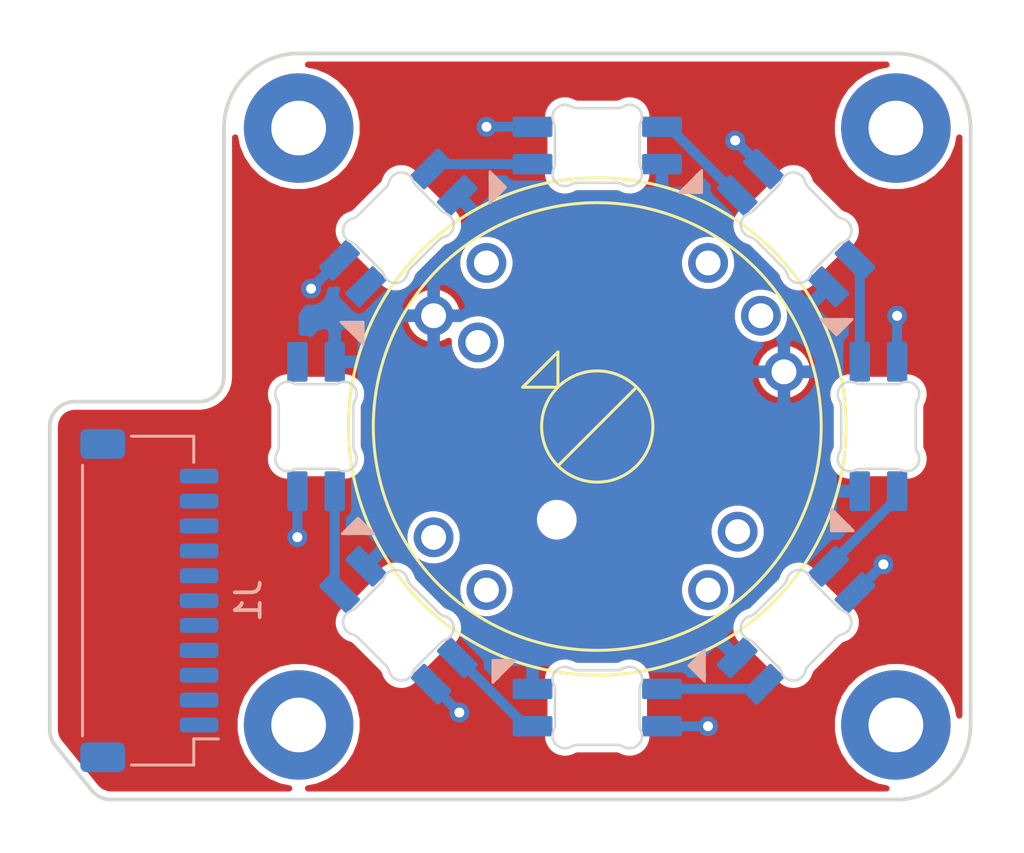
<source format=kicad_pcb>
(kicad_pcb (version 20171130) (host pcbnew "(5.1.10)-1")

  (general
    (thickness 1.6)
    (drawings 14)
    (tracks 25)
    (zones 0)
    (modules 14)
    (nets 10)
  )

  (page A4)
  (layers
    (0 F.Cu signal)
    (31 B.Cu signal)
    (32 B.Adhes user)
    (33 F.Adhes user)
    (34 B.Paste user)
    (35 F.Paste user)
    (36 B.SilkS user)
    (37 F.SilkS user)
    (38 B.Mask user)
    (39 F.Mask user)
    (40 Dwgs.User user)
    (41 Cmts.User user)
    (42 Eco1.User user)
    (43 Eco2.User user)
    (44 Edge.Cuts user)
    (45 Margin user)
    (46 B.CrtYd user)
    (47 F.CrtYd user)
    (48 B.Fab user)
    (49 F.Fab user)
  )

  (setup
    (last_trace_width 0.25)
    (user_trace_width 0.2)
    (user_trace_width 0.4)
    (trace_clearance 0.2)
    (zone_clearance 0.25)
    (zone_45_only no)
    (trace_min 0)
    (via_size 0.8)
    (via_drill 0.4)
    (via_min_size 0.4)
    (via_min_drill 0.3)
    (user_via 0.6 0.3)
    (user_via 0.8 0.4)
    (uvia_size 0.3)
    (uvia_drill 0.1)
    (uvias_allowed no)
    (uvia_min_size 0.2)
    (uvia_min_drill 0.1)
    (edge_width 0.05)
    (segment_width 0.2)
    (pcb_text_width 0.3)
    (pcb_text_size 1.5 1.5)
    (mod_edge_width 0.12)
    (mod_text_size 1 1)
    (mod_text_width 0.15)
    (pad_size 1.524 1.524)
    (pad_drill 0.762)
    (pad_to_mask_clearance 0)
    (aux_axis_origin 0 0)
    (grid_origin 46.71875 47.95625)
    (visible_elements 7FFFFFFF)
    (pcbplotparams
      (layerselection 0x010fc_ffffffff)
      (usegerberextensions false)
      (usegerberattributes true)
      (usegerberadvancedattributes true)
      (creategerberjobfile true)
      (excludeedgelayer true)
      (linewidth 0.100000)
      (plotframeref false)
      (viasonmask false)
      (mode 1)
      (useauxorigin false)
      (hpglpennumber 1)
      (hpglpenspeed 20)
      (hpglpendiameter 15.000000)
      (psnegative false)
      (psa4output false)
      (plotreference true)
      (plotvalue true)
      (plotinvisibletext false)
      (padsonsilk false)
      (subtractmaskfromsilk false)
      (outputformat 1)
      (mirror false)
      (drillshape 1)
      (scaleselection 1)
      (outputdirectory ""))
  )

  (net 0 "")
  (net 1 "Net-(RGB1-Pad2)")
  (net 2 "Net-(RGB2-Pad2)")
  (net 3 "Net-(RGB3-Pad2)")
  (net 4 "Net-(RGB4-Pad2)")
  (net 5 "Net-(RGB5-Pad2)")
  (net 6 "Net-(RGB6-Pad2)")
  (net 7 "Net-(RGB7-Pad2)")
  (net 8 +5V)
  (net 9 GND)

  (net_class Default "This is the default net class."
    (clearance 0.2)
    (trace_width 0.25)
    (via_dia 0.8)
    (via_drill 0.4)
    (uvia_dia 0.3)
    (uvia_drill 0.1)
    (add_net +5V)
    (add_net GND)
    (add_net "Net-(RGB1-Pad2)")
    (add_net "Net-(RGB2-Pad2)")
    (add_net "Net-(RGB3-Pad2)")
    (add_net "Net-(RGB4-Pad2)")
    (add_net "Net-(RGB5-Pad2)")
    (add_net "Net-(RGB6-Pad2)")
    (add_net "Net-(RGB7-Pad2)")
  )

  (module ebastler-keyboard-parts:MX_SK6812MINI-E_MID_Viendi2 (layer F.Cu) (tedit 627A8E21) (tstamp 626AE2BC)
    (at 46.71875 47.95625 315)
    (descr "Add-on for regular MX-footprints with SK6812 MINI-E")
    (tags "cherry MX SK6812 Mini-E rearmount rear mount led rgb backlight")
    (path /626B72DE)
    (fp_text reference RGB8 (at -7.2 7.15 315) (layer F.SilkS) hide
      (effects (font (size 1 1) (thickness 0.15)))
    )
    (fp_text value WS2812B (at -2.4 8.55 315) (layer F.Fab)
      (effects (font (size 1 1) (thickness 0.15)))
    )
    (fp_line (start -9.525 -9.525) (end 9.525 -9.525) (layer Dwgs.User) (width 0.15))
    (fp_line (start 9.525 -9.525) (end 9.525 9.525) (layer Dwgs.User) (width 0.15))
    (fp_line (start 9.525 9.525) (end -9.525 9.525) (layer Dwgs.User) (width 0.15))
    (fp_line (start -9.525 9.525) (end -9.525 -9.525) (layer Dwgs.User) (width 0.15))
    (fp_line (start -13.300001 -3.8) (end -13.300001 3.8) (layer B.CrtYd) (width 0.05))
    (fp_line (start -9.300001 -3.8) (end -13.300001 -3.8) (layer B.CrtYd) (width 0.05))
    (fp_line (start -9.300001 3.8) (end -9.300001 -3.8) (layer B.CrtYd) (width 0.05))
    (fp_line (start -13.300001 3.8) (end -9.300001 3.8) (layer B.CrtYd) (width 0.05))
    (fp_line (start -12.700001 -1.6) (end -12.700001 1.6) (layer Dwgs.User) (width 0.12))
    (fp_line (start -12.700001 1.6) (end -9.900001 1.6) (layer Dwgs.User) (width 0.12))
    (fp_line (start -9.900001 1.6) (end -9.900001 -1.1) (layer Dwgs.User) (width 0.12))
    (fp_line (start -10.400001 -1.6) (end -12.700001 -1.6) (layer Dwgs.User) (width 0.12))
    (fp_line (start -10.400001 -1.6) (end -9.900001 -1.1) (layer Dwgs.User) (width 0.12))
    (fp_poly (pts (xy -10.300001 -4.2) (xy -9.400001 -3.3) (xy -9.400001 -4.2)) (layer B.SilkS) (width 0.1))
    (fp_line (start -10.597159 1.699999) (end -12.002843 1.699999) (layer Edge.Cuts) (width 0.1))
    (fp_line (start -12.8 0.794452) (end -12.8 -0.794453) (layer Edge.Cuts) (width 0.1))
    (fp_line (start -12.002843 -1.699999) (end -10.597159 -1.699999) (layer Edge.Cuts) (width 0.1))
    (fp_line (start -9.800001 -0.794452) (end -9.800001 0.794452) (layer Edge.Cuts) (width 0.1))
    (fp_arc (start -9.300001 0.794452) (end -9.800001 0.794452) (angle -30.2992623) (layer Edge.Cuts) (width 0.1))
    (fp_arc (start -9.300001 -0.794452) (end -9.731702 -1.046711) (angle -30.29933433) (layer Edge.Cuts) (width 0.1))
    (fp_arc (start -10.163403 -1.298969) (end -9.731702 -1.046711) (angle -146.0055121) (layer Edge.Cuts) (width 0.1))
    (fp_arc (start -10.597159 -2.199999) (end -10.597159 -1.699999) (angle -25.70617777) (layer Edge.Cuts) (width 0.1))
    (fp_arc (start -12.002843 -2.199999) (end -12.219721 -1.749484) (angle -25.70608136) (layer Edge.Cuts) (width 0.1))
    (fp_arc (start -12.436598 -1.298969) (end -12.219721 -1.749484) (angle -146.0053097) (layer Edge.Cuts) (width 0.1))
    (fp_arc (start -13.3 -0.794453) (end -12.8 -0.794453) (angle -30.29922831) (layer Edge.Cuts) (width 0.1))
    (fp_arc (start -13.3 0.794452) (end -12.8683 1.046711) (angle -30.29928212) (layer Edge.Cuts) (width 0.1))
    (fp_arc (start -12.436599 1.298969) (end -12.8683 1.046711) (angle -146.0054017) (layer Edge.Cuts) (width 0.1))
    (fp_arc (start -12.002843 2.199999) (end -12.002843 1.699999) (angle -25.70611954) (layer Edge.Cuts) (width 0.1))
    (fp_arc (start -10.597159 2.199999) (end -10.380281 1.749484) (angle -25.70611205) (layer Edge.Cuts) (width 0.1))
    (fp_arc (start -10.163404 1.298969) (end -10.380281 1.749484) (angle -146.0053744) (layer Edge.Cuts) (width 0.1))
    (fp_text user 1 (at -13.300001 3 45) (layer B.SilkS) hide
      (effects (font (size 1 1) (thickness 0.15)) (justify mirror))
    )
    (pad 3 smd roundrect (at -10.550001 -2.6 315) (size 0.82 1.6) (layers B.Cu B.Paste B.Mask) (roundrect_rratio 0.1)
      (net 9 GND))
    (pad 4 smd roundrect (at -12.050001 -2.6 315) (size 0.82 1.6) (layers B.Cu B.Paste B.Mask) (roundrect_rratio 0.1)
      (net 7 "Net-(RGB7-Pad2)"))
    (pad 2 smd roundrect (at -10.550001 2.6 315) (size 0.82 1.6) (layers B.Cu B.Paste B.Mask) (roundrect_rratio 0.1))
    (pad 1 smd roundrect (at -12.050001 2.6 315) (size 0.82 1.6) (layers B.Cu B.Paste B.Mask) (roundrect_rratio 0.1)
      (net 8 +5V))
    (model ${KISYS3DMOD}/LED_SMD.3dshapes/LED_SK6812MINI_PLCC4_3.5x3.5mm_P1.75mm.wrl
      (at (xyz 0 0 0))
      (scale (xyz 1 1 1))
      (rotate (xyz 0 0 0))
    )
    (model ${MXCOMP}/AlexandriaLibrary-master/3d_models/6028SMDRGB.iges
      (offset (xyz -11.3 0 -1.7))
      (scale (xyz 1 1 1))
      (rotate (xyz 0 0 -180))
    )
  )

  (module sanproject-keyboard-part:JST_SH_SM11B-SRSS-TB_1x11-1MP_P1.00mm_Horizontal (layer B.Cu) (tedit 62678622) (tstamp 62754746)
    (at 28.71875 54.95625 90)
    (descr "JST SH series connector, SM11B-SRSS-TB (http://www.jst-mfg.com/product/pdf/eng/eSH.pdf), generated with kicad-footprint-generator")
    (tags "connector JST SH top entry")
    (path /6267BFA2)
    (attr smd)
    (fp_text reference J1 (at 0 3.98 90) (layer B.SilkS)
      (effects (font (size 1 1) (thickness 0.15)) (justify mirror))
    )
    (fp_text value Conn_01x11_Female (at 0 -3.98 90) (layer B.Fab)
      (effects (font (size 1 1) (thickness 0.15)) (justify mirror))
    )
    (fp_line (start -6.5 1.675) (end 6.5 1.675) (layer B.Fab) (width 0.1))
    (fp_line (start -6.61 -0.715) (end -6.61 1.785) (layer B.SilkS) (width 0.12))
    (fp_line (start -6.61 1.785) (end -5.56 1.785) (layer B.SilkS) (width 0.12))
    (fp_line (start -5.56 1.785) (end -5.56 2.775) (layer B.SilkS) (width 0.12))
    (fp_line (start 6.61 -0.715) (end 6.61 1.785) (layer B.SilkS) (width 0.12))
    (fp_line (start 6.61 1.785) (end 5.56 1.785) (layer B.SilkS) (width 0.12))
    (fp_line (start -5.44 -2.685) (end 5.44 -2.685) (layer B.SilkS) (width 0.12))
    (fp_line (start -6.5 -2.575) (end 6.5 -2.575) (layer B.Fab) (width 0.1))
    (fp_line (start -6.5 1.675) (end -6.5 -2.575) (layer B.Fab) (width 0.1))
    (fp_line (start 6.5 1.675) (end 6.5 -2.575) (layer B.Fab) (width 0.1))
    (fp_line (start -7.4 3.28) (end -7.4 -3.28) (layer B.CrtYd) (width 0.05))
    (fp_line (start -7.4 -3.28) (end 7.4 -3.28) (layer B.CrtYd) (width 0.05))
    (fp_line (start 7.4 -3.28) (end 7.4 3.28) (layer B.CrtYd) (width 0.05))
    (fp_line (start 7.4 3.28) (end -7.4 3.28) (layer B.CrtYd) (width 0.05))
    (fp_line (start -5.5 1.675) (end -5 0.967893) (layer B.Fab) (width 0.1))
    (fp_line (start -5 0.967893) (end -4.5 1.675) (layer B.Fab) (width 0.1))
    (fp_text user %R (at 0 0 90) (layer B.Fab)
      (effects (font (size 1 1) (thickness 0.15)) (justify mirror))
    )
    (pad MP smd roundrect (at 6.3 -1.875 90) (size 1.2 1.8) (layers B.Cu B.Paste B.Mask) (roundrect_rratio 0.208333))
    (pad MP smd roundrect (at -6.3 -1.875 90) (size 1.2 1.8) (layers B.Cu B.Paste B.Mask) (roundrect_rratio 0.208333))
    (pad 11 smd roundrect (at 5 2 90) (size 0.6 1.55) (layers B.Cu B.Paste B.Mask) (roundrect_rratio 0.25))
    (pad 10 smd roundrect (at 4 2 90) (size 0.6 1.55) (layers B.Cu B.Paste B.Mask) (roundrect_rratio 0.25))
    (pad 9 smd roundrect (at 3 2 90) (size 0.6 1.55) (layers B.Cu B.Paste B.Mask) (roundrect_rratio 0.25))
    (pad 8 smd roundrect (at 2 2 90) (size 0.6 1.55) (layers B.Cu B.Paste B.Mask) (roundrect_rratio 0.25))
    (pad 7 smd roundrect (at 1 2 90) (size 0.6 1.55) (layers B.Cu B.Paste B.Mask) (roundrect_rratio 0.25))
    (pad 6 smd roundrect (at 0 2 90) (size 0.6 1.55) (layers B.Cu B.Paste B.Mask) (roundrect_rratio 0.25))
    (pad 5 smd roundrect (at -1 2 90) (size 0.6 1.55) (layers B.Cu B.Paste B.Mask) (roundrect_rratio 0.25))
    (pad 4 smd roundrect (at -2 2 90) (size 0.6 1.55) (layers B.Cu B.Paste B.Mask) (roundrect_rratio 0.25))
    (pad 3 smd roundrect (at -3 2 90) (size 0.6 1.55) (layers B.Cu B.Paste B.Mask) (roundrect_rratio 0.25))
    (pad 2 smd roundrect (at -4 2 90) (size 0.6 1.55) (layers B.Cu B.Paste B.Mask) (roundrect_rratio 0.25))
    (pad 1 smd roundrect (at -5 2 90) (size 0.6 1.55) (layers B.Cu B.Paste B.Mask) (roundrect_rratio 0.25))
    (model ${KISYS3DMOD}/Connector_JST.3dshapes/JST_SH_SM11B-SRSS-TB_1x11-1MP_P1.00mm_Horizontal.wrl
      (at (xyz 0 0 0))
      (scale (xyz 1 1 1))
      (rotate (xyz 0 0 0))
    )
    (model ${MXCOMP}/SM11B-SRSS_TB.step
      (offset (xyz 0 1.3 -0.3))
      (scale (xyz 1 1 1))
      (rotate (xyz -90 0 0))
    )
  )

  (module ebastler-keyboard-parts:MX_SK6812MINI-E_MID_Viendi2 (layer F.Cu) (tedit 627A8E21) (tstamp 626AE295)
    (at 46.71875 47.95625 270)
    (descr "Add-on for regular MX-footprints with SK6812 MINI-E")
    (tags "cherry MX SK6812 Mini-E rearmount rear mount led rgb backlight")
    (path /626B6B72)
    (fp_text reference RGB7 (at -7.2 7.15 90) (layer F.SilkS) hide
      (effects (font (size 1 1) (thickness 0.15)))
    )
    (fp_text value WS2812B (at -2.4 8.55 90) (layer F.Fab)
      (effects (font (size 1 1) (thickness 0.15)))
    )
    (fp_line (start -9.525 -9.525) (end 9.525 -9.525) (layer Dwgs.User) (width 0.15))
    (fp_line (start 9.525 -9.525) (end 9.525 9.525) (layer Dwgs.User) (width 0.15))
    (fp_line (start 9.525 9.525) (end -9.525 9.525) (layer Dwgs.User) (width 0.15))
    (fp_line (start -9.525 9.525) (end -9.525 -9.525) (layer Dwgs.User) (width 0.15))
    (fp_line (start -13.300001 -3.8) (end -13.300001 3.8) (layer B.CrtYd) (width 0.05))
    (fp_line (start -9.300001 -3.8) (end -13.300001 -3.8) (layer B.CrtYd) (width 0.05))
    (fp_line (start -9.300001 3.8) (end -9.300001 -3.8) (layer B.CrtYd) (width 0.05))
    (fp_line (start -13.300001 3.8) (end -9.300001 3.8) (layer B.CrtYd) (width 0.05))
    (fp_line (start -12.700001 -1.6) (end -12.700001 1.6) (layer Dwgs.User) (width 0.12))
    (fp_line (start -12.700001 1.6) (end -9.900001 1.6) (layer Dwgs.User) (width 0.12))
    (fp_line (start -9.900001 1.6) (end -9.900001 -1.1) (layer Dwgs.User) (width 0.12))
    (fp_line (start -10.400001 -1.6) (end -12.700001 -1.6) (layer Dwgs.User) (width 0.12))
    (fp_line (start -10.400001 -1.6) (end -9.900001 -1.1) (layer Dwgs.User) (width 0.12))
    (fp_poly (pts (xy -10.300001 -4.2) (xy -9.400001 -3.3) (xy -9.400001 -4.2)) (layer B.SilkS) (width 0.1))
    (fp_line (start -10.597159 1.699999) (end -12.002843 1.699999) (layer Edge.Cuts) (width 0.1))
    (fp_line (start -12.8 0.794452) (end -12.8 -0.794453) (layer Edge.Cuts) (width 0.1))
    (fp_line (start -12.002843 -1.699999) (end -10.597159 -1.699999) (layer Edge.Cuts) (width 0.1))
    (fp_line (start -9.800001 -0.794452) (end -9.800001 0.794452) (layer Edge.Cuts) (width 0.1))
    (fp_arc (start -9.300001 0.794452) (end -9.800001 0.794452) (angle -30.2992623) (layer Edge.Cuts) (width 0.1))
    (fp_arc (start -9.300001 -0.794452) (end -9.731702 -1.046711) (angle -30.29933433) (layer Edge.Cuts) (width 0.1))
    (fp_arc (start -10.163403 -1.298969) (end -9.731702 -1.046711) (angle -146.0055121) (layer Edge.Cuts) (width 0.1))
    (fp_arc (start -10.597159 -2.199999) (end -10.597159 -1.699999) (angle -25.70617777) (layer Edge.Cuts) (width 0.1))
    (fp_arc (start -12.002843 -2.199999) (end -12.219721 -1.749484) (angle -25.70608136) (layer Edge.Cuts) (width 0.1))
    (fp_arc (start -12.436598 -1.298969) (end -12.219721 -1.749484) (angle -146.0053097) (layer Edge.Cuts) (width 0.1))
    (fp_arc (start -13.3 -0.794453) (end -12.8 -0.794453) (angle -30.29922831) (layer Edge.Cuts) (width 0.1))
    (fp_arc (start -13.3 0.794452) (end -12.8683 1.046711) (angle -30.29928212) (layer Edge.Cuts) (width 0.1))
    (fp_arc (start -12.436599 1.298969) (end -12.8683 1.046711) (angle -146.0054017) (layer Edge.Cuts) (width 0.1))
    (fp_arc (start -12.002843 2.199999) (end -12.002843 1.699999) (angle -25.70611954) (layer Edge.Cuts) (width 0.1))
    (fp_arc (start -10.597159 2.199999) (end -10.380281 1.749484) (angle -25.70611205) (layer Edge.Cuts) (width 0.1))
    (fp_arc (start -10.163404 1.298969) (end -10.380281 1.749484) (angle -146.0053744) (layer Edge.Cuts) (width 0.1))
    (fp_text user 1 (at -14.000001 3) (layer B.SilkS) hide
      (effects (font (size 1 1) (thickness 0.15)) (justify mirror))
    )
    (pad 3 smd roundrect (at -10.550001 -2.6 270) (size 0.82 1.6) (layers B.Cu B.Paste B.Mask) (roundrect_rratio 0.1)
      (net 9 GND))
    (pad 4 smd roundrect (at -12.050001 -2.6 270) (size 0.82 1.6) (layers B.Cu B.Paste B.Mask) (roundrect_rratio 0.1)
      (net 6 "Net-(RGB6-Pad2)"))
    (pad 2 smd roundrect (at -10.550001 2.6 270) (size 0.82 1.6) (layers B.Cu B.Paste B.Mask) (roundrect_rratio 0.1)
      (net 7 "Net-(RGB7-Pad2)"))
    (pad 1 smd roundrect (at -12.050001 2.6 270) (size 0.82 1.6) (layers B.Cu B.Paste B.Mask) (roundrect_rratio 0.1)
      (net 8 +5V))
    (model ${KISYS3DMOD}/LED_SMD.3dshapes/LED_SK6812MINI_PLCC4_3.5x3.5mm_P1.75mm.wrl
      (at (xyz 0 0 0))
      (scale (xyz 1 1 1))
      (rotate (xyz 0 0 0))
    )
    (model ${MXCOMP}/AlexandriaLibrary-master/3d_models/6028SMDRGB.iges
      (offset (xyz -11.3 0 -1.7))
      (scale (xyz 1 1 1))
      (rotate (xyz 0 0 -180))
    )
  )

  (module ebastler-keyboard-parts:MX_SK6812MINI-E_MID_Viendi2 (layer F.Cu) (tedit 627A8E21) (tstamp 626AE26E)
    (at 46.71875 47.95625 225)
    (descr "Add-on for regular MX-footprints with SK6812 MINI-E")
    (tags "cherry MX SK6812 Mini-E rearmount rear mount led rgb backlight")
    (path /626B65EB)
    (fp_text reference RGB6 (at -7.2 7.15 45) (layer F.SilkS) hide
      (effects (font (size 1 1) (thickness 0.15)))
    )
    (fp_text value WS2812B (at -2.4 8.55 45) (layer F.Fab)
      (effects (font (size 1 1) (thickness 0.15)))
    )
    (fp_line (start -9.525 -9.525) (end 9.525 -9.525) (layer Dwgs.User) (width 0.15))
    (fp_line (start 9.525 -9.525) (end 9.525 9.525) (layer Dwgs.User) (width 0.15))
    (fp_line (start 9.525 9.525) (end -9.525 9.525) (layer Dwgs.User) (width 0.15))
    (fp_line (start -9.525 9.525) (end -9.525 -9.525) (layer Dwgs.User) (width 0.15))
    (fp_line (start -13.300001 -3.8) (end -13.300001 3.8) (layer B.CrtYd) (width 0.05))
    (fp_line (start -9.300001 -3.8) (end -13.300001 -3.8) (layer B.CrtYd) (width 0.05))
    (fp_line (start -9.300001 3.8) (end -9.300001 -3.8) (layer B.CrtYd) (width 0.05))
    (fp_line (start -13.300001 3.8) (end -9.300001 3.8) (layer B.CrtYd) (width 0.05))
    (fp_line (start -12.700001 -1.6) (end -12.700001 1.6) (layer Dwgs.User) (width 0.12))
    (fp_line (start -12.700001 1.6) (end -9.900001 1.6) (layer Dwgs.User) (width 0.12))
    (fp_line (start -9.900001 1.6) (end -9.900001 -1.1) (layer Dwgs.User) (width 0.12))
    (fp_line (start -10.400001 -1.6) (end -12.700001 -1.6) (layer Dwgs.User) (width 0.12))
    (fp_line (start -10.400001 -1.6) (end -9.900001 -1.1) (layer Dwgs.User) (width 0.12))
    (fp_poly (pts (xy -10.300001 -4.2) (xy -9.400001 -3.3) (xy -9.400001 -4.2)) (layer B.SilkS) (width 0.1))
    (fp_line (start -10.597159 1.699999) (end -12.002843 1.699999) (layer Edge.Cuts) (width 0.1))
    (fp_line (start -12.8 0.794452) (end -12.8 -0.794453) (layer Edge.Cuts) (width 0.1))
    (fp_line (start -12.002843 -1.699999) (end -10.597159 -1.699999) (layer Edge.Cuts) (width 0.1))
    (fp_line (start -9.800001 -0.794452) (end -9.800001 0.794452) (layer Edge.Cuts) (width 0.1))
    (fp_arc (start -9.300001 0.794452) (end -9.800001 0.794452) (angle -30.2992623) (layer Edge.Cuts) (width 0.1))
    (fp_arc (start -9.300001 -0.794452) (end -9.731702 -1.046711) (angle -30.29933433) (layer Edge.Cuts) (width 0.1))
    (fp_arc (start -10.163403 -1.298969) (end -9.731702 -1.046711) (angle -146.0055121) (layer Edge.Cuts) (width 0.1))
    (fp_arc (start -10.597159 -2.199999) (end -10.597159 -1.699999) (angle -25.70617777) (layer Edge.Cuts) (width 0.1))
    (fp_arc (start -12.002843 -2.199999) (end -12.219721 -1.749484) (angle -25.70608136) (layer Edge.Cuts) (width 0.1))
    (fp_arc (start -12.436598 -1.298969) (end -12.219721 -1.749484) (angle -146.0053097) (layer Edge.Cuts) (width 0.1))
    (fp_arc (start -13.3 -0.794453) (end -12.8 -0.794453) (angle -30.29922831) (layer Edge.Cuts) (width 0.1))
    (fp_arc (start -13.3 0.794452) (end -12.8683 1.046711) (angle -30.29928212) (layer Edge.Cuts) (width 0.1))
    (fp_arc (start -12.436599 1.298969) (end -12.8683 1.046711) (angle -146.0054017) (layer Edge.Cuts) (width 0.1))
    (fp_arc (start -12.002843 2.199999) (end -12.002843 1.699999) (angle -25.70611954) (layer Edge.Cuts) (width 0.1))
    (fp_arc (start -10.597159 2.199999) (end -10.380281 1.749484) (angle -25.70611205) (layer Edge.Cuts) (width 0.1))
    (fp_arc (start -10.163404 1.298969) (end -10.380281 1.749484) (angle -146.0053744) (layer Edge.Cuts) (width 0.1))
    (fp_text user 1 (at -14.000001 3 135) (layer B.SilkS) hide
      (effects (font (size 1 1) (thickness 0.15)) (justify mirror))
    )
    (pad 3 smd roundrect (at -10.550001 -2.6 225) (size 0.82 1.6) (layers B.Cu B.Paste B.Mask) (roundrect_rratio 0.1)
      (net 9 GND))
    (pad 4 smd roundrect (at -12.050001 -2.6 225) (size 0.82 1.6) (layers B.Cu B.Paste B.Mask) (roundrect_rratio 0.1)
      (net 5 "Net-(RGB5-Pad2)"))
    (pad 2 smd roundrect (at -10.550001 2.6 225) (size 0.82 1.6) (layers B.Cu B.Paste B.Mask) (roundrect_rratio 0.1)
      (net 6 "Net-(RGB6-Pad2)"))
    (pad 1 smd roundrect (at -12.050001 2.6 225) (size 0.82 1.6) (layers B.Cu B.Paste B.Mask) (roundrect_rratio 0.1)
      (net 8 +5V))
    (model ${KISYS3DMOD}/LED_SMD.3dshapes/LED_SK6812MINI_PLCC4_3.5x3.5mm_P1.75mm.wrl
      (at (xyz 0 0 0))
      (scale (xyz 1 1 1))
      (rotate (xyz 0 0 0))
    )
    (model ${MXCOMP}/AlexandriaLibrary-master/3d_models/6028SMDRGB.iges
      (offset (xyz -11.3 0 -1.7))
      (scale (xyz 1 1 1))
      (rotate (xyz 0 0 -180))
    )
  )

  (module ebastler-keyboard-parts:MX_SK6812MINI-E_MID_Viendi2 (layer F.Cu) (tedit 627A8E21) (tstamp 626AE247)
    (at 46.71875 47.95625 180)
    (descr "Add-on for regular MX-footprints with SK6812 MINI-E")
    (tags "cherry MX SK6812 Mini-E rearmount rear mount led rgb backlight")
    (path /626B5E72)
    (fp_text reference RGB5 (at -7.2 7.15) (layer F.SilkS) hide
      (effects (font (size 1 1) (thickness 0.15)))
    )
    (fp_text value WS2812B (at -2.4 8.55) (layer F.Fab)
      (effects (font (size 1 1) (thickness 0.15)))
    )
    (fp_line (start -9.525 -9.525) (end 9.525 -9.525) (layer Dwgs.User) (width 0.15))
    (fp_line (start 9.525 -9.525) (end 9.525 9.525) (layer Dwgs.User) (width 0.15))
    (fp_line (start 9.525 9.525) (end -9.525 9.525) (layer Dwgs.User) (width 0.15))
    (fp_line (start -9.525 9.525) (end -9.525 -9.525) (layer Dwgs.User) (width 0.15))
    (fp_line (start -13.300001 -3.8) (end -13.300001 3.8) (layer B.CrtYd) (width 0.05))
    (fp_line (start -9.300001 -3.8) (end -13.300001 -3.8) (layer B.CrtYd) (width 0.05))
    (fp_line (start -9.300001 3.8) (end -9.300001 -3.8) (layer B.CrtYd) (width 0.05))
    (fp_line (start -13.300001 3.8) (end -9.300001 3.8) (layer B.CrtYd) (width 0.05))
    (fp_line (start -12.700001 -1.6) (end -12.700001 1.6) (layer Dwgs.User) (width 0.12))
    (fp_line (start -12.700001 1.6) (end -9.900001 1.6) (layer Dwgs.User) (width 0.12))
    (fp_line (start -9.900001 1.6) (end -9.900001 -1.1) (layer Dwgs.User) (width 0.12))
    (fp_line (start -10.400001 -1.6) (end -12.700001 -1.6) (layer Dwgs.User) (width 0.12))
    (fp_line (start -10.400001 -1.6) (end -9.900001 -1.1) (layer Dwgs.User) (width 0.12))
    (fp_poly (pts (xy -10.300001 -4.2) (xy -9.400001 -3.3) (xy -9.400001 -4.2)) (layer B.SilkS) (width 0.1))
    (fp_line (start -10.597159 1.699999) (end -12.002843 1.699999) (layer Edge.Cuts) (width 0.1))
    (fp_line (start -12.8 0.794452) (end -12.8 -0.794453) (layer Edge.Cuts) (width 0.1))
    (fp_line (start -12.002843 -1.699999) (end -10.597159 -1.699999) (layer Edge.Cuts) (width 0.1))
    (fp_line (start -9.800001 -0.794452) (end -9.800001 0.794452) (layer Edge.Cuts) (width 0.1))
    (fp_arc (start -9.300001 0.794452) (end -9.800001 0.794452) (angle -30.2992623) (layer Edge.Cuts) (width 0.1))
    (fp_arc (start -9.300001 -0.794452) (end -9.731702 -1.046711) (angle -30.29933433) (layer Edge.Cuts) (width 0.1))
    (fp_arc (start -10.163403 -1.298969) (end -9.731702 -1.046711) (angle -146.0055121) (layer Edge.Cuts) (width 0.1))
    (fp_arc (start -10.597159 -2.199999) (end -10.597159 -1.699999) (angle -25.70617777) (layer Edge.Cuts) (width 0.1))
    (fp_arc (start -12.002843 -2.199999) (end -12.219721 -1.749484) (angle -25.70608136) (layer Edge.Cuts) (width 0.1))
    (fp_arc (start -12.436598 -1.298969) (end -12.219721 -1.749484) (angle -146.0053097) (layer Edge.Cuts) (width 0.1))
    (fp_arc (start -13.3 -0.794453) (end -12.8 -0.794453) (angle -30.29922831) (layer Edge.Cuts) (width 0.1))
    (fp_arc (start -13.3 0.794452) (end -12.8683 1.046711) (angle -30.29928212) (layer Edge.Cuts) (width 0.1))
    (fp_arc (start -12.436599 1.298969) (end -12.8683 1.046711) (angle -146.0054017) (layer Edge.Cuts) (width 0.1))
    (fp_arc (start -12.002843 2.199999) (end -12.002843 1.699999) (angle -25.70611954) (layer Edge.Cuts) (width 0.1))
    (fp_arc (start -10.597159 2.199999) (end -10.380281 1.749484) (angle -25.70611205) (layer Edge.Cuts) (width 0.1))
    (fp_arc (start -10.163404 1.298969) (end -10.380281 1.749484) (angle -146.0053744) (layer Edge.Cuts) (width 0.1))
    (fp_text user 1 (at -14.000001 3 90) (layer B.SilkS) hide
      (effects (font (size 1 1) (thickness 0.15)) (justify mirror))
    )
    (pad 3 smd roundrect (at -10.550001 -2.6 180) (size 0.82 1.6) (layers B.Cu B.Paste B.Mask) (roundrect_rratio 0.1)
      (net 9 GND))
    (pad 4 smd roundrect (at -12.050001 -2.6 180) (size 0.82 1.6) (layers B.Cu B.Paste B.Mask) (roundrect_rratio 0.1)
      (net 4 "Net-(RGB4-Pad2)"))
    (pad 2 smd roundrect (at -10.550001 2.6 180) (size 0.82 1.6) (layers B.Cu B.Paste B.Mask) (roundrect_rratio 0.1)
      (net 5 "Net-(RGB5-Pad2)"))
    (pad 1 smd roundrect (at -12.050001 2.6 180) (size 0.82 1.6) (layers B.Cu B.Paste B.Mask) (roundrect_rratio 0.1)
      (net 8 +5V))
    (model ${KISYS3DMOD}/LED_SMD.3dshapes/LED_SK6812MINI_PLCC4_3.5x3.5mm_P1.75mm.wrl
      (at (xyz 0 0 0))
      (scale (xyz 1 1 1))
      (rotate (xyz 0 0 0))
    )
    (model ${MXCOMP}/AlexandriaLibrary-master/3d_models/6028SMDRGB.iges
      (offset (xyz -11.3 0 -1.7))
      (scale (xyz 1 1 1))
      (rotate (xyz 0 0 -180))
    )
  )

  (module ebastler-keyboard-parts:MX_SK6812MINI-E_MID_Viendi2 (layer F.Cu) (tedit 627A8E21) (tstamp 626AE6AD)
    (at 46.71875 47.95625 135)
    (descr "Add-on for regular MX-footprints with SK6812 MINI-E")
    (tags "cherry MX SK6812 Mini-E rearmount rear mount led rgb backlight")
    (path /626B567F)
    (fp_text reference RGB4 (at -7.2 7.15 135) (layer F.SilkS) hide
      (effects (font (size 1 1) (thickness 0.15)))
    )
    (fp_text value WS2812B (at -2.4 8.55 135) (layer F.Fab)
      (effects (font (size 1 1) (thickness 0.15)))
    )
    (fp_line (start -9.525 -9.525) (end 9.525 -9.525) (layer Dwgs.User) (width 0.15))
    (fp_line (start 9.525 -9.525) (end 9.525 9.525) (layer Dwgs.User) (width 0.15))
    (fp_line (start 9.525 9.525) (end -9.525 9.525) (layer Dwgs.User) (width 0.15))
    (fp_line (start -9.525 9.525) (end -9.525 -9.525) (layer Dwgs.User) (width 0.15))
    (fp_line (start -13.300001 -3.8) (end -13.300001 3.8) (layer B.CrtYd) (width 0.05))
    (fp_line (start -9.300001 -3.8) (end -13.300001 -3.8) (layer B.CrtYd) (width 0.05))
    (fp_line (start -9.300001 3.8) (end -9.300001 -3.8) (layer B.CrtYd) (width 0.05))
    (fp_line (start -13.300001 3.8) (end -9.300001 3.8) (layer B.CrtYd) (width 0.05))
    (fp_line (start -12.700001 -1.6) (end -12.700001 1.6) (layer Dwgs.User) (width 0.12))
    (fp_line (start -12.700001 1.6) (end -9.900001 1.6) (layer Dwgs.User) (width 0.12))
    (fp_line (start -9.900001 1.6) (end -9.900001 -1.1) (layer Dwgs.User) (width 0.12))
    (fp_line (start -10.400001 -1.6) (end -12.700001 -1.6) (layer Dwgs.User) (width 0.12))
    (fp_line (start -10.400001 -1.6) (end -9.900001 -1.1) (layer Dwgs.User) (width 0.12))
    (fp_poly (pts (xy -10.300001 -4.2) (xy -9.400001 -3.3) (xy -9.400001 -4.2)) (layer B.SilkS) (width 0.1))
    (fp_line (start -10.597159 1.699999) (end -12.002843 1.699999) (layer Edge.Cuts) (width 0.1))
    (fp_line (start -12.8 0.794452) (end -12.8 -0.794453) (layer Edge.Cuts) (width 0.1))
    (fp_line (start -12.002843 -1.699999) (end -10.597159 -1.699999) (layer Edge.Cuts) (width 0.1))
    (fp_line (start -9.800001 -0.794452) (end -9.800001 0.794452) (layer Edge.Cuts) (width 0.1))
    (fp_arc (start -9.300001 0.794452) (end -9.800001 0.794452) (angle -30.2992623) (layer Edge.Cuts) (width 0.1))
    (fp_arc (start -9.300001 -0.794452) (end -9.731702 -1.046711) (angle -30.29933433) (layer Edge.Cuts) (width 0.1))
    (fp_arc (start -10.163403 -1.298969) (end -9.731702 -1.046711) (angle -146.0055121) (layer Edge.Cuts) (width 0.1))
    (fp_arc (start -10.597159 -2.199999) (end -10.597159 -1.699999) (angle -25.70617777) (layer Edge.Cuts) (width 0.1))
    (fp_arc (start -12.002843 -2.199999) (end -12.219721 -1.749484) (angle -25.70608136) (layer Edge.Cuts) (width 0.1))
    (fp_arc (start -12.436598 -1.298969) (end -12.219721 -1.749484) (angle -146.0053097) (layer Edge.Cuts) (width 0.1))
    (fp_arc (start -13.3 -0.794453) (end -12.8 -0.794453) (angle -30.29922831) (layer Edge.Cuts) (width 0.1))
    (fp_arc (start -13.3 0.794452) (end -12.8683 1.046711) (angle -30.29928212) (layer Edge.Cuts) (width 0.1))
    (fp_arc (start -12.436599 1.298969) (end -12.8683 1.046711) (angle -146.0054017) (layer Edge.Cuts) (width 0.1))
    (fp_arc (start -12.002843 2.199999) (end -12.002843 1.699999) (angle -25.70611954) (layer Edge.Cuts) (width 0.1))
    (fp_arc (start -10.597159 2.199999) (end -10.380281 1.749484) (angle -25.70611205) (layer Edge.Cuts) (width 0.1))
    (fp_arc (start -10.163404 1.298969) (end -10.380281 1.749484) (angle -146.0053744) (layer Edge.Cuts) (width 0.1))
    (fp_text user 1 (at -14.000001 3 45) (layer B.SilkS) hide
      (effects (font (size 1 1) (thickness 0.15)) (justify mirror))
    )
    (pad 3 smd roundrect (at -10.550001 -2.6 135) (size 0.82 1.6) (layers B.Cu B.Paste B.Mask) (roundrect_rratio 0.1)
      (net 9 GND))
    (pad 4 smd roundrect (at -12.050001 -2.6 135) (size 0.82 1.6) (layers B.Cu B.Paste B.Mask) (roundrect_rratio 0.1)
      (net 3 "Net-(RGB3-Pad2)"))
    (pad 2 smd roundrect (at -10.550001 2.6 135) (size 0.82 1.6) (layers B.Cu B.Paste B.Mask) (roundrect_rratio 0.1)
      (net 4 "Net-(RGB4-Pad2)"))
    (pad 1 smd roundrect (at -12.050001 2.6 135) (size 0.82 1.6) (layers B.Cu B.Paste B.Mask) (roundrect_rratio 0.1)
      (net 8 +5V))
    (model ${KISYS3DMOD}/LED_SMD.3dshapes/LED_SK6812MINI_PLCC4_3.5x3.5mm_P1.75mm.wrl
      (at (xyz 0 0 0))
      (scale (xyz 1 1 1))
      (rotate (xyz 0 0 0))
    )
    (model ${MXCOMP}/AlexandriaLibrary-master/3d_models/6028SMDRGB.iges
      (offset (xyz -11.3 0 -1.7))
      (scale (xyz 1 1 1))
      (rotate (xyz 0 0 -180))
    )
  )

  (module ebastler-keyboard-parts:MX_SK6812MINI-E_MID_Viendi2 (layer F.Cu) (tedit 627A8E21) (tstamp 626AE1F9)
    (at 46.71875 47.95625 90)
    (descr "Add-on for regular MX-footprints with SK6812 MINI-E")
    (tags "cherry MX SK6812 Mini-E rearmount rear mount led rgb backlight")
    (path /626B50B4)
    (fp_text reference RGB3 (at -7.2 7.15 90) (layer F.SilkS) hide
      (effects (font (size 1 1) (thickness 0.15)))
    )
    (fp_text value WS2812B (at -2.4 8.55 90) (layer F.Fab)
      (effects (font (size 1 1) (thickness 0.15)))
    )
    (fp_line (start -9.525 -9.525) (end 9.525 -9.525) (layer Dwgs.User) (width 0.15))
    (fp_line (start 9.525 -9.525) (end 9.525 9.525) (layer Dwgs.User) (width 0.15))
    (fp_line (start 9.525 9.525) (end -9.525 9.525) (layer Dwgs.User) (width 0.15))
    (fp_line (start -9.525 9.525) (end -9.525 -9.525) (layer Dwgs.User) (width 0.15))
    (fp_line (start -13.300001 -3.8) (end -13.300001 3.8) (layer B.CrtYd) (width 0.05))
    (fp_line (start -9.300001 -3.8) (end -13.300001 -3.8) (layer B.CrtYd) (width 0.05))
    (fp_line (start -9.300001 3.8) (end -9.300001 -3.8) (layer B.CrtYd) (width 0.05))
    (fp_line (start -13.300001 3.8) (end -9.300001 3.8) (layer B.CrtYd) (width 0.05))
    (fp_line (start -12.700001 -1.6) (end -12.700001 1.6) (layer Dwgs.User) (width 0.12))
    (fp_line (start -12.700001 1.6) (end -9.900001 1.6) (layer Dwgs.User) (width 0.12))
    (fp_line (start -9.900001 1.6) (end -9.900001 -1.1) (layer Dwgs.User) (width 0.12))
    (fp_line (start -10.400001 -1.6) (end -12.700001 -1.6) (layer Dwgs.User) (width 0.12))
    (fp_line (start -10.400001 -1.6) (end -9.900001 -1.1) (layer Dwgs.User) (width 0.12))
    (fp_poly (pts (xy -10.300001 -4.2) (xy -9.400001 -3.3) (xy -9.400001 -4.2)) (layer B.SilkS) (width 0.1))
    (fp_line (start -10.597159 1.699999) (end -12.002843 1.699999) (layer Edge.Cuts) (width 0.1))
    (fp_line (start -12.8 0.794452) (end -12.8 -0.794453) (layer Edge.Cuts) (width 0.1))
    (fp_line (start -12.002843 -1.699999) (end -10.597159 -1.699999) (layer Edge.Cuts) (width 0.1))
    (fp_line (start -9.800001 -0.794452) (end -9.800001 0.794452) (layer Edge.Cuts) (width 0.1))
    (fp_arc (start -9.300001 0.794452) (end -9.800001 0.794452) (angle -30.2992623) (layer Edge.Cuts) (width 0.1))
    (fp_arc (start -9.300001 -0.794452) (end -9.731702 -1.046711) (angle -30.29933433) (layer Edge.Cuts) (width 0.1))
    (fp_arc (start -10.163403 -1.298969) (end -9.731702 -1.046711) (angle -146.0055121) (layer Edge.Cuts) (width 0.1))
    (fp_arc (start -10.597159 -2.199999) (end -10.597159 -1.699999) (angle -25.70617777) (layer Edge.Cuts) (width 0.1))
    (fp_arc (start -12.002843 -2.199999) (end -12.219721 -1.749484) (angle -25.70608136) (layer Edge.Cuts) (width 0.1))
    (fp_arc (start -12.436598 -1.298969) (end -12.219721 -1.749484) (angle -146.0053097) (layer Edge.Cuts) (width 0.1))
    (fp_arc (start -13.3 -0.794453) (end -12.8 -0.794453) (angle -30.29922831) (layer Edge.Cuts) (width 0.1))
    (fp_arc (start -13.3 0.794452) (end -12.8683 1.046711) (angle -30.29928212) (layer Edge.Cuts) (width 0.1))
    (fp_arc (start -12.436599 1.298969) (end -12.8683 1.046711) (angle -146.0054017) (layer Edge.Cuts) (width 0.1))
    (fp_arc (start -12.002843 2.199999) (end -12.002843 1.699999) (angle -25.70611954) (layer Edge.Cuts) (width 0.1))
    (fp_arc (start -10.597159 2.199999) (end -10.380281 1.749484) (angle -25.70611205) (layer Edge.Cuts) (width 0.1))
    (fp_arc (start -10.163404 1.298969) (end -10.380281 1.749484) (angle -146.0053744) (layer Edge.Cuts) (width 0.1))
    (fp_text user 1 (at -14.000001 3) (layer B.SilkS) hide
      (effects (font (size 1 1) (thickness 0.15)) (justify mirror))
    )
    (pad 3 smd roundrect (at -10.550001 -2.6 90) (size 0.82 1.6) (layers B.Cu B.Paste B.Mask) (roundrect_rratio 0.1)
      (net 9 GND))
    (pad 4 smd roundrect (at -12.050001 -2.6 90) (size 0.82 1.6) (layers B.Cu B.Paste B.Mask) (roundrect_rratio 0.1)
      (net 2 "Net-(RGB2-Pad2)"))
    (pad 2 smd roundrect (at -10.550001 2.6 90) (size 0.82 1.6) (layers B.Cu B.Paste B.Mask) (roundrect_rratio 0.1)
      (net 3 "Net-(RGB3-Pad2)"))
    (pad 1 smd roundrect (at -12.050001 2.6 90) (size 0.82 1.6) (layers B.Cu B.Paste B.Mask) (roundrect_rratio 0.1)
      (net 8 +5V))
    (model ${KISYS3DMOD}/LED_SMD.3dshapes/LED_SK6812MINI_PLCC4_3.5x3.5mm_P1.75mm.wrl
      (at (xyz 0 0 0))
      (scale (xyz 1 1 1))
      (rotate (xyz 0 0 0))
    )
    (model ${MXCOMP}/AlexandriaLibrary-master/3d_models/6028SMDRGB.iges
      (offset (xyz -11.3 0 -1.7))
      (scale (xyz 1 1 1))
      (rotate (xyz 0 0 -180))
    )
  )

  (module ebastler-keyboard-parts:MX_SK6812MINI-E_MID_Viendi2 (layer F.Cu) (tedit 627A8E21) (tstamp 626AE1D2)
    (at 46.71875 47.95625 45)
    (descr "Add-on for regular MX-footprints with SK6812 MINI-E")
    (tags "cherry MX SK6812 Mini-E rearmount rear mount led rgb backlight")
    (path /626B4A4D)
    (fp_text reference RGB2 (at -7.2 7.15 45) (layer F.SilkS) hide
      (effects (font (size 1 1) (thickness 0.15)))
    )
    (fp_text value WS2812B (at -2.4 8.55 45) (layer F.Fab)
      (effects (font (size 1 1) (thickness 0.15)))
    )
    (fp_line (start -9.525 -9.525) (end 9.525 -9.525) (layer Dwgs.User) (width 0.15))
    (fp_line (start 9.525 -9.525) (end 9.525 9.525) (layer Dwgs.User) (width 0.15))
    (fp_line (start 9.525 9.525) (end -9.525 9.525) (layer Dwgs.User) (width 0.15))
    (fp_line (start -9.525 9.525) (end -9.525 -9.525) (layer Dwgs.User) (width 0.15))
    (fp_line (start -13.300001 -3.8) (end -13.300001 3.8) (layer B.CrtYd) (width 0.05))
    (fp_line (start -9.300001 -3.8) (end -13.300001 -3.8) (layer B.CrtYd) (width 0.05))
    (fp_line (start -9.300001 3.8) (end -9.300001 -3.8) (layer B.CrtYd) (width 0.05))
    (fp_line (start -13.300001 3.8) (end -9.300001 3.8) (layer B.CrtYd) (width 0.05))
    (fp_line (start -12.700001 -1.6) (end -12.700001 1.6) (layer Dwgs.User) (width 0.12))
    (fp_line (start -12.700001 1.6) (end -9.900001 1.6) (layer Dwgs.User) (width 0.12))
    (fp_line (start -9.900001 1.6) (end -9.900001 -1.1) (layer Dwgs.User) (width 0.12))
    (fp_line (start -10.400001 -1.6) (end -12.700001 -1.6) (layer Dwgs.User) (width 0.12))
    (fp_line (start -10.400001 -1.6) (end -9.900001 -1.1) (layer Dwgs.User) (width 0.12))
    (fp_poly (pts (xy -10.300001 -4.2) (xy -9.400001 -3.3) (xy -9.400001 -4.2)) (layer B.SilkS) (width 0.1))
    (fp_line (start -10.597159 1.699999) (end -12.002843 1.699999) (layer Edge.Cuts) (width 0.1))
    (fp_line (start -12.8 0.794452) (end -12.8 -0.794453) (layer Edge.Cuts) (width 0.1))
    (fp_line (start -12.002843 -1.699999) (end -10.597159 -1.699999) (layer Edge.Cuts) (width 0.1))
    (fp_line (start -9.800001 -0.794452) (end -9.800001 0.794452) (layer Edge.Cuts) (width 0.1))
    (fp_arc (start -9.300001 0.794452) (end -9.800001 0.794452) (angle -30.2992623) (layer Edge.Cuts) (width 0.1))
    (fp_arc (start -9.300001 -0.794452) (end -9.731702 -1.046711) (angle -30.29933433) (layer Edge.Cuts) (width 0.1))
    (fp_arc (start -10.163403 -1.298969) (end -9.731702 -1.046711) (angle -146.0055121) (layer Edge.Cuts) (width 0.1))
    (fp_arc (start -10.597159 -2.199999) (end -10.597159 -1.699999) (angle -25.70617777) (layer Edge.Cuts) (width 0.1))
    (fp_arc (start -12.002843 -2.199999) (end -12.219721 -1.749484) (angle -25.70608136) (layer Edge.Cuts) (width 0.1))
    (fp_arc (start -12.436598 -1.298969) (end -12.219721 -1.749484) (angle -146.0053097) (layer Edge.Cuts) (width 0.1))
    (fp_arc (start -13.3 -0.794453) (end -12.8 -0.794453) (angle -30.29922831) (layer Edge.Cuts) (width 0.1))
    (fp_arc (start -13.3 0.794452) (end -12.8683 1.046711) (angle -30.29928212) (layer Edge.Cuts) (width 0.1))
    (fp_arc (start -12.436599 1.298969) (end -12.8683 1.046711) (angle -146.0054017) (layer Edge.Cuts) (width 0.1))
    (fp_arc (start -12.002843 2.199999) (end -12.002843 1.699999) (angle -25.70611954) (layer Edge.Cuts) (width 0.1))
    (fp_arc (start -10.597159 2.199999) (end -10.380281 1.749484) (angle -25.70611205) (layer Edge.Cuts) (width 0.1))
    (fp_arc (start -10.163404 1.298969) (end -10.380281 1.749484) (angle -146.0053744) (layer Edge.Cuts) (width 0.1))
    (fp_text user 1 (at -14.000001 3 135) (layer B.SilkS) hide
      (effects (font (size 1 1) (thickness 0.15)) (justify mirror))
    )
    (pad 3 smd roundrect (at -10.550001 -2.6 45) (size 0.82 1.6) (layers B.Cu B.Paste B.Mask) (roundrect_rratio 0.1)
      (net 9 GND))
    (pad 4 smd roundrect (at -12.050001 -2.6 45) (size 0.82 1.6) (layers B.Cu B.Paste B.Mask) (roundrect_rratio 0.1)
      (net 1 "Net-(RGB1-Pad2)"))
    (pad 2 smd roundrect (at -10.550001 2.6 45) (size 0.82 1.6) (layers B.Cu B.Paste B.Mask) (roundrect_rratio 0.1)
      (net 2 "Net-(RGB2-Pad2)"))
    (pad 1 smd roundrect (at -12.050001 2.6 45) (size 0.82 1.6) (layers B.Cu B.Paste B.Mask) (roundrect_rratio 0.1)
      (net 8 +5V))
    (model ${KISYS3DMOD}/LED_SMD.3dshapes/LED_SK6812MINI_PLCC4_3.5x3.5mm_P1.75mm.wrl
      (at (xyz 0 0 0))
      (scale (xyz 1 1 1))
      (rotate (xyz 0 0 0))
    )
    (model ${MXCOMP}/AlexandriaLibrary-master/3d_models/6028SMDRGB.iges
      (offset (xyz -11.3 0 -1.7))
      (scale (xyz 1 1 1))
      (rotate (xyz 0 0 -180))
    )
  )

  (module ebastler-keyboard-parts:MX_SK6812MINI-E_MID_Viendi2 (layer F.Cu) (tedit 627A8E21) (tstamp 626A883E)
    (at 46.71875 47.95625)
    (descr "Add-on for regular MX-footprints with SK6812 MINI-E")
    (tags "cherry MX SK6812 Mini-E rearmount rear mount led rgb backlight")
    (path /626B0E86)
    (fp_text reference RGB1 (at -7.2 7.15) (layer F.SilkS) hide
      (effects (font (size 1 1) (thickness 0.15)))
    )
    (fp_text value WS2812B (at -2.4 8.55) (layer F.Fab)
      (effects (font (size 1 1) (thickness 0.15)))
    )
    (fp_line (start -9.525 -9.525) (end 9.525 -9.525) (layer Dwgs.User) (width 0.15))
    (fp_line (start 9.525 -9.525) (end 9.525 9.525) (layer Dwgs.User) (width 0.15))
    (fp_line (start 9.525 9.525) (end -9.525 9.525) (layer Dwgs.User) (width 0.15))
    (fp_line (start -9.525 9.525) (end -9.525 -9.525) (layer Dwgs.User) (width 0.15))
    (fp_line (start -13.300001 -3.8) (end -13.300001 3.8) (layer B.CrtYd) (width 0.05))
    (fp_line (start -9.300001 -3.8) (end -13.300001 -3.8) (layer B.CrtYd) (width 0.05))
    (fp_line (start -9.300001 3.8) (end -9.300001 -3.8) (layer B.CrtYd) (width 0.05))
    (fp_line (start -13.300001 3.8) (end -9.300001 3.8) (layer B.CrtYd) (width 0.05))
    (fp_line (start -12.700001 -1.6) (end -12.700001 1.6) (layer Dwgs.User) (width 0.12))
    (fp_line (start -12.700001 1.6) (end -9.900001 1.6) (layer Dwgs.User) (width 0.12))
    (fp_line (start -9.900001 1.6) (end -9.900001 -1.1) (layer Dwgs.User) (width 0.12))
    (fp_line (start -10.400001 -1.6) (end -12.700001 -1.6) (layer Dwgs.User) (width 0.12))
    (fp_line (start -10.400001 -1.6) (end -9.900001 -1.1) (layer Dwgs.User) (width 0.12))
    (fp_poly (pts (xy -10.300001 -4.2) (xy -9.400001 -3.3) (xy -9.400001 -4.2)) (layer B.SilkS) (width 0.1))
    (fp_line (start -10.597159 1.699999) (end -12.002843 1.699999) (layer Edge.Cuts) (width 0.1))
    (fp_line (start -12.8 0.794452) (end -12.8 -0.794453) (layer Edge.Cuts) (width 0.1))
    (fp_line (start -12.002843 -1.699999) (end -10.597159 -1.699999) (layer Edge.Cuts) (width 0.1))
    (fp_line (start -9.800001 -0.794452) (end -9.800001 0.794452) (layer Edge.Cuts) (width 0.1))
    (fp_arc (start -9.300001 0.794452) (end -9.800001 0.794452) (angle -30.2992623) (layer Edge.Cuts) (width 0.1))
    (fp_arc (start -9.300001 -0.794452) (end -9.731702 -1.046711) (angle -30.29933433) (layer Edge.Cuts) (width 0.1))
    (fp_arc (start -10.163403 -1.298969) (end -9.731702 -1.046711) (angle -146.0055121) (layer Edge.Cuts) (width 0.1))
    (fp_arc (start -10.597159 -2.199999) (end -10.597159 -1.699999) (angle -25.70617777) (layer Edge.Cuts) (width 0.1))
    (fp_arc (start -12.002843 -2.199999) (end -12.219721 -1.749484) (angle -25.70608136) (layer Edge.Cuts) (width 0.1))
    (fp_arc (start -12.436598 -1.298969) (end -12.219721 -1.749484) (angle -146.0053097) (layer Edge.Cuts) (width 0.1))
    (fp_arc (start -13.3 -0.794453) (end -12.8 -0.794453) (angle -30.29922831) (layer Edge.Cuts) (width 0.1))
    (fp_arc (start -13.3 0.794452) (end -12.8683 1.046711) (angle -30.29928212) (layer Edge.Cuts) (width 0.1))
    (fp_arc (start -12.436599 1.298969) (end -12.8683 1.046711) (angle -146.0054017) (layer Edge.Cuts) (width 0.1))
    (fp_arc (start -12.002843 2.199999) (end -12.002843 1.699999) (angle -25.70611954) (layer Edge.Cuts) (width 0.1))
    (fp_arc (start -10.597159 2.199999) (end -10.380281 1.749484) (angle -25.70611205) (layer Edge.Cuts) (width 0.1))
    (fp_arc (start -10.163404 1.298969) (end -10.380281 1.749484) (angle -146.0053744) (layer Edge.Cuts) (width 0.1))
    (fp_text user 1 (at -14.000001 3 90) (layer B.SilkS) hide
      (effects (font (size 1 1) (thickness 0.15)) (justify mirror))
    )
    (pad 3 smd roundrect (at -10.550001 -2.6) (size 0.82 1.6) (layers B.Cu B.Paste B.Mask) (roundrect_rratio 0.1)
      (net 9 GND))
    (pad 4 smd roundrect (at -12.050001 -2.6) (size 0.82 1.6) (layers B.Cu B.Paste B.Mask) (roundrect_rratio 0.1))
    (pad 2 smd roundrect (at -10.550001 2.6) (size 0.82 1.6) (layers B.Cu B.Paste B.Mask) (roundrect_rratio 0.1)
      (net 1 "Net-(RGB1-Pad2)"))
    (pad 1 smd roundrect (at -12.050001 2.6) (size 0.82 1.6) (layers B.Cu B.Paste B.Mask) (roundrect_rratio 0.1)
      (net 8 +5V))
    (model ${KISYS3DMOD}/LED_SMD.3dshapes/LED_SK6812MINI_PLCC4_3.5x3.5mm_P1.75mm.wrl
      (at (xyz 0 0 0))
      (scale (xyz 1 1 1))
      (rotate (xyz 0 0 0))
    )
    (model ${MXCOMP}/AlexandriaLibrary-master/3d_models/6028SMDRGB.iges
      (offset (xyz -11.3 0 -1.7))
      (scale (xyz 1 1 1))
      (rotate (xyz 0 0 -180))
    )
  )

  (module MountingHole:MountingHole_2.2mm_M2_Pad (layer F.Cu) (tedit 56D1B4CB) (tstamp 6274034D)
    (at 58.71875 35.95625)
    (descr "Mounting Hole 2.2mm, M2")
    (tags "mounting hole 2.2mm m2")
    (path /62745B23)
    (attr virtual)
    (fp_text reference H1 (at 0 -3.2) (layer F.Fab)
      (effects (font (size 1 1) (thickness 0.15)))
    )
    (fp_text value MountingHole (at 0 3.2) (layer F.Fab)
      (effects (font (size 1 1) (thickness 0.15)))
    )
    (fp_circle (center 0 0) (end 2.45 0) (layer F.CrtYd) (width 0.05))
    (fp_circle (center 0 0) (end 2.2 0) (layer Cmts.User) (width 0.15))
    (fp_text user %R (at 0.3 0) (layer F.Fab)
      (effects (font (size 1 1) (thickness 0.15)))
    )
    (pad 1 thru_hole circle (at 0 0) (size 4.4 4.4) (drill 2.2) (layers *.Cu *.Mask))
  )

  (module MountingHole:MountingHole_2.2mm_M2_Pad (layer F.Cu) (tedit 56D1B4CB) (tstamp 62679373)
    (at 34.71875 59.95625 90)
    (descr "Mounting Hole 2.2mm, M2")
    (tags "mounting hole 2.2mm m2")
    (path /62689083)
    (attr virtual)
    (fp_text reference H4 (at 0 -3.2 90) (layer F.Fab)
      (effects (font (size 1 1) (thickness 0.15)))
    )
    (fp_text value MountingHole (at 0 3.2 90) (layer F.Fab)
      (effects (font (size 1 1) (thickness 0.15)))
    )
    (fp_circle (center 0 0) (end 2.45 0) (layer F.CrtYd) (width 0.05))
    (fp_circle (center 0 0) (end 2.2 0) (layer Cmts.User) (width 0.15))
    (fp_text user %R (at 0.3 0 90) (layer F.Fab)
      (effects (font (size 1 1) (thickness 0.15)))
    )
    (pad 1 thru_hole circle (at 0 0 90) (size 4.4 4.4) (drill 2.2) (layers *.Cu *.Mask))
  )

  (module MountingHole:MountingHole_2.2mm_M2_Pad (layer F.Cu) (tedit 56D1B4CB) (tstamp 6267936B)
    (at 34.71875 35.95625 90)
    (descr "Mounting Hole 2.2mm, M2")
    (tags "mounting hole 2.2mm m2")
    (path /62688DD5)
    (attr virtual)
    (fp_text reference H3 (at 0 -3.2 90) (layer F.Fab)
      (effects (font (size 1 1) (thickness 0.15)))
    )
    (fp_text value MountingHole (at 0 3.2 90) (layer F.Fab)
      (effects (font (size 1 1) (thickness 0.15)))
    )
    (fp_circle (center 0 0) (end 2.45 0) (layer F.CrtYd) (width 0.05))
    (fp_circle (center 0 0) (end 2.2 0) (layer Cmts.User) (width 0.15))
    (fp_text user %R (at 0.3 0 90) (layer F.Fab)
      (effects (font (size 1 1) (thickness 0.15)))
    )
    (pad 1 thru_hole circle (at 0 0 90) (size 4.4 4.4) (drill 2.2) (layers *.Cu *.Mask))
  )

  (module MountingHole:MountingHole_2.2mm_M2_Pad (layer F.Cu) (tedit 56D1B4CB) (tstamp 62679363)
    (at 58.71875 59.95625 90)
    (descr "Mounting Hole 2.2mm, M2")
    (tags "mounting hole 2.2mm m2")
    (path /626889F8)
    (attr virtual)
    (fp_text reference H2 (at 0 -3.2 90) (layer F.Fab)
      (effects (font (size 1 1) (thickness 0.15)))
    )
    (fp_text value MountingHole (at 0 3.2 90) (layer F.Fab)
      (effects (font (size 1 1) (thickness 0.15)))
    )
    (fp_circle (center 0 0) (end 2.45 0) (layer F.CrtYd) (width 0.05))
    (fp_circle (center 0 0) (end 2.2 0) (layer Cmts.User) (width 0.15))
    (fp_text user %R (at 0.3 0 90) (layer F.Fab)
      (effects (font (size 1 1) (thickness 0.15)))
    )
    (pad 1 thru_hole circle (at 0 0 90) (size 4.4 4.4) (drill 2.2) (layers *.Cu *.Mask))
  )

  (module sanproject-keyboard-part:RKJXT1F_4DirectionStickSW_RotaryEncoder (layer F.Cu) (tedit 625C24F5) (tstamp 6266A5D5)
    (at 46.71875 47.95625 45)
    (path /62665C0E)
    (fp_text reference SW1 (at 0 2.38125 45) (layer F.Fab)
      (effects (font (size 1 1) (thickness 0.15)))
    )
    (fp_text value StickSW+KNOB (at 0 -0.499999 45) (layer F.Fab)
      (effects (font (size 1 1) (thickness 0.15)))
    )
    (fp_circle (center 0 0) (end 0 10) (layer F.SilkS) (width 0.12))
    (fp_line (start 1 -3.236067) (end -1 -3.236067) (layer F.SilkS) (width 0.12))
    (fp_line (start 0 -2.236067) (end 1 -3.236067) (layer F.SilkS) (width 0.12))
    (fp_line (start -1 -3.236067) (end 0 -2.236067) (layer F.SilkS) (width 0.12))
    (fp_line (start -2.236067 0) (end 2.236067 0) (layer F.SilkS) (width 0.12))
    (fp_circle (center 0 0) (end -1 -2) (layer F.SilkS) (width 0.12))
    (fp_circle (center 0 0) (end 0 -9) (layer F.SilkS) (width 0.12))
    (pad "" np_thru_hole circle (at -3.8 1.5 135) (size 1.1 1.1) (drill 1.1) (layers *.Cu *.Mask))
    (pad 5 thru_hole circle (at 1 6.98 135) (size 1.6 1.6) (drill 1) (layers *.Cu *.Mask))
    (pad 4 thru_hole circle (at -7.8 -1.5 45) (size 1.6 1.6) (drill 1) (layers *.Cu *.Mask))
    (pad 8 thru_hole circle (at -7.8 1.5 45) (size 1.6 1.6) (drill 1) (layers *.Cu *.Mask))
    (pad 9 thru_hole circle (at 7.8 -1.5 225) (size 1.6 1.6) (drill 1) (layers *.Cu *.Mask))
    (pad 2 thru_hole circle (at 7.8 1.5 225) (size 1.6 1.6) (drill 1) (layers *.Cu *.Mask))
    (pad 1 thru_hole circle (at -1.5 7.8 135) (size 1.6 1.6) (drill 1) (layers *.Cu *.Mask))
    (pad 10 thru_hole circle (at -1.5 -7.8 315) (size 1.6 1.6) (drill 1) (layers *.Cu *.Mask)
      (net 9 GND))
    (pad 3 thru_hole circle (at 1.5 -7.8 315) (size 1.6 1.6) (drill 1) (layers *.Cu *.Mask))
    (pad 7 thru_hole circle (at 6.86 3.75 135) (size 1.6 1.6) (drill 1) (layers *.Cu *.Mask)
      (net 9 GND))
    (pad 6 thru_hole circle (at -1 -5.78 135) (size 1.6 1.6) (drill 1) (layers *.Cu *.Mask))
    (model ${MXCOMP}/RKJXT1F42001.STEP
      (at (xyz 0 0 0))
      (scale (xyz 1 1 1))
      (rotate (xyz 0 0 0))
    )
  )

  (gr_line (start 25.71875 46.95625) (end 30.71875 46.95625) (layer Edge.Cuts) (width 0.15) (tstamp 627D131E))
  (gr_line (start 26.404483 62.58557) (end 24.941604 60.779064) (layer Edge.Cuts) (width 0.15) (tstamp 627D131D))
  (gr_arc (start 25.71875 60.149744) (end 24.71875 60.149744) (angle -39) (layer Edge.Cuts) (width 0.15) (tstamp 627D131C))
  (gr_arc (start 27.181629 61.95625) (end 26.404483 62.58557) (angle -51) (layer Edge.Cuts) (width 0.15) (tstamp 627D131B))
  (gr_arc (start 25.71875 47.95625) (end 25.71875 46.95625) (angle -90) (layer Edge.Cuts) (width 0.15) (tstamp 627D131A))
  (gr_line (start 24.71875 60.149744) (end 24.71875 47.95625) (layer Edge.Cuts) (width 0.15) (tstamp 627D1319))
  (gr_line (start 27.181629 62.95625) (end 58.71875 62.95625) (layer Edge.Cuts) (width 0.15))
  (gr_arc (start 34.71875 35.95625) (end 34.71875 32.95625) (angle -90) (layer Edge.Cuts) (width 0.15) (tstamp 626796F6))
  (gr_arc (start 30.71875 45.95625) (end 30.71875 46.95625) (angle -90) (layer Edge.Cuts) (width 0.15) (tstamp 62686210))
  (gr_line (start 31.71875 45.95625) (end 31.71875 35.95625) (layer Edge.Cuts) (width 0.15) (tstamp 6267983D))
  (gr_arc (start 58.71875 59.95625) (end 58.71875 62.95625) (angle -90) (layer Edge.Cuts) (width 0.15) (tstamp 626796F6))
  (gr_arc (start 58.71875 35.95625) (end 61.71875 35.95625) (angle -90) (layer Edge.Cuts) (width 0.15))
  (gr_line (start 61.71875 59.95625) (end 61.71875 35.95625) (layer Edge.Cuts) (width 0.15) (tstamp 626796BF))
  (gr_line (start 58.71875 32.95625) (end 34.71875 32.95625) (layer Edge.Cuts) (width 0.15))

  (segment (start 36.168749 50.55625) (end 36.168749 54.447524) (width 0.4) (layer B.Cu) (net 1))
  (segment (start 41.09725 57.254705) (end 43.848796 60.006251) (width 0.4) (layer B.Cu) (net 2) (tstamp 627B0DB1))
  (segment (start 49.31875 58.506251) (end 53.210024 58.506251) (width 0.4) (layer B.Cu) (net 3) (tstamp 627B0DB0))
  (segment (start 56.017205 53.57775) (end 58.768751 50.826204) (width 0.4) (layer B.Cu) (net 4) (tstamp 627B0DB1))
  (segment (start 57.268751 45.35625) (end 57.268751 41.464976) (width 0.4) (layer B.Cu) (net 5) (tstamp 627B0DB0))
  (segment (start 52.34025 38.657795) (end 49.588704 35.906249) (width 0.4) (layer B.Cu) (net 6))
  (segment (start 44.11875 37.406249) (end 40.227476 37.406249) (width 0.4) (layer B.Cu) (net 7))
  (segment (start 40.03659 58.315365) (end 41.177475 59.45625) (width 0.4) (layer B.Cu) (net 8) (tstamp 627B0911))
  (segment (start 49.31875 60.006251) (end 51.168749 60.006251) (width 0.4) (layer B.Cu) (net 8) (tstamp 627B0912))
  (via (at 41.177475 59.45625) (size 0.8) (drill 0.4) (layers F.Cu B.Cu) (net 8) (tstamp 627B0913))
  (via (at 51.168749 60.006251) (size 0.8) (drill 0.4) (layers F.Cu B.Cu) (net 8) (tstamp 627B0914))
  (segment (start 57.077865 54.63841) (end 58.21875 53.497525) (width 0.4) (layer B.Cu) (net 8) (tstamp 627B0911))
  (segment (start 58.768751 45.35625) (end 58.768751 43.506251) (width 0.4) (layer B.Cu) (net 8) (tstamp 627B0912))
  (via (at 58.21875 53.497525) (size 0.8) (drill 0.4) (layers F.Cu B.Cu) (net 8) (tstamp 627B0913))
  (via (at 58.768751 43.506251) (size 0.8) (drill 0.4) (layers F.Cu B.Cu) (net 8) (tstamp 627B0914))
  (segment (start 53.40091 37.597135) (end 52.260025 36.45625) (width 0.4) (layer B.Cu) (net 8) (tstamp 627B0911))
  (segment (start 44.11875 35.906249) (end 42.268751 35.906249) (width 0.4) (layer B.Cu) (net 8) (tstamp 627B0912))
  (via (at 52.260025 36.45625) (size 0.8) (drill 0.4) (layers F.Cu B.Cu) (net 8) (tstamp 627B0913))
  (via (at 42.268751 35.906249) (size 0.8) (drill 0.4) (layers F.Cu B.Cu) (net 8) (tstamp 627B0914))
  (segment (start 34.668749 50.55625) (end 34.668749 52.406249) (width 0.4) (layer B.Cu) (net 8))
  (segment (start 36.359635 41.27409) (end 35.21875 42.414975) (width 0.4) (layer B.Cu) (net 8))
  (segment (start 35.21875 42.414975) (end 35.21875 42.414975) (width 0.4) (layer B.Cu) (net 8) (tstamp 627B0905))
  (via (at 35.21875 42.414975) (size 0.8) (drill 0.4) (layers F.Cu B.Cu) (net 8))
  (segment (start 34.668749 52.406249) (end 34.668749 52.406249) (width 0.4) (layer B.Cu) (net 8) (tstamp 627B0907))
  (via (at 34.668749 52.406249) (size 0.8) (drill 0.4) (layers F.Cu B.Cu) (net 8))

  (zone (net 8) (net_name +5V) (layer F.Cu) (tstamp 62741275) (hatch edge 0.508)
    (connect_pads (clearance 0.25))
    (min_thickness 0.25)
    (fill yes (arc_segments 32) (thermal_gap 0.508) (thermal_bridge_width 0.508))
    (polygon
      (pts
        (xy 52.71875 31.95625) (xy 62.71875 31.95625) (xy 62.71875 63.95625) (xy 30.71875 63.95625) (xy 26.71875 63.95625)
        (xy 22.71875 58.95625) (xy 22.71875 45.95625) (xy 30.71875 45.95625) (xy 30.71875 31.95625) (xy 40.71875 31.95625)
      )
    )
    (filled_polygon
      (pts
        (xy 57.96765 33.480206) (xy 57.49903 33.674315) (xy 57.077283 33.956117) (xy 56.718617 34.314783) (xy 56.436815 34.73653)
        (xy 56.242706 35.20515) (xy 56.14375 35.702635) (xy 56.14375 36.209865) (xy 56.242706 36.70735) (xy 56.436815 37.17597)
        (xy 56.718617 37.597717) (xy 57.077283 37.956383) (xy 57.49903 38.238185) (xy 57.96765 38.432294) (xy 58.465135 38.53125)
        (xy 58.972365 38.53125) (xy 59.46985 38.432294) (xy 59.93847 38.238185) (xy 60.360217 37.956383) (xy 60.718883 37.597717)
        (xy 61.000685 37.17597) (xy 61.194794 36.70735) (xy 61.268751 36.335543) (xy 61.26875 59.576952) (xy 61.194794 59.20515)
        (xy 61.000685 58.73653) (xy 60.718883 58.314783) (xy 60.360217 57.956117) (xy 59.93847 57.674315) (xy 59.46985 57.480206)
        (xy 58.972365 57.38125) (xy 58.465135 57.38125) (xy 57.96765 57.480206) (xy 57.49903 57.674315) (xy 57.077283 57.956117)
        (xy 56.718617 58.314783) (xy 56.436815 58.73653) (xy 56.242706 59.20515) (xy 56.14375 59.702635) (xy 56.14375 60.209865)
        (xy 56.242706 60.70735) (xy 56.436815 61.17597) (xy 56.718617 61.597717) (xy 57.077283 61.956383) (xy 57.49903 62.238185)
        (xy 57.96765 62.432294) (xy 58.339452 62.50625) (xy 35.098048 62.50625) (xy 35.46985 62.432294) (xy 35.93847 62.238185)
        (xy 36.360217 61.956383) (xy 36.718883 61.597717) (xy 37.000685 61.17597) (xy 37.194794 60.70735) (xy 37.259584 60.381628)
        (xy 44.495655 60.381628) (xy 44.495893 60.387557) (xy 44.500488 60.485032) (xy 44.506045 60.523126) (xy 44.511076 60.561342)
        (xy 44.512461 60.567113) (xy 44.535902 60.661837) (xy 44.548752 60.698126) (xy 44.561109 60.734635) (xy 44.563589 60.740026)
        (xy 44.604984 60.828395) (xy 44.624634 60.861491) (xy 44.643849 60.894909) (xy 44.647329 60.899715) (xy 44.705098 60.97836)
        (xy 44.730808 61.007015) (xy 44.756144 61.036059) (xy 44.760491 61.040098) (xy 44.832436 61.106025) (xy 44.863228 61.129145)
        (xy 44.893718 61.152711) (xy 44.898761 61.155826) (xy 44.898766 61.155829) (xy 44.898771 61.155831) (xy 44.982147 61.206526)
        (xy 45.016826 61.223216) (xy 45.051325 61.240418) (xy 45.056882 61.242495) (xy 45.056887 61.242497) (xy 45.056892 61.242498)
        (xy 45.148522 61.276032) (xy 45.185752 61.285661) (xy 45.222972 61.295844) (xy 45.228821 61.296801) (xy 45.228826 61.296802)
        (xy 45.228831 61.296802) (xy 45.325235 61.3119) (xy 45.363673 61.314117) (xy 45.402112 61.316873) (xy 45.408043 61.316676)
        (xy 45.408044 61.316676) (xy 45.505548 61.312761) (xy 45.54366 61.307473) (xy 45.581926 61.302707) (xy 45.587706 61.301362)
        (xy 45.682593 61.278583) (xy 45.718986 61.265981) (xy 45.755563 61.253885) (xy 45.760971 61.251443) (xy 45.849626 61.210668)
        (xy 45.90042 61.187306) (xy 45.920277 61.182539) (xy 45.938948 61.18125) (xy 47.49241 61.18125) (xy 47.527373 61.184678)
        (xy 47.546918 61.190579) (xy 47.576825 61.205393) (xy 47.581397 61.207125) (xy 47.58828 61.211211) (xy 47.593671 61.21369)
        (xy 47.682613 61.253837) (xy 47.719113 61.266187) (xy 47.755411 61.279037) (xy 47.761178 61.28042) (xy 47.761183 61.280422)
        (xy 47.761188 61.280423) (xy 47.856226 61.302528) (xy 47.894378 61.307547) (xy 47.932534 61.313109) (xy 47.938463 61.313346)
        (xy 48.035993 61.316571) (xy 48.074403 61.314083) (xy 48.112903 61.312128) (xy 48.118766 61.311209) (xy 48.215063 61.295429)
        (xy 48.252271 61.285525) (xy 48.289645 61.276133) (xy 48.295214 61.274094) (xy 48.295218 61.274093) (xy 48.295221 61.274091)
        (xy 48.386617 61.239909) (xy 48.421209 61.222958) (xy 48.456032 61.206493) (xy 48.461102 61.20341) (xy 48.544121 61.152123)
        (xy 48.574739 61.128794) (xy 48.605722 61.105862) (xy 48.610091 61.101857) (xy 48.610097 61.101852) (xy 48.610102 61.101847)
        (xy 48.681572 61.035419) (xy 48.707095 61.006564) (xy 48.733014 60.978074) (xy 48.736526 60.973291) (xy 48.793738 60.894237)
        (xy 48.813147 60.861014) (xy 48.833063 60.827992) (xy 48.835579 60.822618) (xy 48.876346 60.733959) (xy 48.888942 60.69757)
        (xy 48.902054 60.661337) (xy 48.903479 60.655577) (xy 48.926249 60.560687) (xy 48.931538 60.522544) (xy 48.937362 60.484457)
        (xy 48.93764 60.478538) (xy 48.937641 60.478528) (xy 48.93764 60.478519) (xy 48.941546 60.381025) (xy 48.939328 60.342623)
        (xy 48.937641 60.304083) (xy 48.936763 60.298214) (xy 48.921654 60.201807) (xy 48.91202 60.164571) (xy 48.90288 60.127096)
        (xy 48.900879 60.12151) (xy 48.867334 60.029873) (xy 48.867332 60.02987) (xy 48.848113 59.977366) (xy 48.843749 59.949522)
        (xy 48.843749 58.574191) (xy 48.847176 58.539238) (xy 48.855551 58.511502) (xy 48.856328 58.50976) (xy 48.860596 58.49697)
        (xy 48.867841 58.482182) (xy 48.86988 58.476609) (xy 48.902776 58.384738) (xy 48.912163 58.34737) (xy 48.922067 58.310151)
        (xy 48.922984 58.304288) (xy 48.937408 58.207778) (xy 48.939354 58.169373) (xy 48.941844 58.130874) (xy 48.941606 58.124944)
        (xy 48.937011 58.02747) (xy 48.931454 57.989376) (xy 48.926423 57.951159) (xy 48.925038 57.945389) (xy 48.901597 57.850664)
        (xy 48.888739 57.814352) (xy 48.87639 57.777868) (xy 48.87391 57.772476) (xy 48.832516 57.684107) (xy 48.81284 57.650968)
        (xy 48.793649 57.617593) (xy 48.790172 57.612791) (xy 48.790169 57.612785) (xy 48.790165 57.61278) (xy 48.732401 57.534142)
        (xy 48.706676 57.50547) (xy 48.681355 57.476443) (xy 48.677013 57.472409) (xy 48.677008 57.472403) (xy 48.677002 57.472399)
        (xy 48.605063 57.406477) (xy 48.574258 57.383347) (xy 48.543783 57.359792) (xy 48.538734 57.356674) (xy 48.538733 57.356673)
        (xy 48.53873 57.356672) (xy 48.455355 57.305977) (xy 48.420661 57.289279) (xy 48.386172 57.272083) (xy 48.380613 57.270005)
        (xy 48.288974 57.236469) (xy 48.251671 57.226821) (xy 48.214531 57.21666) (xy 48.208675 57.215701) (xy 48.208672 57.215701)
        (xy 48.20867 57.2157) (xy 48.208668 57.2157) (xy 48.112267 57.200602) (xy 48.073811 57.198384) (xy 48.035387 57.195629)
        (xy 48.029456 57.195826) (xy 47.931952 57.199741) (xy 47.89384 57.205029) (xy 47.855574 57.209795) (xy 47.849794 57.21114)
        (xy 47.754907 57.233919) (xy 47.718524 57.246518) (xy 47.681934 57.258618) (xy 47.676525 57.261061) (xy 47.588236 57.301669)
        (xy 47.587872 57.301833) (xy 47.537078 57.325195) (xy 47.517222 57.329962) (xy 47.498551 57.331251) (xy 45.945085 57.331251)
        (xy 45.910124 57.327823) (xy 45.89059 57.321925) (xy 45.860672 57.307107) (xy 45.856104 57.305376) (xy 45.84922 57.30129)
        (xy 45.843829 57.298811) (xy 45.754887 57.258664) (xy 45.718394 57.246316) (xy 45.682088 57.233464) (xy 45.676325 57.232082)
        (xy 45.676317 57.232079) (xy 45.676309 57.232078) (xy 45.581272 57.209973) (xy 45.54313 57.204956) (xy 45.504965 57.199392)
        (xy 45.499035 57.199155) (xy 45.401506 57.19593) (xy 45.363109 57.198417) (xy 45.324592 57.200373) (xy 45.31873 57.201292)
        (xy 45.222431 57.217073) (xy 45.185209 57.226982) (xy 45.147854 57.236369) (xy 45.142282 57.238409) (xy 45.050882 57.272593)
        (xy 45.016317 57.289531) (xy 44.981467 57.306009) (xy 44.976398 57.309092) (xy 44.893378 57.360378) (xy 44.862744 57.383721)
        (xy 44.831775 57.406642) (xy 44.827401 57.410652) (xy 44.755925 57.477087) (xy 44.730421 57.50592) (xy 44.704487 57.534427)
        (xy 44.700974 57.53921) (xy 44.643762 57.618262) (xy 44.624332 57.651521) (xy 44.604436 57.684511) (xy 44.601919 57.689885)
        (xy 44.561152 57.778546) (xy 44.548554 57.81494) (xy 44.535445 57.851165) (xy 44.534021 57.856923) (xy 44.534019 57.856928)
        (xy 44.534018 57.856933) (xy 44.51125 57.951815) (xy 44.505959 57.989974) (xy 44.500137 58.02805) (xy 44.499858 58.033978)
        (xy 44.495953 58.131483) (xy 44.498173 58.169902) (xy 44.499859 58.208421) (xy 44.500738 58.21429) (xy 44.515846 58.310696)
        (xy 44.52548 58.347932) (xy 44.53462 58.385407) (xy 44.536621 58.390994) (xy 44.570166 58.482629) (xy 44.589388 58.535139)
        (xy 44.593752 58.562985) (xy 44.593751 59.93831) (xy 44.590323 59.973265) (xy 44.581951 60.000996) (xy 44.581172 60.002742)
        (xy 44.576905 60.015529) (xy 44.569659 60.030319) (xy 44.56762 60.035892) (xy 44.534724 60.127763) (xy 44.525343 60.165107)
        (xy 44.515434 60.202347) (xy 44.514516 60.208209) (xy 44.500091 60.30472) (xy 44.498142 60.343177) (xy 44.495655 60.381628)
        (xy 37.259584 60.381628) (xy 37.29375 60.209865) (xy 37.29375 59.702635) (xy 37.194794 59.20515) (xy 37.000685 58.73653)
        (xy 36.718883 58.314783) (xy 36.360217 57.956117) (xy 35.93847 57.674315) (xy 35.46985 57.480206) (xy 34.972365 57.38125)
        (xy 34.465135 57.38125) (xy 33.96765 57.480206) (xy 33.49903 57.674315) (xy 33.077283 57.956117) (xy 32.718617 58.314783)
        (xy 32.436815 58.73653) (xy 32.242706 59.20515) (xy 32.14375 59.702635) (xy 32.14375 60.209865) (xy 32.242706 60.70735)
        (xy 32.436815 61.17597) (xy 32.718617 61.597717) (xy 33.077283 61.956383) (xy 33.49903 62.238185) (xy 33.96765 62.432294)
        (xy 34.339452 62.50625) (xy 27.203634 62.50625) (xy 27.075222 62.493659) (xy 26.972861 62.462754) (xy 26.878456 62.412558)
        (xy 26.787936 62.338732) (xy 26.746533 62.29291) (xy 25.305178 60.512984) (xy 25.234139 60.405249) (xy 25.193741 60.306256)
        (xy 25.17115 60.190036) (xy 25.16875 60.139149) (xy 25.16875 55.817299) (xy 36.082156 55.817299) (xy 36.082374 55.823229)
        (xy 36.086629 55.920719) (xy 36.092058 55.958866) (xy 36.096951 55.997066) (xy 36.098316 56.002841) (xy 36.121427 56.097648)
        (xy 36.134156 56.133999) (xy 36.146378 56.170528) (xy 36.148839 56.175926) (xy 36.148841 56.175933) (xy 36.148845 56.175939)
        (xy 36.189923 56.264439) (xy 36.209461 56.297609) (xy 36.228558 56.331091) (xy 36.232021 56.33591) (xy 36.289515 56.414756)
        (xy 36.315109 56.443483) (xy 36.34036 56.472634) (xy 36.344693 56.476688) (xy 36.416408 56.542866) (xy 36.447109 56.566086)
        (xy 36.477523 56.589763) (xy 36.482562 56.592899) (xy 36.565764 56.643887) (xy 36.600382 56.660697) (xy 36.634827 56.678022)
        (xy 36.640378 56.680119) (xy 36.731772 56.713928) (xy 36.731899 56.713976) (xy 36.784338 56.733375) (xy 36.801741 56.74404)
        (xy 36.815864 56.756338) (xy 37.91432 57.854794) (xy 37.936622 57.881945) (xy 37.946267 57.899934) (xy 37.956942 57.931561)
        (xy 37.95895 57.936019) (xy 37.960927 57.943771) (xy 37.962986 57.949336) (xy 37.997489 58.040616) (xy 38.014543 58.075113)
        (xy 38.031148 58.109916) (xy 38.03425 58.114975) (xy 38.085826 58.197814) (xy 38.109262 58.228349) (xy 38.132299 58.25925)
        (xy 38.136325 58.26361) (xy 38.136328 58.263614) (xy 38.136332 58.263618) (xy 38.203007 58.334854) (xy 38.231957 58.360282)
        (xy 38.260531 58.386095) (xy 38.265326 58.389591) (xy 38.344579 58.446527) (xy 38.377856 58.465812) (xy 38.410963 58.485622)
        (xy 38.416346 58.488119) (xy 38.505148 58.528576) (xy 38.541553 58.541036) (xy 38.57786 58.554031) (xy 38.583625 58.555435)
        (xy 38.678594 58.577873) (xy 38.716761 58.583029) (xy 38.754857 58.588719) (xy 38.760785 58.588977) (xy 38.760793 58.588978)
        (xy 38.760801 58.588978) (xy 38.858303 58.592543) (xy 38.896736 58.590188) (xy 38.935231 58.588369) (xy 38.941097 58.587471)
        (xy 39.03745 58.572027) (xy 39.07473 58.562242) (xy 39.112099 58.55299) (xy 39.117679 58.55097) (xy 39.209197 58.517104)
        (xy 39.243827 58.500284) (xy 39.278725 58.483932) (xy 39.283806 58.480866) (xy 39.367003 58.429871) (xy 39.397707 58.406644)
        (xy 39.428765 58.383825) (xy 39.433153 58.379831) (xy 39.504862 58.313647) (xy 39.530476 58.284892) (xy 39.556506 58.256479)
        (xy 39.560035 58.251708) (xy 39.617522 58.172854) (xy 39.63706 58.139677) (xy 39.657076 58.106748) (xy 39.659611 58.101383)
        (xy 39.700687 58.012867) (xy 39.700688 58.012865) (xy 39.724222 57.962151) (xy 39.74083 57.939371) (xy 40.713338 56.966865)
        (xy 40.740471 56.944578) (xy 40.766005 56.930886) (xy 40.76778 56.930207) (xy 40.779846 56.924179) (xy 40.795432 56.918843)
        (xy 40.800814 56.916344) (xy 40.889038 56.874642) (xy 40.922092 56.85486) (xy 40.955413 56.835545) (xy 40.960208 56.832049)
        (xy 41.038651 56.774006) (xy 41.067229 56.748184) (xy 41.096173 56.722757) (xy 41.10019 56.718402) (xy 41.100195 56.718398)
        (xy 41.100198 56.718394) (xy 41.165872 56.64622) (xy 41.188877 56.615358) (xy 41.212341 56.58478) (xy 41.215437 56.579726)
        (xy 41.215444 56.579717) (xy 41.215448 56.579708) (xy 41.265847 56.496164) (xy 41.282432 56.461395) (xy 41.299499 56.426863)
        (xy 41.301558 56.421298) (xy 41.334774 56.329543) (xy 41.344276 56.292267) (xy 41.354324 56.255029) (xy 41.355262 56.249169)
        (xy 41.370024 56.152709) (xy 41.372108 56.114232) (xy 41.374686 56.076418) (xy 52.063071 56.076418) (xy 52.065426 56.114853)
        (xy 52.067245 56.153346) (xy 52.068143 56.159212) (xy 52.083587 56.255565) (xy 52.093364 56.292816) (xy 52.102624 56.330214)
        (xy 52.104644 56.335794) (xy 52.13851 56.427312) (xy 52.15533 56.461942) (xy 52.171682 56.49684) (xy 52.174748 56.501921)
        (xy 52.225743 56.585118) (xy 52.248939 56.615781) (xy 52.271789 56.64688) (xy 52.275783 56.651268) (xy 52.341967 56.722977)
        (xy 52.370722 56.748591) (xy 52.399135 56.774621) (xy 52.403906 56.77815) (xy 52.48276 56.835637) (xy 52.515937 56.855175)
        (xy 52.548866 56.875191) (xy 52.554231 56.877726) (xy 52.642747 56.918802) (xy 52.693463 56.942337) (xy 52.71624 56.958942)
        (xy 53.688741 57.931442) (xy 53.711038 57.958587) (xy 53.724729 57.984122) (xy 53.725413 57.985908) (xy 53.731438 57.997967)
        (xy 53.73677 58.013542) (xy 53.739269 58.018925) (xy 53.78097 58.107147) (xy 53.800707 58.140126) (xy 53.820069 58.173528)
        (xy 53.823566 58.178322) (xy 53.88161 58.256767) (xy 53.907419 58.285331) (xy 53.932856 58.314286) (xy 53.937218 58.318311)
        (xy 54.009391 58.383985) (xy 54.040251 58.406988) (xy 54.070834 58.430456) (xy 54.075892 58.433555) (xy 54.075895 58.433557)
        (xy 54.075898 58.433558) (xy 54.15945 58.483962) (xy 54.194219 58.500547) (xy 54.228751 58.517614) (xy 54.234312 58.519671)
        (xy 54.234315 58.519673) (xy 54.234318 58.519674) (xy 54.326071 58.552889) (xy 54.363347 58.562391) (xy 54.400585 58.572439)
        (xy 54.406445 58.573377) (xy 54.502905 58.588139) (xy 54.541324 58.59022) (xy 54.579799 58.592844) (xy 54.585729 58.592626)
        (xy 54.683219 58.588371) (xy 54.721366 58.582942) (xy 54.759566 58.578049) (xy 54.765341 58.576684) (xy 54.860148 58.553573)
        (xy 54.896499 58.540844) (xy 54.933028 58.528622) (xy 54.938427 58.526161) (xy 54.938426 58.526161) (xy 54.938433 58.526159)
        (xy 54.938439 58.526155) (xy 55.026939 58.485077) (xy 55.060109 58.465539) (xy 55.093591 58.446442) (xy 55.09841 58.442979)
        (xy 55.177256 58.385485) (xy 55.205983 58.359891) (xy 55.235134 58.33464) (xy 55.239188 58.330307) (xy 55.305366 58.258592)
        (xy 55.328586 58.227891) (xy 55.352263 58.197477) (xy 55.355399 58.192438) (xy 55.406387 58.109236) (xy 55.4232 58.074613)
        (xy 55.440522 58.040173) (xy 55.442619 58.034622) (xy 55.476428 57.943228) (xy 55.476476 57.943101) (xy 55.495875 57.890662)
        (xy 55.50654 57.873259) (xy 55.518838 57.859136) (xy 56.617294 56.76068) (xy 56.644445 56.738378) (xy 56.662434 56.728733)
        (xy 56.694061 56.718058) (xy 56.698519 56.71605) (xy 56.706271 56.714073) (xy 56.711836 56.712014) (xy 56.803116 56.677511)
        (xy 56.837613 56.660457) (xy 56.872416 56.643852) (xy 56.877475 56.64075) (xy 56.960314 56.589174) (xy 56.990849 56.565738)
        (xy 57.02175 56.542701) (xy 57.02611 56.538675) (xy 57.026114 56.538672) (xy 57.026118 56.538668) (xy 57.097354 56.471993)
        (xy 57.122782 56.443043) (xy 57.148595 56.414469) (xy 57.152091 56.409674) (xy 57.209027 56.330421) (xy 57.228312 56.297144)
        (xy 57.248122 56.264037) (xy 57.250619 56.258654) (xy 57.291076 56.169852) (xy 57.303536 56.133447) (xy 57.316531 56.09714)
        (xy 57.317935 56.091375) (xy 57.340373 55.996406) (xy 57.345529 55.958239) (xy 57.351219 55.920143) (xy 57.351477 55.914214)
        (xy 57.351478 55.914207) (xy 57.351478 55.914199) (xy 57.355043 55.816697) (xy 57.352688 55.778264) (xy 57.350869 55.739769)
        (xy 57.349971 55.733903) (xy 57.334527 55.63755) (xy 57.32475 55.600299) (xy 57.315491 55.562901) (xy 57.31347 55.557322)
        (xy 57.279605 55.465803) (xy 57.262756 55.431114) (xy 57.246432 55.396275) (xy 57.243366 55.391194) (xy 57.243366 55.391193)
        (xy 57.243363 55.391189) (xy 57.19237 55.307996) (xy 57.169155 55.277307) (xy 57.146326 55.246235) (xy 57.142334 55.24185)
        (xy 57.14233 55.241845) (xy 57.142325 55.241841) (xy 57.076147 55.170139) (xy 57.047414 55.144544) (xy 57.018979 55.118494)
        (xy 57.014208 55.114965) (xy 56.935355 55.057478) (xy 56.902146 55.037922) (xy 56.869248 55.017924) (xy 56.863887 55.015391)
        (xy 56.863882 55.015388) (xy 56.863877 55.015386) (xy 56.775367 54.974313) (xy 56.775365 54.974312) (xy 56.724652 54.950779)
        (xy 56.701871 54.93417) (xy 55.72937 53.961668) (xy 55.707078 53.934529) (xy 55.693386 53.908995) (xy 55.692707 53.90722)
        (xy 55.686678 53.895152) (xy 55.681343 53.879569) (xy 55.678845 53.874186) (xy 55.637142 53.785963) (xy 55.617379 53.75294)
        (xy 55.598045 53.719587) (xy 55.594549 53.714792) (xy 55.536506 53.636349) (xy 55.510684 53.607771) (xy 55.485257 53.578827)
        (xy 55.480902 53.57481) (xy 55.480898 53.574805) (xy 55.480894 53.574802) (xy 55.40872 53.509128) (xy 55.377897 53.486153)
        (xy 55.347281 53.462659) (xy 55.342221 53.459559) (xy 55.258664 53.409153) (xy 55.223922 53.392581) (xy 55.189363 53.375501)
        (xy 55.183798 53.373442) (xy 55.092043 53.340226) (xy 55.054767 53.330724) (xy 55.017529 53.320676) (xy 55.011669 53.319738)
        (xy 54.915209 53.304976) (xy 54.876732 53.302892) (xy 54.838311 53.300272) (xy 54.832381 53.300489) (xy 54.734891 53.304745)
        (xy 54.696751 53.310173) (xy 54.658551 53.315066) (xy 54.652776 53.316431) (xy 54.55797 53.339541) (xy 54.521628 53.352267)
        (xy 54.485085 53.364494) (xy 54.479685 53.366955) (xy 54.391173 53.40804) (xy 54.35801 53.427574) (xy 54.324523 53.446674)
        (xy 54.319704 53.450137) (xy 54.240858 53.507631) (xy 54.212095 53.533257) (xy 54.18298 53.558476) (xy 54.178932 53.562803)
        (xy 54.178926 53.562808) (xy 54.178922 53.562814) (xy 54.112749 53.634523) (xy 54.08953 53.665223) (xy 54.06585 53.695641)
        (xy 54.062715 53.700679) (xy 54.011727 53.783882) (xy 53.994917 53.8185) (xy 53.977593 53.852943) (xy 53.975498 53.85849)
        (xy 53.975495 53.858496) (xy 53.975493 53.858502) (xy 53.941778 53.949641) (xy 53.941637 53.950015) (xy 53.92224 54.002452)
        (xy 53.911576 54.019854) (xy 53.899278 54.033976) (xy 52.800816 55.132439) (xy 52.773672 55.154735) (xy 52.75568 55.164383)
        (xy 52.724056 55.175056) (xy 52.719597 55.177065) (xy 52.711843 55.179042) (xy 52.706277 55.181101) (xy 52.614998 55.215604)
        (xy 52.580501 55.232658) (xy 52.545698 55.249263) (xy 52.540639 55.252365) (xy 52.4578 55.303941) (xy 52.427257 55.327383)
        (xy 52.396364 55.350415) (xy 52.392004 55.35444) (xy 52.392 55.354443) (xy 52.391996 55.354447) (xy 52.32076 55.421123)
        (xy 52.295349 55.450053) (xy 52.269519 55.478646) (xy 52.266023 55.483441) (xy 52.209087 55.562693) (xy 52.189792 55.595987)
        (xy 52.169992 55.629078) (xy 52.167495 55.634461) (xy 52.127038 55.723262) (xy 52.114575 55.759678) (xy 52.101583 55.795974)
        (xy 52.100179 55.80174) (xy 52.077741 55.896708) (xy 52.072587 55.934863) (xy 52.066895 55.972973) (xy 52.066637 55.978901)
        (xy 52.063071 56.076418) (xy 41.374686 56.076418) (xy 41.374728 56.075811) (xy 41.374511 56.069881) (xy 41.370255 55.972391)
        (xy 41.364827 55.934251) (xy 41.359934 55.896051) (xy 41.358569 55.890276) (xy 41.335459 55.79547) (xy 41.322733 55.759128)
        (xy 41.310506 55.722585) (xy 41.308045 55.717185) (xy 41.26696 55.628673) (xy 41.247426 55.59551) (xy 41.228326 55.562023)
        (xy 41.224863 55.557204) (xy 41.167369 55.478358) (xy 41.141743 55.449595) (xy 41.116524 55.42048) (xy 41.112197 55.416432)
        (xy 41.112192 55.416426) (xy 41.112186 55.416422) (xy 41.040477 55.350249) (xy 41.009777 55.32703) (xy 40.979359 55.30335)
        (xy 40.974321 55.300215) (xy 40.891118 55.249227) (xy 40.8565 55.232417) (xy 40.822057 55.215093) (xy 40.81651 55.212998)
        (xy 40.816504 55.212995) (xy 40.816498 55.212993) (xy 40.725359 55.179278) (xy 40.724985 55.179137) (xy 40.672548 55.15974)
        (xy 40.655146 55.149076) (xy 40.641024 55.136778) (xy 39.920862 54.416616) (xy 41.088977 54.416616) (xy 41.088977 54.64807)
        (xy 41.134132 54.875078) (xy 41.222706 55.088914) (xy 41.351295 55.281362) (xy 41.514958 55.445025) (xy 41.707406 55.573614)
        (xy 41.921242 55.662188) (xy 42.14825 55.707343) (xy 42.379704 55.707343) (xy 42.606712 55.662188) (xy 42.820548 55.573614)
        (xy 43.012996 55.445025) (xy 43.176659 55.281362) (xy 43.305248 55.088914) (xy 43.393822 54.875078) (xy 43.438977 54.64807)
        (xy 43.438977 54.416616) (xy 49.998523 54.416616) (xy 49.998523 54.64807) (xy 50.043678 54.875078) (xy 50.132252 55.088914)
        (xy 50.260841 55.281362) (xy 50.424504 55.445025) (xy 50.616952 55.573614) (xy 50.830788 55.662188) (xy 51.057796 55.707343)
        (xy 51.28925 55.707343) (xy 51.516258 55.662188) (xy 51.730094 55.573614) (xy 51.922542 55.445025) (xy 52.086205 55.281362)
        (xy 52.214794 55.088914) (xy 52.303368 54.875078) (xy 52.348523 54.64807) (xy 52.348523 54.416616) (xy 52.303368 54.189608)
        (xy 52.214794 53.975772) (xy 52.086205 53.783324) (xy 51.922542 53.619661) (xy 51.730094 53.491072) (xy 51.516258 53.402498)
        (xy 51.28925 53.357343) (xy 51.057796 53.357343) (xy 50.830788 53.402498) (xy 50.616952 53.491072) (xy 50.424504 53.619661)
        (xy 50.260841 53.783324) (xy 50.132252 53.975772) (xy 50.043678 54.189608) (xy 49.998523 54.416616) (xy 43.438977 54.416616)
        (xy 43.393822 54.189608) (xy 43.305248 53.975772) (xy 43.176659 53.783324) (xy 43.012996 53.619661) (xy 42.820548 53.491072)
        (xy 42.606712 53.402498) (xy 42.379704 53.357343) (xy 42.14825 53.357343) (xy 41.921242 53.402498) (xy 41.707406 53.491072)
        (xy 41.514958 53.619661) (xy 41.351295 53.783324) (xy 41.222706 53.975772) (xy 41.134132 54.189608) (xy 41.088977 54.416616)
        (xy 39.920862 54.416616) (xy 39.542561 54.038316) (xy 39.520265 54.011172) (xy 39.510617 53.99318) (xy 39.499944 53.961556)
        (xy 39.497935 53.957097) (xy 39.495958 53.949343) (xy 39.493899 53.943777) (xy 39.459396 53.852498) (xy 39.442342 53.818001)
        (xy 39.425737 53.783198) (xy 39.422635 53.778139) (xy 39.371059 53.6953) (xy 39.347617 53.664757) (xy 39.324585 53.633864)
        (xy 39.32056 53.629504) (xy 39.320557 53.6295) (xy 39.320553 53.629496) (xy 39.253877 53.55826) (xy 39.224947 53.532849)
        (xy 39.196354 53.507019) (xy 39.191559 53.503523) (xy 39.112307 53.446587) (xy 39.079013 53.427292) (xy 39.045922 53.407492)
        (xy 39.040545 53.404998) (xy 39.040542 53.404996) (xy 39.040539 53.404995) (xy 38.951738 53.364538) (xy 38.915322 53.352075)
        (xy 38.879026 53.339083) (xy 38.873263 53.33768) (xy 38.873261 53.337679) (xy 38.873259 53.337679) (xy 38.778292 53.315241)
        (xy 38.740137 53.310087) (xy 38.702027 53.304395) (xy 38.696099 53.304137) (xy 38.598582 53.300571) (xy 38.560147 53.302926)
        (xy 38.521654 53.304745) (xy 38.515788 53.305643) (xy 38.419435 53.321087) (xy 38.382199 53.33086) (xy 38.344786 53.340123)
        (xy 38.339207 53.342144) (xy 38.247688 53.376009) (xy 38.212999 53.392858) (xy 38.17816 53.409182) (xy 38.173083 53.412246)
        (xy 38.173078 53.412248) (xy 38.173074 53.412251) (xy 38.089881 53.463244) (xy 38.059192 53.486459) (xy 38.02812 53.509288)
        (xy 38.023735 53.51328) (xy 38.02373 53.513284) (xy 38.023726 53.513289) (xy 37.952024 53.579467) (xy 37.926429 53.6082)
        (xy 37.900379 53.636635) (xy 37.89685 53.641406) (xy 37.839363 53.720259) (xy 37.819807 53.753468) (xy 37.799809 53.786366)
        (xy 37.797276 53.791727) (xy 37.797273 53.791732) (xy 37.797271 53.791737) (xy 37.756198 53.880247) (xy 37.732664 53.930962)
        (xy 37.716058 53.953739) (xy 36.743558 54.926241) (xy 36.716413 54.948538) (xy 36.690882 54.962228) (xy 36.689092 54.962913)
        (xy 36.677033 54.968938) (xy 36.661458 54.97427) (xy 36.656075 54.976769) (xy 36.567852 55.01847) (xy 36.534831 55.038232)
        (xy 36.501472 55.057569) (xy 36.496678 55.061065) (xy 36.418234 55.11911) (xy 36.389689 55.144902) (xy 36.360713 55.170356)
        (xy 36.356689 55.174718) (xy 36.291014 55.246892) (xy 36.268021 55.277739) (xy 36.244544 55.308333) (xy 36.241444 55.313393)
        (xy 36.191038 55.39695) (xy 36.174466 55.431692) (xy 36.157386 55.466251) (xy 36.155327 55.471816) (xy 36.122111 55.563571)
        (xy 36.112609 55.600847) (xy 36.102561 55.638085) (xy 36.101623 55.643945) (xy 36.086861 55.740405) (xy 36.08478 55.778824)
        (xy 36.082156 55.817299) (xy 25.16875 55.817299) (xy 25.16875 52.295296) (xy 38.967657 52.295296) (xy 38.967657 52.52675)
        (xy 39.012812 52.753758) (xy 39.101386 52.967594) (xy 39.229975 53.160042) (xy 39.393638 53.323705) (xy 39.586086 53.452294)
        (xy 39.799922 53.540868) (xy 40.02693 53.586023) (xy 40.258384 53.586023) (xy 40.485392 53.540868) (xy 40.699228 53.452294)
        (xy 40.891676 53.323705) (xy 41.055339 53.160042) (xy 41.183928 52.967594) (xy 41.272502 52.753758) (xy 41.317657 52.52675)
        (xy 41.317657 52.295296) (xy 41.272502 52.068288) (xy 41.183928 51.854452) (xy 41.055339 51.662004) (xy 41.006146 51.612811)
        (xy 44.167404 51.612811) (xy 44.167404 51.795021) (xy 44.202951 51.973729) (xy 44.272679 52.142068) (xy 44.373909 52.293569)
        (xy 44.502751 52.422411) (xy 44.654252 52.523641) (xy 44.822591 52.593369) (xy 45.001299 52.628916) (xy 45.183509 52.628916)
        (xy 45.362217 52.593369) (xy 45.530556 52.523641) (xy 45.682057 52.422411) (xy 45.810899 52.293569) (xy 45.912129 52.142068)
        (xy 45.942385 52.069022) (xy 51.186462 52.069022) (xy 51.186462 52.300476) (xy 51.231617 52.527484) (xy 51.320191 52.74132)
        (xy 51.44878 52.933768) (xy 51.612443 53.097431) (xy 51.804891 53.22602) (xy 52.018727 53.314594) (xy 52.245735 53.359749)
        (xy 52.477189 53.359749) (xy 52.704197 53.314594) (xy 52.918033 53.22602) (xy 53.110481 53.097431) (xy 53.274144 52.933768)
        (xy 53.402733 52.74132) (xy 53.491307 52.527484) (xy 53.536462 52.300476) (xy 53.536462 52.069022) (xy 53.491307 51.842014)
        (xy 53.402733 51.628178) (xy 53.274144 51.43573) (xy 53.110481 51.272067) (xy 52.918033 51.143478) (xy 52.704197 51.054904)
        (xy 52.477189 51.009749) (xy 52.245735 51.009749) (xy 52.018727 51.054904) (xy 51.804891 51.143478) (xy 51.612443 51.272067)
        (xy 51.44878 51.43573) (xy 51.320191 51.628178) (xy 51.231617 51.842014) (xy 51.186462 52.069022) (xy 45.942385 52.069022)
        (xy 45.981857 51.973729) (xy 46.017404 51.795021) (xy 46.017404 51.612811) (xy 45.981857 51.434103) (xy 45.912129 51.265764)
        (xy 45.810899 51.114263) (xy 45.682057 50.985421) (xy 45.530556 50.884191) (xy 45.362217 50.814463) (xy 45.183509 50.778916)
        (xy 45.001299 50.778916) (xy 44.822591 50.814463) (xy 44.654252 50.884191) (xy 44.502751 50.985421) (xy 44.373909 51.114263)
        (xy 44.272679 51.265764) (xy 44.202951 51.434103) (xy 44.167404 51.612811) (xy 41.006146 51.612811) (xy 40.891676 51.498341)
        (xy 40.699228 51.369752) (xy 40.485392 51.281178) (xy 40.258384 51.236023) (xy 40.02693 51.236023) (xy 39.799922 51.281178)
        (xy 39.586086 51.369752) (xy 39.393638 51.498341) (xy 39.229975 51.662004) (xy 39.101386 51.854452) (xy 39.012812 52.068288)
        (xy 38.967657 52.295296) (xy 25.16875 52.295296) (xy 25.16875 47.978256) (xy 25.181341 47.849843) (xy 25.212245 47.747485)
        (xy 25.262442 47.653077) (xy 25.330018 47.57022) (xy 25.412402 47.502067) (xy 25.506452 47.451214) (xy 25.608588 47.419598)
        (xy 25.735584 47.40625) (xy 30.740855 47.40625) (xy 30.760341 47.404331) (xy 30.766517 47.404374) (xy 30.77277 47.403761)
        (xy 30.966867 47.38336) (xy 31.006846 47.375153) (xy 31.046881 47.367516) (xy 31.052894 47.365701) (xy 31.0529 47.365699)
        (xy 31.239334 47.307988) (xy 31.276929 47.292185) (xy 31.314748 47.276905) (xy 31.320296 47.273955) (xy 31.491973 47.18113)
        (xy 31.525812 47.158306) (xy 31.559915 47.135989) (xy 31.564775 47.132026) (xy 31.564783 47.13202) (xy 31.56479 47.132013)
        (xy 31.715162 47.007615) (xy 31.743907 46.978668) (xy 31.773041 46.950138) (xy 31.777046 46.945297) (xy 31.900396 46.794055)
        (xy 31.922972 46.760076) (xy 31.946009 46.726431) (xy 31.948998 46.720904) (xy 31.992221 46.639612) (xy 33.358127 46.639612)
        (xy 33.358324 46.645543) (xy 33.362239 46.743048) (xy 33.367527 46.78116) (xy 33.372293 46.819426) (xy 33.373638 46.825206)
        (xy 33.396417 46.920093) (xy 33.409019 46.956486) (xy 33.421115 46.993063) (xy 33.423557 46.998471) (xy 33.464332 47.087126)
        (xy 33.487694 47.13792) (xy 33.492461 47.157777) (xy 33.493751 47.176463) (xy 33.49375 48.729909) (xy 33.490321 48.764874)
        (xy 33.484422 48.784414) (xy 33.469607 48.814326) (xy 33.467876 48.818895) (xy 33.463789 48.82578) (xy 33.46131 48.831171)
        (xy 33.421163 48.920113) (xy 33.408813 48.956613) (xy 33.395963 48.992911) (xy 33.39458 48.998678) (xy 33.394578 48.998683)
        (xy 33.394577 48.998688) (xy 33.372472 49.093726) (xy 33.367453 49.131878) (xy 33.361891 49.170034) (xy 33.361654 49.175964)
        (xy 33.358429 49.273493) (xy 33.360917 49.311905) (xy 33.362872 49.350403) (xy 33.363791 49.356266) (xy 33.379571 49.452563)
        (xy 33.389475 49.489771) (xy 33.398867 49.527145) (xy 33.400907 49.532717) (xy 33.435091 49.624117) (xy 33.452042 49.658709)
        (xy 33.468507 49.693532) (xy 33.47159 49.698602) (xy 33.522877 49.781621) (xy 33.546206 49.812239) (xy 33.569138 49.843222)
        (xy 33.573143 49.847591) (xy 33.573148 49.847597) (xy 33.573153 49.847602) (xy 33.639581 49.919072) (xy 33.668436 49.944595)
        (xy 33.696926 49.970514) (xy 33.701709 49.974026) (xy 33.780763 50.031238) (xy 33.813986 50.050647) (xy 33.847008 50.070563)
        (xy 33.852382 50.073079) (xy 33.941041 50.113846) (xy 33.97743 50.126442) (xy 34.013663 50.139554) (xy 34.019423 50.140979)
        (xy 34.114313 50.163749) (xy 34.152456 50.169038) (xy 34.190543 50.174862) (xy 34.196462 50.17514) (xy 34.196472 50.175141)
        (xy 34.196481 50.17514) (xy 34.293975 50.179046) (xy 34.332375 50.176828) (xy 34.370918 50.175141) (xy 34.376779 50.174263)
        (xy 34.376783 50.174263) (xy 34.376787 50.174262) (xy 34.473193 50.159154) (xy 34.510429 50.14952) (xy 34.547904 50.14038)
        (xy 34.553491 50.138379) (xy 34.645127 50.104834) (xy 34.697637 50.085612) (xy 34.725477 50.081249) (xy 36.100809 50.081249)
        (xy 36.135762 50.084676) (xy 36.163498 50.093051) (xy 36.16524 50.093828) (xy 36.17803 50.098096) (xy 36.192818 50.105341)
        (xy 36.198391 50.10738) (xy 36.290262 50.140276) (xy 36.327593 50.149653) (xy 36.364849 50.159567) (xy 36.370704 50.160483)
        (xy 36.370709 50.160484) (xy 36.370714 50.160484) (xy 36.467222 50.174908) (xy 36.505627 50.176854) (xy 36.544126 50.179344)
        (xy 36.550055 50.179106) (xy 36.64753 50.174511) (xy 36.685624 50.168954) (xy 36.72384 50.163923) (xy 36.729611 50.162538)
        (xy 36.824335 50.139097) (xy 36.860624 50.126247) (xy 36.897133 50.11389) (xy 36.902524 50.11141) (xy 36.990893 50.070015)
        (xy 37.023989 50.050365) (xy 37.057407 50.03115) (xy 37.062213 50.02767) (xy 37.062215 50.027669) (xy 37.062218 50.027666)
        (xy 37.140858 49.969901) (xy 37.169513 49.944191) (xy 37.198557 49.918855) (xy 37.202596 49.914508) (xy 37.268523 49.842563)
        (xy 37.291653 49.811758) (xy 37.315208 49.781283) (xy 37.318326 49.776234) (xy 37.369023 49.692855) (xy 37.385728 49.658146)
        (xy 37.402917 49.623671) (xy 37.404995 49.618113) (xy 37.438531 49.526473) (xy 37.448176 49.48918) (xy 37.45834 49.452031)
        (xy 37.459299 49.446175) (xy 37.474398 49.349767) (xy 37.476616 49.311311) (xy 37.479371 49.272887) (xy 37.479174 49.266956)
        (xy 37.475259 49.169452) (xy 37.469971 49.13134) (xy 37.465205 49.093074) (xy 37.46386 49.087294) (xy 37.441081 48.992407)
        (xy 37.428482 48.956024) (xy 37.416382 48.919434) (xy 37.413939 48.914025) (xy 37.373331 48.825736) (xy 37.373167 48.825372)
        (xy 37.349805 48.774578) (xy 37.345038 48.754722) (xy 37.343749 48.736051) (xy 37.343749 47.182585) (xy 37.347177 47.147624)
        (xy 37.353075 47.128087) (xy 37.367892 47.098172) (xy 37.369621 47.093608) (xy 37.37371 47.08672) (xy 37.376189 47.081329)
        (xy 37.416336 46.992387) (xy 37.428684 46.955894) (xy 37.441536 46.919588) (xy 37.44292 46.913819) (xy 37.442921 46.913817)
        (xy 37.442922 46.913809) (xy 37.465027 46.818772) (xy 37.470044 46.78063) (xy 37.475608 46.742465) (xy 37.475845 46.736536)
        (xy 37.47907 46.639006) (xy 37.476583 46.600611) (xy 37.474627 46.562092) (xy 37.473708 46.55623) (xy 37.457927 46.459931)
        (xy 37.448018 46.422709) (xy 37.438631 46.385354) (xy 37.436591 46.379782) (xy 37.402407 46.288382) (xy 37.385469 46.253817)
        (xy 37.368991 46.218967) (xy 37.365908 46.213898) (xy 37.314622 46.130878) (xy 37.291279 46.100244) (xy 37.268358 46.069275)
        (xy 37.264348 46.064901) (xy 37.197913 45.993425) (xy 37.16908 45.967921) (xy 37.140573 45.941987) (xy 37.13579 45.938474)
        (xy 37.056738 45.881262) (xy 37.023479 45.861832) (xy 36.990489 45.841936) (xy 36.985115 45.839419) (xy 36.896454 45.798652)
        (xy 36.86006 45.786054) (xy 36.823835 45.772945) (xy 36.818077 45.771521) (xy 36.818072 45.771519) (xy 36.818067 45.771518)
        (xy 36.723185 45.74875) (xy 36.685026 45.743459) (xy 36.64695 45.737637) (xy 36.641027 45.737358) (xy 36.641022 45.737358)
        (xy 36.543517 45.733453) (xy 36.505096 45.735673) (xy 36.46658 45.737359) (xy 36.460711 45.738237) (xy 36.364304 45.753346)
        (xy 36.327068 45.76298) (xy 36.289593 45.77212) (xy 36.284007 45.774121) (xy 36.19237 45.807666) (xy 36.192364 45.807669)
        (xy 36.139864 45.826887) (xy 36.11202 45.831251) (xy 34.73669 45.831251) (xy 34.701735 45.827823) (xy 34.674004 45.819451)
        (xy 34.672258 45.818672) (xy 34.659471 45.814405) (xy 34.644681 45.807159) (xy 34.639108 45.80512) (xy 34.547237 45.772224)
        (xy 34.509893 45.762843) (xy 34.472653 45.752934) (xy 34.466791 45.752016) (xy 34.37028 45.737591) (xy 34.331823 45.735642)
        (xy 34.293372 45.733155) (xy 34.287442 45.733393) (xy 34.287439 45.733393) (xy 34.189968 45.737988) (xy 34.151874 45.743545)
        (xy 34.113657 45.748576) (xy 34.107887 45.749961) (xy 34.013162 45.773402) (xy 33.97685 45.78626) (xy 33.940366 45.798609)
        (xy 33.934974 45.801089) (xy 33.846605 45.842483) (xy 33.813466 45.862159) (xy 33.780091 45.88135) (xy 33.775289 45.884827)
        (xy 33.775283 45.88483) (xy 33.775278 45.884834) (xy 33.69664 45.942598) (xy 33.667968 45.968323) (xy 33.638941 45.993644)
        (xy 33.634907 45.997986) (xy 33.634901 45.997991) (xy 33.634897 45.997997) (xy 33.568975 46.069936) (xy 33.545855 46.100728)
        (xy 33.522289 46.131218) (xy 33.519177 46.136258) (xy 33.519171 46.136266) (xy 33.519171 46.136267) (xy 33.468474 46.219647)
        (xy 33.451784 46.254326) (xy 33.434582 46.288825) (xy 33.432505 46.294382) (xy 33.432503 46.294387) (xy 33.432502 46.294392)
        (xy 33.398968 46.386022) (xy 33.389336 46.423261) (xy 33.379156 46.460472) (xy 33.378199 46.466321) (xy 33.378199 46.466325)
        (xy 33.378198 46.466329) (xy 33.3631 46.562736) (xy 33.360883 46.601171) (xy 33.358127 46.639612) (xy 31.992221 46.639612)
        (xy 32.040623 46.548581) (xy 32.056168 46.510867) (xy 32.072232 46.473386) (xy 32.07409 46.467384) (xy 32.130499 46.280548)
        (xy 32.138428 46.240503) (xy 32.1469 46.200645) (xy 32.147557 46.194397) (xy 32.166602 46.000163) (xy 32.16875 45.978355)
        (xy 32.16875 43.38575) (xy 38.967657 43.38575) (xy 38.967657 43.617204) (xy 39.012812 43.844212) (xy 39.101386 44.058048)
        (xy 39.229975 44.250496) (xy 39.393638 44.414159) (xy 39.586086 44.542748) (xy 39.799922 44.631322) (xy 40.02693 44.676477)
        (xy 40.258384 44.676477) (xy 40.485392 44.631322) (xy 40.699228 44.542748) (xy 40.749566 44.509113) (xy 40.749566 44.692007)
        (xy 40.794721 44.919015) (xy 40.883295 45.132851) (xy 41.011884 45.325299) (xy 41.175547 45.488962) (xy 41.367995 45.617551)
        (xy 41.581831 45.706125) (xy 41.808839 45.75128) (xy 42.040293 45.75128) (xy 42.267301 45.706125) (xy 42.423509 45.641421)
        (xy 53.046153 45.641421) (xy 53.046153 45.872875) (xy 53.091308 46.099883) (xy 53.179882 46.313719) (xy 53.308471 46.506167)
        (xy 53.472134 46.66983) (xy 53.664582 46.798419) (xy 53.878418 46.886993) (xy 54.105426 46.932148) (xy 54.33688 46.932148)
        (xy 54.563888 46.886993) (xy 54.777724 46.798419) (xy 54.970172 46.66983) (xy 55.000389 46.639613) (xy 55.958129 46.639613)
        (xy 55.958326 46.645544) (xy 55.962241 46.743048) (xy 55.967529 46.78116) (xy 55.972295 46.819426) (xy 55.97364 46.825206)
        (xy 55.996419 46.920093) (xy 56.009014 46.956465) (xy 56.021118 46.993067) (xy 56.023561 46.998475) (xy 56.064192 47.086815)
        (xy 56.064333 47.087127) (xy 56.087695 47.137921) (xy 56.092462 47.157778) (xy 56.093752 47.176464) (xy 56.093751 48.729915)
        (xy 56.090323 48.764876) (xy 56.084425 48.78441) (xy 56.069607 48.814328) (xy 56.067876 48.818896) (xy 56.06379 48.82578)
        (xy 56.061311 48.831171) (xy 56.021164 48.920113) (xy 56.008816 48.956606) (xy 55.995964 48.992912) (xy 55.994582 48.998675)
        (xy 55.994579 48.998683) (xy 55.994578 48.998691) (xy 55.972473 49.093728) (xy 55.967456 49.13187) (xy 55.961892 49.170035)
        (xy 55.961655 49.175965) (xy 55.95843 49.273494) (xy 55.960917 49.311891) (xy 55.962873 49.350408) (xy 55.963792 49.356271)
        (xy 55.979573 49.452569) (xy 55.989484 49.489799) (xy 55.998869 49.527146) (xy 56.000909 49.532718) (xy 56.035093 49.624118)
        (xy 56.052044 49.65871) (xy 56.068509 49.693533) (xy 56.071592 49.698603) (xy 56.122879 49.781622) (xy 56.146214 49.812248)
        (xy 56.169142 49.843225) (xy 56.173145 49.847591) (xy 56.17315 49.847598) (xy 56.173156 49.847603) (xy 56.239587 49.919075)
        (xy 56.26842 49.944579) (xy 56.296927 49.970513) (xy 56.30171 49.974026) (xy 56.380762 50.031238) (xy 56.414 50.050656)
        (xy 56.447012 50.070565) (xy 56.452386 50.073081) (xy 56.541046 50.113848) (xy 56.577453 50.12645) (xy 56.613666 50.139555)
        (xy 56.619426 50.14098) (xy 56.619429 50.140981) (xy 56.619432 50.140981) (xy 56.714316 50.16375) (xy 56.752469 50.16904)
        (xy 56.79055 50.174863) (xy 56.796473 50.175142) (xy 56.796478 50.175142) (xy 56.893983 50.179047) (xy 56.932402 50.176827)
        (xy 56.970921 50.175141) (xy 56.97679 50.174262) (xy 57.073196 50.159154) (xy 57.110432 50.14952) (xy 57.147907 50.14038)
        (xy 57.153494 50.138379) (xy 57.24513 50.104834) (xy 57.245133 50.104832) (xy 57.297639 50.085612) (xy 57.325479 50.081249)
        (xy 58.700811 50.081249) (xy 58.735764 50.084676) (xy 58.7635 50.093051) (xy 58.765242 50.093828) (xy 58.778029 50.098095)
        (xy 58.792819 50.105341) (xy 58.798392 50.10738) (xy 58.890263 50.140276) (xy 58.927607 50.149657) (xy 58.964847 50.159566)
        (xy 58.970709 50.160484) (xy 59.06722 50.174909) (xy 59.105677 50.176858) (xy 59.144128 50.179345) (xy 59.150057 50.179107)
        (xy 59.150061 50.179107) (xy 59.247532 50.174512) (xy 59.285626 50.168955) (xy 59.323842 50.163924) (xy 59.329613 50.162539)
        (xy 59.424337 50.139098) (xy 59.460626 50.126248) (xy 59.497135 50.113891) (xy 59.502526 50.111411) (xy 59.590895 50.070016)
        (xy 59.623991 50.050366) (xy 59.657409 50.031151) (xy 59.662215 50.027671) (xy 59.662217 50.02767) (xy 59.66222 50.027667)
        (xy 59.74086 49.969902) (xy 59.769515 49.944192) (xy 59.798559 49.918856) (xy 59.802598 49.914509) (xy 59.868525 49.842564)
        (xy 59.891645 49.811772) (xy 59.915211 49.781282) (xy 59.918326 49.776239) (xy 59.918329 49.776234) (xy 59.918331 49.776229)
        (xy 59.969026 49.692853) (xy 59.985716 49.658174) (xy 60.002918 49.623675) (xy 60.004995 49.618117) (xy 60.004997 49.618113)
        (xy 60.004998 49.618108) (xy 60.038532 49.526478) (xy 60.048161 49.489248) (xy 60.058344 49.452028) (xy 60.059301 49.446179)
        (xy 60.059302 49.446174) (xy 60.059302 49.446169) (xy 60.0744 49.349765) (xy 60.076617 49.311329) (xy 60.079373 49.272889)
        (xy 60.079176 49.266958) (xy 60.075261 49.169452) (xy 60.069973 49.13134) (xy 60.065207 49.093074) (xy 60.063862 49.087294)
        (xy 60.041083 48.992407) (xy 60.028485 48.956024) (xy 60.016385 48.919437) (xy 60.013943 48.914028) (xy 59.973168 48.825374)
        (xy 59.973168 48.825373) (xy 59.949806 48.774579) (xy 59.945039 48.754723) (xy 59.94375 48.736052) (xy 59.94375 47.18259)
        (xy 59.947178 47.147627) (xy 59.953079 47.128082) (xy 59.967893 47.098175) (xy 59.969625 47.093603) (xy 59.973711 47.08672)
        (xy 59.97619 47.081329) (xy 60.016337 46.992387) (xy 60.028687 46.955887) (xy 60.041537 46.919589) (xy 60.042921 46.913819)
        (xy 60.042922 46.913817) (xy 60.042923 46.913812) (xy 60.065028 46.818774) (xy 60.070047 46.780622) (xy 60.075609 46.742466)
        (xy 60.075846 46.736537) (xy 60.079071 46.639007) (xy 60.076581 46.600564) (xy 60.074628 46.562097) (xy 60.073709 46.556234)
        (xy 60.057929 46.459936) (xy 60.048022 46.42272) (xy 60.038633 46.385355) (xy 60.036593 46.379783) (xy 60.002409 46.288383)
        (xy 59.985471 46.253818) (xy 59.968993 46.218968) (xy 59.96591 46.213899) (xy 59.914624 46.130879) (xy 59.891287 46.100253)
        (xy 59.868362 46.069278) (xy 59.864352 46.064904) (xy 59.797918 45.993428) (xy 59.769083 45.967922) (xy 59.740574 45.941986)
        (xy 59.735791 45.938474) (xy 59.656738 45.881262) (xy 59.623498 45.861843) (xy 59.590492 45.841937) (xy 59.585118 45.839421)
        (xy 59.496459 45.798654) (xy 59.460093 45.786066) (xy 59.423838 45.772946) (xy 59.418077 45.771521) (xy 59.323188 45.748751)
        (xy 59.285039 45.743461) (xy 59.246957 45.737638) (xy 59.241038 45.73736) (xy 59.241028 45.737359) (xy 59.241018 45.73736)
        (xy 59.143525 45.733454) (xy 59.105123 45.735672) (xy 59.066583 45.737359) (xy 59.060714 45.738237) (xy 58.964307 45.753346)
        (xy 58.927071 45.76298) (xy 58.889596 45.77212) (xy 58.88401 45.774121) (xy 58.792373 45.807666) (xy 58.79237 45.807668)
        (xy 58.739866 45.826887) (xy 58.712022 45.831251) (xy 57.336692 45.831251) (xy 57.301737 45.827823) (xy 57.274006 45.819451)
        (xy 57.27226 45.818672) (xy 57.25947 45.814404) (xy 57.244682 45.807159) (xy 57.239109 45.80512) (xy 57.147238 45.772224)
        (xy 57.109907 45.762847) (xy 57.072651 45.752933) (xy 57.066796 45.752017) (xy 57.066791 45.752016) (xy 57.066786 45.752016)
        (xy 56.970278 45.737592) (xy 56.931873 45.735646) (xy 56.893374 45.733156) (xy 56.887444 45.733394) (xy 56.78997 45.737989)
        (xy 56.751876 45.743546) (xy 56.713659 45.748577) (xy 56.707889 45.749962) (xy 56.613164 45.773403) (xy 56.576852 45.786261)
        (xy 56.540368 45.79861) (xy 56.534976 45.80109) (xy 56.446607 45.842484) (xy 56.413468 45.86216) (xy 56.380093 45.881351)
        (xy 56.375291 45.884828) (xy 56.375285 45.884831) (xy 56.37528 45.884835) (xy 56.296642 45.942599) (xy 56.26797 45.968324)
        (xy 56.238943 45.993645) (xy 56.234909 45.997987) (xy 56.234903 45.997992) (xy 56.234899 45.997998) (xy 56.168977 46.069937)
        (xy 56.145847 46.100742) (xy 56.122292 46.131217) (xy 56.119174 46.136266) (xy 56.068477 46.219645) (xy 56.051779 46.254339)
        (xy 56.034583 46.288828) (xy 56.032505 46.294387) (xy 55.998969 46.386026) (xy 55.989321 46.423329) (xy 55.97916 46.460469)
        (xy 55.978201 46.466325) (xy 55.963102 46.562733) (xy 55.960884 46.601189) (xy 55.958129 46.639613) (xy 55.000389 46.639613)
        (xy 55.133835 46.506167) (xy 55.262424 46.313719) (xy 55.350998 46.099883) (xy 55.396153 45.872875) (xy 55.396153 45.641421)
        (xy 55.350998 45.414413) (xy 55.262424 45.200577) (xy 55.133835 45.008129) (xy 54.970172 44.844466) (xy 54.777724 44.715877)
        (xy 54.563888 44.627303) (xy 54.33688 44.582148) (xy 54.105426 44.582148) (xy 53.878418 44.627303) (xy 53.664582 44.715877)
        (xy 53.472134 44.844466) (xy 53.308471 45.008129) (xy 53.179882 45.200577) (xy 53.091308 45.414413) (xy 53.046153 45.641421)
        (xy 42.423509 45.641421) (xy 42.481137 45.617551) (xy 42.673585 45.488962) (xy 42.837248 45.325299) (xy 42.965837 45.132851)
        (xy 43.054411 44.919015) (xy 43.099566 44.692007) (xy 43.099566 44.460553) (xy 43.054411 44.233545) (xy 42.965837 44.019709)
        (xy 42.837248 43.827261) (xy 42.673585 43.663598) (xy 42.481137 43.535009) (xy 42.267301 43.446435) (xy 42.040293 43.40128)
        (xy 41.808839 43.40128) (xy 41.581831 43.446435) (xy 41.367995 43.535009) (xy 41.317657 43.568644) (xy 41.317657 43.38575)
        (xy 52.119843 43.38575) (xy 52.119843 43.617204) (xy 52.164998 43.844212) (xy 52.253572 44.058048) (xy 52.382161 44.250496)
        (xy 52.545824 44.414159) (xy 52.738272 44.542748) (xy 52.952108 44.631322) (xy 53.179116 44.676477) (xy 53.41057 44.676477)
        (xy 53.637578 44.631322) (xy 53.851414 44.542748) (xy 54.043862 44.414159) (xy 54.207525 44.250496) (xy 54.336114 44.058048)
        (xy 54.424688 43.844212) (xy 54.469843 43.617204) (xy 54.469843 43.38575) (xy 54.424688 43.158742) (xy 54.336114 42.944906)
        (xy 54.207525 42.752458) (xy 54.043862 42.588795) (xy 53.851414 42.460206) (xy 53.637578 42.371632) (xy 53.41057 42.326477)
        (xy 53.179116 42.326477) (xy 52.952108 42.371632) (xy 52.738272 42.460206) (xy 52.545824 42.588795) (xy 52.382161 42.752458)
        (xy 52.253572 42.944906) (xy 52.164998 43.158742) (xy 52.119843 43.38575) (xy 41.317657 43.38575) (xy 41.272502 43.158742)
        (xy 41.183928 42.944906) (xy 41.055339 42.752458) (xy 40.891676 42.588795) (xy 40.699228 42.460206) (xy 40.485392 42.371632)
        (xy 40.258384 42.326477) (xy 40.02693 42.326477) (xy 39.799922 42.371632) (xy 39.586086 42.460206) (xy 39.393638 42.588795)
        (xy 39.229975 42.752458) (xy 39.101386 42.944906) (xy 39.012812 43.158742) (xy 38.967657 43.38575) (xy 32.16875 43.38575)
        (xy 32.16875 40.095803) (xy 36.082457 40.095803) (xy 36.084812 40.134238) (xy 36.086631 40.172731) (xy 36.087529 40.178597)
        (xy 36.102973 40.27495) (xy 36.11275 40.312201) (xy 36.12201 40.349599) (xy 36.12403 40.355179) (xy 36.157896 40.446697)
        (xy 36.174716 40.481327) (xy 36.191068 40.516225) (xy 36.194134 40.521306) (xy 36.245129 40.604503) (xy 36.268325 40.635166)
        (xy 36.291175 40.666265) (xy 36.295169 40.670653) (xy 36.361353 40.742362) (xy 36.390108 40.767976) (xy 36.418521 40.794006)
        (xy 36.423292 40.797535) (xy 36.502146 40.855022) (xy 36.535323 40.87456) (xy 36.568252 40.894576) (xy 36.573617 40.897111)
        (xy 36.662126 40.938184) (xy 36.662135 40.938188) (xy 36.712849 40.961722) (xy 36.735629 40.97833) (xy 37.708135 41.950838)
        (xy 37.730422 41.977971) (xy 37.744114 42.003505) (xy 37.744793 42.00528) (xy 37.750821 42.017346) (xy 37.756157 42.032932)
        (xy 37.758656 42.038314) (xy 37.800358 42.126538) (xy 37.82014 42.159592) (xy 37.839455 42.192913) (xy 37.842951 42.197708)
        (xy 37.900994 42.276151) (xy 37.926816 42.304729) (xy 37.952243 42.333673) (xy 37.956598 42.33769) (xy 37.956602 42.337695)
        (xy 37.956605 42.337697) (xy 38.02878 42.403372) (xy 38.059642 42.426377) (xy 38.09022 42.449841) (xy 38.095274 42.452937)
        (xy 38.095283 42.452944) (xy 38.095292 42.452948) (xy 38.178836 42.503347) (xy 38.213605 42.519932) (xy 38.248137 42.536999)
        (xy 38.253698 42.539056) (xy 38.253701 42.539058) (xy 38.253704 42.539059) (xy 38.345457 42.572274) (xy 38.382733 42.581776)
        (xy 38.419971 42.591824) (xy 38.425831 42.592762) (xy 38.522291 42.607524) (xy 38.560768 42.609608) (xy 38.599189 42.612228)
        (xy 38.605119 42.612011) (xy 38.702609 42.607755) (xy 38.740753 42.602326) (xy 38.778949 42.597434) (xy 38.784724 42.596069)
        (xy 38.87953 42.572959) (xy 38.915872 42.560233) (xy 38.952415 42.548006) (xy 38.957811 42.545547) (xy 38.957819 42.545543)
        (xy 39.046327 42.50446) (xy 39.07949 42.484926) (xy 39.112977 42.465826) (xy 39.117796 42.462363) (xy 39.196642 42.404869)
        (xy 39.225369 42.379275) (xy 39.25452 42.354024) (xy 39.258574 42.349691) (xy 39.324751 42.277977) (xy 39.347974 42.247271)
        (xy 39.371649 42.21686) (xy 39.374785 42.211821) (xy 39.425773 42.128619) (xy 39.442584 42.093999) (xy 39.459907 42.059557)
        (xy 39.462004 42.054006) (xy 39.495765 41.962742) (xy 39.495862 41.962485) (xy 39.515259 41.910049) (xy 39.525926 41.892644)
        (xy 39.538227 41.878518) (xy 40.152315 41.26443) (xy 41.088977 41.26443) (xy 41.088977 41.495884) (xy 41.134132 41.722892)
        (xy 41.222706 41.936728) (xy 41.351295 42.129176) (xy 41.514958 42.292839) (xy 41.707406 42.421428) (xy 41.921242 42.510002)
        (xy 42.14825 42.555157) (xy 42.379704 42.555157) (xy 42.606712 42.510002) (xy 42.820548 42.421428) (xy 43.012996 42.292839)
        (xy 43.176659 42.129176) (xy 43.305248 41.936728) (xy 43.393822 41.722892) (xy 43.438977 41.495884) (xy 43.438977 41.26443)
        (xy 49.998523 41.26443) (xy 49.998523 41.495884) (xy 50.043678 41.722892) (xy 50.132252 41.936728) (xy 50.260841 42.129176)
        (xy 50.424504 42.292839) (xy 50.616952 42.421428) (xy 50.830788 42.510002) (xy 51.057796 42.555157) (xy 51.28925 42.555157)
        (xy 51.516258 42.510002) (xy 51.730094 42.421428) (xy 51.922542 42.292839) (xy 52.086205 42.129176) (xy 52.214794 41.936728)
        (xy 52.303368 41.722892) (xy 52.348523 41.495884) (xy 52.348523 41.26443) (xy 52.303368 41.037422) (xy 52.214794 40.823586)
        (xy 52.086205 40.631138) (xy 51.922542 40.467475) (xy 51.730094 40.338886) (xy 51.516258 40.250312) (xy 51.28925 40.205157)
        (xy 51.057796 40.205157) (xy 50.830788 40.250312) (xy 50.616952 40.338886) (xy 50.424504 40.467475) (xy 50.260841 40.631138)
        (xy 50.132252 40.823586) (xy 50.043678 41.037422) (xy 49.998523 41.26443) (xy 43.438977 41.26443) (xy 43.393822 41.037422)
        (xy 43.305248 40.823586) (xy 43.176659 40.631138) (xy 43.012996 40.467475) (xy 42.820548 40.338886) (xy 42.606712 40.250312)
        (xy 42.379704 40.205157) (xy 42.14825 40.205157) (xy 41.921242 40.250312) (xy 41.707406 40.338886) (xy 41.514958 40.467475)
        (xy 41.351295 40.631138) (xy 41.222706 40.823586) (xy 41.134132 41.037422) (xy 41.088977 41.26443) (xy 40.152315 41.26443)
        (xy 40.636689 40.780057) (xy 40.663828 40.757765) (xy 40.68182 40.748117) (xy 40.713444 40.737444) (xy 40.717903 40.735435)
        (xy 40.725657 40.733458) (xy 40.731222 40.731399) (xy 40.822502 40.696896) (xy 40.856999 40.679842) (xy 40.891802 40.663237)
        (xy 40.896861 40.660135) (xy 40.9797 40.608559) (xy 41.010235 40.585123) (xy 41.041136 40.562086) (xy 41.045496 40.55806)
        (xy 41.0455 40.558057) (xy 41.045504 40.558053) (xy 41.11674 40.491378) (xy 41.142168 40.462428) (xy 41.167981 40.433854)
        (xy 41.171477 40.429059) (xy 41.228413 40.349806) (xy 41.247698 40.316529) (xy 41.267508 40.283422) (xy 41.270005 40.278039)
        (xy 41.310462 40.189237) (xy 41.322922 40.152832) (xy 41.335917 40.116525) (xy 41.337321 40.11076) (xy 41.359759 40.015791)
        (xy 41.364915 39.977624) (xy 41.370605 39.939528) (xy 41.370863 39.933599) (xy 41.370864 39.933592) (xy 41.370864 39.933584)
        (xy 41.374406 39.836689) (xy 52.062772 39.836689) (xy 52.062989 39.842619) (xy 52.067245 39.940109) (xy 52.072674 39.978253)
        (xy 52.077566 40.016449) (xy 52.078931 40.022224) (xy 52.102041 40.11703) (xy 52.114767 40.153372) (xy 52.126994 40.189915)
        (xy 52.129455 40.195314) (xy 52.17054 40.283827) (xy 52.190074 40.31699) (xy 52.209174 40.350477) (xy 52.212637 40.355296)
        (xy 52.270131 40.434142) (xy 52.295725 40.462869) (xy 52.320976 40.49202) (xy 52.325309 40.496074) (xy 52.397023 40.562251)
        (xy 52.427729 40.585474) (xy 52.45814 40.609149) (xy 52.463179 40.612285) (xy 52.546381 40.663273) (xy 52.581001 40.680084)
        (xy 52.615443 40.697407) (xy 52.620994 40.699504) (xy 52.712258 40.733265) (xy 52.712515 40.733362) (xy 52.764951 40.752759)
        (xy 52.782356 40.763426) (xy 52.796482 40.775727) (xy 53.894943 41.874189) (xy 53.917235 41.901328) (xy 53.926883 41.91932)
        (xy 53.937556 41.950944) (xy 53.939565 41.955403) (xy 53.941542 41.963157) (xy 53.943601 41.968722) (xy 53.978104 42.060002)
        (xy 53.995158 42.094499) (xy 54.011763 42.129302) (xy 54.014865 42.134361) (xy 54.066441 42.2172) (xy 54.089877 42.247735)
        (xy 54.112914 42.278636) (xy 54.11694 42.282996) (xy 54.116943 42.283) (xy 54.116947 42.283004) (xy 54.183622 42.35424)
        (xy 54.212572 42.379668) (xy 54.241146 42.405481) (xy 54.245941 42.408977) (xy 54.325194 42.465913) (xy 54.358471 42.485198)
        (xy 54.391578 42.505008) (xy 54.396961 42.507505) (xy 54.485763 42.547962) (xy 54.522168 42.560422) (xy 54.558475 42.573417)
        (xy 54.56424 42.574821) (xy 54.659209 42.597259) (xy 54.697376 42.602415) (xy 54.735472 42.608105) (xy 54.7414 42.608363)
        (xy 54.741408 42.608364) (xy 54.741416 42.608364) (xy 54.838918 42.611929) (xy 54.877351 42.609574) (xy 54.915846 42.607755)
        (xy 54.921712 42.606857) (xy 55.018065 42.591413) (xy 55.055345 42.581628) (xy 55.092714 42.572376) (xy 55.098294 42.570356)
        (xy 55.189812 42.53649) (xy 55.224442 42.51967) (xy 55.25934 42.503318) (xy 55.264421 42.500252) (xy 55.347618 42.449257)
        (xy 55.378322 42.42603) (xy 55.40938 42.403211) (xy 55.413768 42.399217) (xy 55.485477 42.333033) (xy 55.511091 42.304278)
        (xy 55.537121 42.275865) (xy 55.54065 42.271094) (xy 55.598137 42.19224) (xy 55.617675 42.159063) (xy 55.637691 42.126134)
        (xy 55.640226 42.120769) (xy 55.681302 42.032253) (xy 55.704837 41.981537) (xy 55.721442 41.95876) (xy 56.693942 40.986259)
        (xy 56.721087 40.963962) (xy 56.746622 40.950271) (xy 56.748408 40.949587) (xy 56.760467 40.943562) (xy 56.776042 40.93823)
        (xy 56.781425 40.935731) (xy 56.869647 40.89403) (xy 56.902651 40.874278) (xy 56.936028 40.854931) (xy 56.940822 40.851434)
        (xy 57.019267 40.79339) (xy 57.047831 40.767581) (xy 57.076786 40.742144) (xy 57.080811 40.737782) (xy 57.146485 40.665609)
        (xy 57.169488 40.634749) (xy 57.192956 40.604166) (xy 57.196056 40.599106) (xy 57.246462 40.51555) (xy 57.263047 40.480781)
        (xy 57.280114 40.446249) (xy 57.282173 40.440684) (xy 57.315389 40.348929) (xy 57.324891 40.311653) (xy 57.334939 40.274415)
        (xy 57.335877 40.268555) (xy 57.350639 40.172095) (xy 57.35272 40.133679) (xy 57.355344 40.095202) (xy 57.355126 40.089271)
        (xy 57.350871 39.991781) (xy 57.345443 39.953639) (xy 57.340549 39.915433) (xy 57.339184 39.909658) (xy 57.316073 39.814852)
        (xy 57.303354 39.778531) (xy 57.291122 39.741972) (xy 57.288661 39.736572) (xy 57.247577 39.648061) (xy 57.228039 39.614891)
        (xy 57.208942 39.581409) (xy 57.205479 39.57659) (xy 57.147985 39.497744) (xy 57.122345 39.468965) (xy 57.09714 39.439867)
        (xy 57.092813 39.435818) (xy 57.092808 39.435812) (xy 57.092802 39.435808) (xy 57.021092 39.369634) (xy 56.990407 39.346427)
        (xy 56.959977 39.322737) (xy 56.954939 39.319602) (xy 56.871736 39.268613) (xy 56.837118 39.251803) (xy 56.802673 39.234478)
        (xy 56.797126 39.232383) (xy 56.797122 39.232381) (xy 56.797119 39.23238) (xy 56.705681 39.198555) (xy 56.7056 39.198524)
        (xy 56.653162 39.179125) (xy 56.63576 39.168462) (xy 56.621639 39.156164) (xy 55.523184 38.057711) (xy 55.500878 38.030555)
        (xy 55.491233 38.012568) (xy 55.480558 37.980939) (xy 55.47855 37.976481) (xy 55.476573 37.968729) (xy 55.474514 37.963163)
        (xy 55.440011 37.871884) (xy 55.422957 37.837387) (xy 55.406352 37.802584) (xy 55.40325 37.797525) (xy 55.351674 37.714686)
        (xy 55.328232 37.684143) (xy 55.3052 37.65325) (xy 55.301175 37.64889) (xy 55.301172 37.648886) (xy 55.301168 37.648882)
        (xy 55.234492 37.577646) (xy 55.205562 37.552235) (xy 55.176969 37.526405) (xy 55.172174 37.522909) (xy 55.092922 37.465973)
        (xy 55.059628 37.446678) (xy 55.026537 37.426878) (xy 55.02116 37.424384) (xy 55.021157 37.424382) (xy 55.021154 37.424381)
        (xy 54.932353 37.383924) (xy 54.895937 37.371461) (xy 54.859641 37.358469) (xy 54.853878 37.357066) (xy 54.853876 37.357065)
        (xy 54.853874 37.357065) (xy 54.758907 37.334627) (xy 54.720752 37.329473) (xy 54.682642 37.323781) (xy 54.676714 37.323523)
        (xy 54.579197 37.319957) (xy 54.540762 37.322312) (xy 54.502269 37.324131) (xy 54.496403 37.325029) (xy 54.40005 37.340473)
        (xy 54.362814 37.350246) (xy 54.325401 37.359509) (xy 54.319822 37.36153) (xy 54.228303 37.395395) (xy 54.193614 37.412244)
        (xy 54.158775 37.428568) (xy 54.153698 37.431632) (xy 54.153693 37.431634) (xy 54.153689 37.431637) (xy 54.070496 37.48263)
        (xy 54.039807 37.505845) (xy 54.008735 37.528674) (xy 54.00435 37.532666) (xy 54.004345 37.53267) (xy 54.004341 37.532675)
        (xy 53.932639 37.598853) (xy 53.907044 37.627586) (xy 53.880994 37.656021) (xy 53.877465 37.660792) (xy 53.819978 37.739645)
        (xy 53.800422 37.772854) (xy 53.780424 37.805752) (xy 53.777891 37.811113) (xy 53.777888 37.811118) (xy 53.777886 37.811123)
        (xy 53.736816 37.899626) (xy 53.736812 37.899635) (xy 53.713279 37.950348) (xy 53.69667 37.973129) (xy 52.724168 38.94563)
        (xy 52.697029 38.967922) (xy 52.671495 38.981614) (xy 52.66972 38.982293) (xy 52.657652 38.988322) (xy 52.642069 38.993657)
        (xy 52.636686 38.996155) (xy 52.548463 39.037858) (xy 52.51544 39.057621) (xy 52.482087 39.076955) (xy 52.477292 39.080451)
        (xy 52.398849 39.138494) (xy 52.370271 39.164316) (xy 52.341327 39.189743) (xy 52.33731 39.194098) (xy 52.337305 39.194102)
        (xy 52.337303 39.194105) (xy 52.271628 39.26628) (xy 52.248653 39.297103) (xy 52.225159 39.327719) (xy 52.222059 39.332779)
        (xy 52.171653 39.416336) (xy 52.155081 39.451078) (xy 52.138001 39.485637) (xy 52.135942 39.491202) (xy 52.102726 39.582957)
        (xy 52.093224 39.620233) (xy 52.083176 39.657471) (xy 52.082238 39.663331) (xy 52.067476 39.759791) (xy 52.065392 39.798268)
        (xy 52.062772 39.836689) (xy 41.374406 39.836689) (xy 41.374429 39.836082) (xy 41.372074 39.797649) (xy 41.370255 39.759154)
        (xy 41.369357 39.753288) (xy 41.353913 39.656935) (xy 41.344136 39.619684) (xy 41.334877 39.582286) (xy 41.332856 39.576707)
        (xy 41.298991 39.485188) (xy 41.282142 39.450499) (xy 41.265818 39.41566) (xy 41.262752 39.410579) (xy 41.262752 39.410578)
        (xy 41.262749 39.410574) (xy 41.211756 39.327381) (xy 41.188541 39.296692) (xy 41.165712 39.26562) (xy 41.16172 39.261235)
        (xy 41.161716 39.26123) (xy 41.161711 39.261226) (xy 41.095533 39.189524) (xy 41.0668 39.163929) (xy 41.038365 39.137879)
        (xy 41.033594 39.13435) (xy 40.954741 39.076863) (xy 40.921532 39.057307) (xy 40.888634 39.037309) (xy 40.883273 39.034776)
        (xy 40.883268 39.034773) (xy 40.883263 39.034771) (xy 40.794753 38.993698) (xy 40.744038 38.970164) (xy 40.721261 38.953558)
        (xy 39.748759 37.981058) (xy 39.726462 37.953913) (xy 39.712772 37.928382) (xy 39.712087 37.926592) (xy 39.706062 37.914533)
        (xy 39.70073 37.898958) (xy 39.698231 37.893575) (xy 39.65653 37.805352) (xy 39.642331 37.781626) (xy 44.495656 37.781626)
        (xy 44.495894 37.787555) (xy 44.500489 37.88503) (xy 44.506046 37.923124) (xy 44.511077 37.96134) (xy 44.512462 37.967111)
        (xy 44.535903 38.061835) (xy 44.548753 38.098124) (xy 44.56111 38.134633) (xy 44.56359 38.140024) (xy 44.604985 38.228393)
        (xy 44.624635 38.261489) (xy 44.64385 38.294907) (xy 44.64733 38.299713) (xy 44.705099 38.378358) (xy 44.730809 38.407013)
        (xy 44.756145 38.436057) (xy 44.760492 38.440096) (xy 44.832437 38.506023) (xy 44.863242 38.529153) (xy 44.893717 38.552708)
        (xy 44.898764 38.555825) (xy 44.898767 38.555827) (xy 44.89877 38.555828) (xy 44.982145 38.606523) (xy 45.016854 38.623228)
        (xy 45.051329 38.640417) (xy 45.056887 38.642495) (xy 45.148527 38.676031) (xy 45.18582 38.685676) (xy 45.222969 38.69584)
        (xy 45.228825 38.696799) (xy 45.228828 38.696799) (xy 45.22883 38.6968) (xy 45.228832 38.6968) (xy 45.325233 38.711898)
        (xy 45.363689 38.714116) (xy 45.402113 38.716871) (xy 45.408044 38.716674) (xy 45.505548 38.712759) (xy 45.54366 38.707471)
        (xy 45.581926 38.702705) (xy 45.587706 38.70136) (xy 45.682593 38.678581) (xy 45.718965 38.665986) (xy 45.755567 38.653882)
        (xy 45.760975 38.651439) (xy 45.849315 38.610808) (xy 45.849627 38.610667) (xy 45.900421 38.587305) (xy 45.920278 38.582538)
        (xy 45.938949 38.581249) (xy 47.492415 38.581249) (xy 47.527376 38.584677) (xy 47.546913 38.590575) (xy 47.576828 38.605392)
        (xy 47.581392 38.607121) (xy 47.58828 38.61121) (xy 47.593671 38.613689) (xy 47.682613 38.653836) (xy 47.719106 38.666184)
        (xy 47.755412 38.679036) (xy 47.761175 38.680418) (xy 47.761183 38.680421) (xy 47.761191 38.680422) (xy 47.856228 38.702527)
        (xy 47.89437 38.707544) (xy 47.932535 38.713108) (xy 47.938464 38.713345) (xy 48.035994 38.71657) (xy 48.074389 38.714083)
        (xy 48.112908 38.712127) (xy 48.118771 38.711208) (xy 48.215069 38.695427) (xy 48.252299 38.685516) (xy 48.289646 38.676131)
        (xy 48.295218 38.674091) (xy 48.295222 38.67409) (xy 48.295226 38.674088) (xy 48.386618 38.639907) (xy 48.42121 38.622956)
        (xy 48.456033 38.606491) (xy 48.461103 38.603408) (xy 48.544122 38.552121) (xy 48.574748 38.528786) (xy 48.605725 38.505858)
        (xy 48.610091 38.501855) (xy 48.610098 38.50185) (xy 48.610103 38.501844) (xy 48.681575 38.435413) (xy 48.707079 38.40658)
        (xy 48.733013 38.378073) (xy 48.736526 38.37329) (xy 48.793738 38.294238) (xy 48.813156 38.261) (xy 48.833065 38.227988)
        (xy 48.835581 38.222614) (xy 48.876348 38.133954) (xy 48.88895 38.097547) (xy 48.902055 38.061334) (xy 48.90348 38.055574)
        (xy 48.92625 37.960684) (xy 48.93154 37.922531) (xy 48.937363 37.88445) (xy 48.937642 37.878522) (xy 48.941547 37.781017)
        (xy 48.939327 37.742591) (xy 48.937641 37.70408) (xy 48.936763 37.698211) (xy 48.921654 37.601804) (xy 48.91202 37.564568)
        (xy 48.90288 37.527093) (xy 48.900879 37.521507) (xy 48.867334 37.42987) (xy 48.867331 37.429864) (xy 48.848113 37.377364)
        (xy 48.843749 37.34952) (xy 48.843749 35.974189) (xy 48.847176 35.939236) (xy 48.855551 35.9115) (xy 48.856328 35.909758)
        (xy 48.860595 35.896971) (xy 48.867841 35.882181) (xy 48.86988 35.876608) (xy 48.902776 35.784737) (xy 48.912157 35.747393)
        (xy 48.922066 35.710153) (xy 48.922984 35.704291) (xy 48.937409 35.60778) (xy 48.939358 35.569323) (xy 48.941845 35.530872)
        (xy 48.941607 35.524942) (xy 48.937012 35.427468) (xy 48.931455 35.389374) (xy 48.926424 35.351157) (xy 48.925039 35.345387)
        (xy 48.901598 35.250662) (xy 48.88874 35.21435) (xy 48.876391 35.177866) (xy 48.873911 35.172474) (xy 48.832517 35.084105)
        (xy 48.812841 35.050966) (xy 48.79365 35.017591) (xy 48.790173 35.012789) (xy 48.79017 35.012783) (xy 48.790166 35.012778)
        (xy 48.732402 34.93414) (xy 48.706677 34.905468) (xy 48.681356 34.876441) (xy 48.677014 34.872407) (xy 48.677009 34.872401)
        (xy 48.677003 34.872397) (xy 48.605064 34.806475) (xy 48.574272 34.783355) (xy 48.543782 34.759789) (xy 48.538739 34.756674)
        (xy 48.538734 34.756671) (xy 48.538729 34.756669) (xy 48.455353 34.705974) (xy 48.420674 34.689284) (xy 48.386175 34.672082)
        (xy 48.380617 34.670005) (xy 48.380618 34.670005) (xy 48.380613 34.670003) (xy 48.380608 34.670002) (xy 48.288978 34.636468)
        (xy 48.251739 34.626836) (xy 48.214528 34.616656) (xy 48.208679 34.615699) (xy 48.208674 34.615698) (xy 48.208669 34.615698)
        (xy 48.112264 34.6006) (xy 48.073832 34.598383) (xy 48.035389 34.595627) (xy 48.029458 34.595824) (xy 48.029455 34.595824)
        (xy 47.931952 34.599739) (xy 47.89384 34.605027) (xy 47.855574 34.609793) (xy 47.849794 34.611138) (xy 47.754907 34.633917)
        (xy 47.718524 34.646515) (xy 47.681937 34.658615) (xy 47.676528 34.661057) (xy 47.587927 34.701807) (xy 47.587873 34.701832)
        (xy 47.537079 34.725194) (xy 47.517223 34.729961) (xy 47.498552 34.73125) (xy 45.945091 34.73125) (xy 45.910126 34.727821)
        (xy 45.890586 34.721922) (xy 45.860674 34.707107) (xy 45.856105 34.705376) (xy 45.84922 34.701289) (xy 45.843829 34.69881)
        (xy 45.754887 34.658663) (xy 45.718387 34.646313) (xy 45.682089 34.633463) (xy 45.676322 34.63208) (xy 45.676317 34.632078)
        (xy 45.676312 34.632077) (xy 45.581274 34.609972) (xy 45.543122 34.604953) (xy 45.504966 34.599391) (xy 45.499036 34.599154)
        (xy 45.401507 34.595929) (xy 45.363062 34.598419) (xy 45.324597 34.600372) (xy 45.318734 34.601291) (xy 45.222436 34.617071)
        (xy 45.18522 34.626978) (xy 45.147855 34.636367) (xy 45.142286 34.638406) (xy 45.142282 34.638407) (xy 45.142279 34.638409)
        (xy 45.050883 34.672591) (xy 45.016318 34.689529) (xy 44.981468 34.706007) (xy 44.976399 34.70909) (xy 44.893379 34.760376)
        (xy 44.862753 34.783713) (xy 44.831778 34.806638) (xy 44.827404 34.810648) (xy 44.755928 34.877082) (xy 44.730422 34.905917)
        (xy 44.704486 34.934426) (xy 44.700974 34.939209) (xy 44.643762 35.018262) (xy 44.624343 35.051502) (xy 44.604437 35.084508)
        (xy 44.601921 35.089882) (xy 44.561154 35.178541) (xy 44.548566 35.214907) (xy 44.535446 35.251162) (xy 44.534021 35.256923)
        (xy 44.511251 35.351812) (xy 44.505961 35.389961) (xy 44.500138 35.428043) (xy 44.49986 35.433962) (xy 44.499859 35.433972)
        (xy 44.49986 35.433982) (xy 44.495954 35.531475) (xy 44.498172 35.569875) (xy 44.499859 35.608418) (xy 44.500738 35.614287)
        (xy 44.515846 35.710693) (xy 44.52548 35.747929) (xy 44.53462 35.785404) (xy 44.536621 35.790991) (xy 44.570166 35.882627)
        (xy 44.589388 35.935137) (xy 44.593752 35.962983) (xy 44.593751 37.338308) (xy 44.590323 37.373263) (xy 44.581951 37.400994)
        (xy 44.581172 37.40274) (xy 44.576904 37.41553) (xy 44.569659 37.430318) (xy 44.56762 37.435891) (xy 44.534724 37.527762)
        (xy 44.525347 37.565093) (xy 44.515433 37.602349) (xy 44.514516 37.608212) (xy 44.500092 37.704722) (xy 44.498146 37.743127)
        (xy 44.495656 37.781626) (xy 39.642331 37.781626) (xy 39.636768 37.772331) (xy 39.617431 37.738972) (xy 39.613935 37.734178)
        (xy 39.55589 37.655734) (xy 39.530098 37.627189) (xy 39.504644 37.598213) (xy 39.500282 37.594189) (xy 39.428108 37.528514)
        (xy 39.397261 37.505521) (xy 39.366667 37.482044) (xy 39.361607 37.478944) (xy 39.27805 37.428538) (xy 39.243308 37.411966)
        (xy 39.208749 37.394886) (xy 39.203184 37.392827) (xy 39.111429 37.359611) (xy 39.074153 37.350109) (xy 39.036915 37.340061)
        (xy 39.031055 37.339123) (xy 38.934595 37.324361) (xy 38.896179 37.32228) (xy 38.857702 37.319656) (xy 38.851771 37.319874)
        (xy 38.754281 37.324129) (xy 38.716139 37.329557) (xy 38.677933 37.334451) (xy 38.672158 37.335816) (xy 38.577352 37.358927)
        (xy 38.541031 37.371646) (xy 38.504472 37.383878) (xy 38.499072 37.386339) (xy 38.410561 37.427423) (xy 38.377391 37.446961)
        (xy 38.343909 37.466058) (xy 38.33909 37.469521) (xy 38.260244 37.527015) (xy 38.231465 37.552655) (xy 38.202367 37.57786)
        (xy 38.198318 37.582187) (xy 38.198312 37.582192) (xy 38.198308 37.582198) (xy 38.132134 37.653908) (xy 38.108927 37.684593)
        (xy 38.085237 37.715023) (xy 38.082102 37.720061) (xy 38.031113 37.803264) (xy 38.014303 37.837882) (xy 37.996978 37.872327)
        (xy 37.994881 37.877879) (xy 37.961055 37.969319) (xy 37.961024 37.9694) (xy 37.941625 38.021838) (xy 37.930962 38.03924)
        (xy 37.918664 38.053361) (xy 36.820211 39.151816) (xy 36.793055 39.174122) (xy 36.775068 39.183767) (xy 36.743439 39.194442)
        (xy 36.738981 39.19645) (xy 36.731229 39.198427) (xy 36.725663 39.200486) (xy 36.634384 39.234989) (xy 36.599887 39.252043)
        (xy 36.565084 39.268648) (xy 36.560025 39.27175) (xy 36.477186 39.323326) (xy 36.446643 39.346768) (xy 36.41575 39.3698)
        (xy 36.41139 39.373825) (xy 36.411386 39.373828) (xy 36.411382 39.373832) (xy 36.340146 39.440508) (xy 36.314735 39.469438)
        (xy 36.288905 39.498031) (xy 36.285409 39.502826) (xy 36.228473 39.582078) (xy 36.209178 39.615372) (xy 36.189378 39.648463)
        (xy 36.186881 39.653846) (xy 36.146424 39.742647) (xy 36.133961 39.779063) (xy 36.120969 39.815359) (xy 36.119565 39.821125)
        (xy 36.097127 39.916093) (xy 36.091973 39.954248) (xy 36.086281 39.992358) (xy 36.086023 39.998286) (xy 36.082457 40.095803)
        (xy 32.16875 40.095803) (xy 32.16875 36.335548) (xy 32.242706 36.70735) (xy 32.436815 37.17597) (xy 32.718617 37.597717)
        (xy 33.077283 37.956383) (xy 33.49903 38.238185) (xy 33.96765 38.432294) (xy 34.465135 38.53125) (xy 34.972365 38.53125)
        (xy 35.46985 38.432294) (xy 35.93847 38.238185) (xy 36.360217 37.956383) (xy 36.718883 37.597717) (xy 37.000685 37.17597)
        (xy 37.194794 36.70735) (xy 37.29375 36.209865) (xy 37.29375 35.702635) (xy 37.194794 35.20515) (xy 37.000685 34.73653)
        (xy 36.718883 34.314783) (xy 36.360217 33.956117) (xy 35.93847 33.674315) (xy 35.46985 33.480206) (xy 35.098048 33.40625)
        (xy 58.339452 33.40625)
      )
    )
  )
  (zone (net 9) (net_name GND) (layer B.Cu) (tstamp 0) (hatch edge 0.508)
    (connect_pads (clearance 0.25))
    (min_thickness 0.25)
    (fill yes (arc_segments 32) (thermal_gap 0.508) (thermal_bridge_width 0.508))
    (polygon
      (pts
        (xy 51.21875 35.95625) (xy 55.71875 38.95625) (xy 58.71875 43.45625) (xy 58.71875 47.95625) (xy 58.71875 52.45625)
        (xy 55.71875 56.95625) (xy 51.21875 59.95625) (xy 46.71875 59.95625) (xy 42.21875 59.95625) (xy 37.71875 56.95625)
        (xy 34.71875 52.95625) (xy 34.71875 47.95625) (xy 34.71875 43.45625) (xy 37.71875 38.95625) (xy 42.21875 35.95625)
        (xy 46.71875 35.95625)
      )
    )
    (filled_polygon
      (pts
        (xy 49.44775 37.277249) (xy 49.46775 37.277249) (xy 49.46775 37.535249) (xy 49.44775 37.535249) (xy 49.44775 38.290999)
        (xy 49.606 38.449249) (xy 50.11875 38.452312) (xy 50.24284 38.44009) (xy 50.362161 38.403895) (xy 50.472128 38.345116)
        (xy 50.568514 38.266013) (xy 50.647617 38.169627) (xy 50.706396 38.05966) (xy 50.742591 37.940339) (xy 50.748601 37.879319)
        (xy 51.153219 38.283937) (xy 51.150618 38.292513) (xy 51.141802 38.382023) (xy 51.150618 38.471533) (xy 51.176727 38.557604)
        (xy 51.219126 38.636926) (xy 51.276186 38.706453) (xy 52.116006 39.546273) (xy 52.102726 39.582957) (xy 52.093224 39.620233)
        (xy 52.083176 39.657471) (xy 52.082238 39.663331) (xy 52.067476 39.759791) (xy 52.065392 39.798268) (xy 52.062772 39.836689)
        (xy 52.062989 39.842619) (xy 52.067245 39.940109) (xy 52.072674 39.978253) (xy 52.077566 40.016449) (xy 52.078931 40.022224)
        (xy 52.102041 40.11703) (xy 52.114767 40.153372) (xy 52.126994 40.189915) (xy 52.129455 40.195314) (xy 52.17054 40.283827)
        (xy 52.190074 40.31699) (xy 52.209174 40.350477) (xy 52.212637 40.355296) (xy 52.270131 40.434142) (xy 52.295725 40.462869)
        (xy 52.320976 40.49202) (xy 52.325309 40.496074) (xy 52.397023 40.562251) (xy 52.427729 40.585474) (xy 52.45814 40.609149)
        (xy 52.463179 40.612285) (xy 52.546381 40.663273) (xy 52.581001 40.680084) (xy 52.615443 40.697407) (xy 52.620994 40.699504)
        (xy 52.712258 40.733265) (xy 52.712515 40.733362) (xy 52.764951 40.752759) (xy 52.782356 40.763426) (xy 52.796482 40.775727)
        (xy 53.894943 41.874189) (xy 53.917235 41.901328) (xy 53.926883 41.91932) (xy 53.937556 41.950944) (xy 53.939565 41.955403)
        (xy 53.941542 41.963157) (xy 53.943601 41.968722) (xy 53.978104 42.060002) (xy 53.995158 42.094499) (xy 54.011763 42.129302)
        (xy 54.014865 42.134361) (xy 54.066441 42.2172) (xy 54.089877 42.247735) (xy 54.112914 42.278636) (xy 54.11694 42.282996)
        (xy 54.116943 42.283) (xy 54.116947 42.283004) (xy 54.183622 42.35424) (xy 54.212572 42.379668) (xy 54.241146 42.405481)
        (xy 54.245941 42.408977) (xy 54.325194 42.465913) (xy 54.358471 42.485198) (xy 54.391578 42.505008) (xy 54.396961 42.507505)
        (xy 54.485763 42.547962) (xy 54.522168 42.560422) (xy 54.558475 42.573417) (xy 54.56424 42.574821) (xy 54.659209 42.597259)
        (xy 54.697376 42.602415) (xy 54.735472 42.608105) (xy 54.7414 42.608363) (xy 54.741408 42.608364) (xy 54.741416 42.608364)
        (xy 54.815397 42.611069) (xy 55.076576 42.869146) (xy 55.300376 42.869146) (xy 55.834771 42.33475) (xy 55.63333 42.133309)
        (xy 55.637691 42.126134) (xy 55.640226 42.120769) (xy 55.681302 42.032253) (xy 55.704837 41.981537) (xy 55.721442 41.95876)
        (xy 55.772545 41.907657) (xy 56.017205 42.152316) (xy 56.031347 42.138174) (xy 56.213781 42.320608) (xy 56.199639 42.33475)
        (xy 56.213781 42.348892) (xy 56.031347 42.531326) (xy 56.017205 42.517184) (xy 55.482809 43.051579) (xy 55.482809 43.275379)
        (xy 55.843212 43.640114) (xy 55.939599 43.719216) (xy 56.049566 43.777995) (xy 56.168887 43.814191) (xy 56.292977 43.826412)
        (xy 56.417066 43.814191) (xy 56.536388 43.777995) (xy 56.646354 43.719216) (xy 56.693751 43.680318) (xy 56.693751 44.252536)
        (xy 56.685848 44.25676) (xy 56.616321 44.31382) (xy 56.559261 44.383347) (xy 56.516862 44.462669) (xy 56.490753 44.54874)
        (xy 56.481937 44.63825) (xy 56.481937 45.825935) (xy 56.446607 45.842484) (xy 56.413468 45.86216) (xy 56.380093 45.881351)
        (xy 56.375291 45.884828) (xy 56.375285 45.884831) (xy 56.37528 45.884835) (xy 56.296642 45.942599) (xy 56.26797 45.968324)
        (xy 56.238943 45.993645) (xy 56.234909 45.997987) (xy 56.234903 45.997992) (xy 56.234899 45.997998) (xy 56.168977 46.069937)
        (xy 56.145847 46.100742) (xy 56.122292 46.131217) (xy 56.119174 46.136266) (xy 56.068477 46.219645) (xy 56.051779 46.254339)
        (xy 56.034583 46.288828) (xy 56.032505 46.294387) (xy 55.998969 46.386026) (xy 55.989321 46.423329) (xy 55.97916 46.460469)
        (xy 55.978201 46.466325) (xy 55.963102 46.562733) (xy 55.960884 46.601189) (xy 55.958129 46.639613) (xy 55.958326 46.645544)
        (xy 55.962241 46.743048) (xy 55.967529 46.78116) (xy 55.972295 46.819426) (xy 55.97364 46.825206) (xy 55.996419 46.920093)
        (xy 56.009014 46.956465) (xy 56.021118 46.993067) (xy 56.023561 46.998475) (xy 56.064192 47.086815) (xy 56.064333 47.087127)
        (xy 56.087695 47.137921) (xy 56.092462 47.157778) (xy 56.093752 47.176464) (xy 56.093751 48.729915) (xy 56.090323 48.764876)
        (xy 56.084425 48.78441) (xy 56.069607 48.814328) (xy 56.067876 48.818896) (xy 56.06379 48.82578) (xy 56.061311 48.831171)
        (xy 56.021164 48.920113) (xy 56.008816 48.956606) (xy 55.995964 48.992912) (xy 55.994582 48.998675) (xy 55.994579 48.998683)
        (xy 55.994578 48.998691) (xy 55.972473 49.093728) (xy 55.967456 49.13187) (xy 55.961892 49.170035) (xy 55.961655 49.175965)
        (xy 55.95843 49.273494) (xy 55.960917 49.311891) (xy 55.962873 49.350408) (xy 55.963792 49.356271) (xy 55.979573 49.452569)
        (xy 55.989484 49.489799) (xy 55.998869 49.527146) (xy 56.000909 49.532718) (xy 56.035093 49.624118) (xy 56.052044 49.65871)
        (xy 56.068509 49.693533) (xy 56.071592 49.698603) (xy 56.122879 49.781622) (xy 56.146214 49.812248) (xy 56.169142 49.843225)
        (xy 56.173145 49.847591) (xy 56.17315 49.847598) (xy 56.173156 49.847603) (xy 56.223558 49.901829) (xy 56.225751 50.269)
        (xy 56.384001 50.42725) (xy 57.139751 50.42725) (xy 57.139751 50.142369) (xy 57.147907 50.14038) (xy 57.153494 50.138379)
        (xy 57.24513 50.104834) (xy 57.245133 50.104832) (xy 57.297639 50.085612) (xy 57.325479 50.081249) (xy 57.397751 50.081249)
        (xy 57.397751 50.42725) (xy 57.417751 50.42725) (xy 57.417751 50.68525) (xy 57.397751 50.68525) (xy 57.397751 50.70525)
        (xy 57.139751 50.70525) (xy 57.139751 50.68525) (xy 56.384001 50.68525) (xy 56.225751 50.8435) (xy 56.222688 51.35625)
        (xy 56.23491 51.48034) (xy 56.271105 51.599661) (xy 56.329884 51.709628) (xy 56.408987 51.806014) (xy 56.505373 51.885117)
        (xy 56.61534 51.943896) (xy 56.734661 51.980091) (xy 56.795681 51.986101) (xy 56.391063 52.39072) (xy 56.382487 52.388118)
        (xy 56.292977 52.379302) (xy 56.203467 52.388118) (xy 56.117396 52.414227) (xy 56.038074 52.456626) (xy 55.968547 52.513686)
        (xy 55.128727 53.353506) (xy 55.092043 53.340226) (xy 55.054767 53.330724) (xy 55.017529 53.320676) (xy 55.011669 53.319738)
        (xy 54.915209 53.304976) (xy 54.876732 53.302892) (xy 54.838311 53.300272) (xy 54.832381 53.300489) (xy 54.734891 53.304745)
        (xy 54.696751 53.310173) (xy 54.658551 53.315066) (xy 54.652776 53.316431) (xy 54.55797 53.339541) (xy 54.521628 53.352267)
        (xy 54.485085 53.364494) (xy 54.479685 53.366955) (xy 54.391173 53.40804) (xy 54.35801 53.427574) (xy 54.324523 53.446674)
        (xy 54.319704 53.450137) (xy 54.240858 53.507631) (xy 54.212095 53.533257) (xy 54.18298 53.558476) (xy 54.178932 53.562803)
        (xy 54.178926 53.562808) (xy 54.178922 53.562814) (xy 54.112749 53.634523) (xy 54.08953 53.665223) (xy 54.06585 53.695641)
        (xy 54.062715 53.700679) (xy 54.011727 53.783882) (xy 53.994917 53.8185) (xy 53.977593 53.852943) (xy 53.975498 53.85849)
        (xy 53.975495 53.858496) (xy 53.975493 53.858502) (xy 53.941778 53.949641) (xy 53.941637 53.950015) (xy 53.92224 54.002452)
        (xy 53.911576 54.019854) (xy 53.899278 54.033976) (xy 52.800816 55.132439) (xy 52.773672 55.154735) (xy 52.75568 55.164383)
        (xy 52.724056 55.175056) (xy 52.719597 55.177065) (xy 52.711843 55.179042) (xy 52.706277 55.181101) (xy 52.614998 55.215604)
        (xy 52.580501 55.232658) (xy 52.545698 55.249263) (xy 52.540639 55.252365) (xy 52.4578 55.303941) (xy 52.427257 55.327383)
        (xy 52.396364 55.350415) (xy 52.392004 55.35444) (xy 52.392 55.354443) (xy 52.391996 55.354447) (xy 52.32076 55.421123)
        (xy 52.295349 55.450053) (xy 52.269519 55.478646) (xy 52.266023 55.483441) (xy 52.209087 55.562693) (xy 52.189792 55.595987)
        (xy 52.169992 55.629078) (xy 52.167495 55.634461) (xy 52.127038 55.723262) (xy 52.114575 55.759678) (xy 52.101583 55.795974)
        (xy 52.100179 55.80174) (xy 52.077741 55.896708) (xy 52.072587 55.934863) (xy 52.066895 55.972973) (xy 52.066637 55.978901)
        (xy 52.063931 56.052897) (xy 51.805854 56.314076) (xy 51.805854 56.537876) (xy 52.34025 57.072271) (xy 52.541691 56.87083)
        (xy 52.548866 56.875191) (xy 52.554231 56.877726) (xy 52.642747 56.918802) (xy 52.693463 56.942337) (xy 52.71624 56.958942)
        (xy 52.767343 57.010045) (xy 52.522684 57.254705) (xy 52.536826 57.268847) (xy 52.354392 57.451281) (xy 52.34025 57.437139)
        (xy 52.326108 57.451281) (xy 52.143674 57.268847) (xy 52.157816 57.254705) (xy 51.623421 56.720309) (xy 51.399621 56.720309)
        (xy 51.034886 57.080712) (xy 50.955784 57.177099) (xy 50.897005 57.287066) (xy 50.860809 57.406387) (xy 50.848588 57.530477)
        (xy 50.860809 57.654566) (xy 50.897005 57.773888) (xy 50.955784 57.883854) (xy 50.994681 57.931251) (xy 50.422464 57.931251)
        (xy 50.41824 57.923348) (xy 50.36118 57.853821) (xy 50.291653 57.796761) (xy 50.212331 57.754362) (xy 50.12626 57.728253)
        (xy 50.03675 57.719437) (xy 48.849065 57.719437) (xy 48.832516 57.684107) (xy 48.81284 57.650968) (xy 48.793649 57.617593)
        (xy 48.790172 57.612791) (xy 48.790169 57.612785) (xy 48.790165 57.61278) (xy 48.732401 57.534142) (xy 48.706676 57.50547)
        (xy 48.681355 57.476443) (xy 48.677013 57.472409) (xy 48.677008 57.472403) (xy 48.677002 57.472399) (xy 48.605063 57.406477)
        (xy 48.574258 57.383347) (xy 48.543783 57.359792) (xy 48.538734 57.356674) (xy 48.538733 57.356673) (xy 48.53873 57.356672)
        (xy 48.455355 57.305977) (xy 48.420661 57.289279) (xy 48.386172 57.272083) (xy 48.380613 57.270005) (xy 48.288974 57.236469)
        (xy 48.251671 57.226821) (xy 48.214531 57.21666) (xy 48.208675 57.215701) (xy 48.208672 57.215701) (xy 48.20867 57.2157)
        (xy 48.208668 57.2157) (xy 48.112267 57.200602) (xy 48.073811 57.198384) (xy 48.035387 57.195629) (xy 48.029456 57.195826)
        (xy 47.931952 57.199741) (xy 47.89384 57.205029) (xy 47.855574 57.209795) (xy 47.849794 57.21114) (xy 47.754907 57.233919)
        (xy 47.718524 57.246518) (xy 47.681934 57.258618) (xy 47.676525 57.261061) (xy 47.588236 57.301669) (xy 47.587872 57.301833)
        (xy 47.537078 57.325195) (xy 47.517222 57.329962) (xy 47.498551 57.331251) (xy 45.945085 57.331251) (xy 45.910124 57.327823)
        (xy 45.89059 57.321925) (xy 45.860672 57.307107) (xy 45.856104 57.305376) (xy 45.84922 57.30129) (xy 45.843829 57.298811)
        (xy 45.754887 57.258664) (xy 45.718394 57.246316) (xy 45.682088 57.233464) (xy 45.676325 57.232082) (xy 45.676317 57.232079)
        (xy 45.676309 57.232078) (xy 45.581272 57.209973) (xy 45.54313 57.204956) (xy 45.504965 57.199392) (xy 45.499035 57.199155)
        (xy 45.401506 57.19593) (xy 45.363109 57.198417) (xy 45.324592 57.200373) (xy 45.31873 57.201292) (xy 45.222431 57.217073)
        (xy 45.185209 57.226982) (xy 45.147854 57.236369) (xy 45.142282 57.238409) (xy 45.050882 57.272593) (xy 45.016317 57.289531)
        (xy 44.981467 57.306009) (xy 44.976398 57.309092) (xy 44.893378 57.360378) (xy 44.862744 57.383721) (xy 44.831775 57.406642)
        (xy 44.827401 57.410652) (xy 44.773171 57.461058) (xy 44.406 57.463251) (xy 44.24775 57.621501) (xy 44.24775 58.377251)
        (xy 44.532631 58.377251) (xy 44.53462 58.385407) (xy 44.536621 58.390994) (xy 44.570166 58.482629) (xy 44.589388 58.535139)
        (xy 44.593752 58.562985) (xy 44.593752 58.635251) (xy 44.24775 58.635251) (xy 44.24775 58.655251) (xy 43.98975 58.655251)
        (xy 43.98975 58.635251) (xy 43.96975 58.635251) (xy 43.96975 58.377251) (xy 43.98975 58.377251) (xy 43.98975 57.621501)
        (xy 43.8315 57.463251) (xy 43.31875 57.460188) (xy 43.19466 57.47241) (xy 43.075339 57.508605) (xy 42.965372 57.567384)
        (xy 42.868986 57.646487) (xy 42.789883 57.742873) (xy 42.731104 57.85284) (xy 42.694909 57.972161) (xy 42.688899 58.033181)
        (xy 42.28428 57.628563) (xy 42.286882 57.619987) (xy 42.295698 57.530477) (xy 42.286882 57.440967) (xy 42.260773 57.354896)
        (xy 42.218374 57.275574) (xy 42.161314 57.206047) (xy 41.321494 56.366227) (xy 41.334774 56.329543) (xy 41.344276 56.292267)
        (xy 41.354324 56.255029) (xy 41.355262 56.249169) (xy 41.370024 56.152709) (xy 41.372108 56.114232) (xy 41.374728 56.075811)
        (xy 41.374511 56.069881) (xy 41.370255 55.972391) (xy 41.364827 55.934251) (xy 41.359934 55.896051) (xy 41.358569 55.890276)
        (xy 41.335459 55.79547) (xy 41.322733 55.759128) (xy 41.310506 55.722585) (xy 41.308045 55.717185) (xy 41.26696 55.628673)
        (xy 41.247426 55.59551) (xy 41.228326 55.562023) (xy 41.224863 55.557204) (xy 41.167369 55.478358) (xy 41.141743 55.449595)
        (xy 41.116524 55.42048) (xy 41.112197 55.416432) (xy 41.112192 55.416426) (xy 41.112186 55.416422) (xy 41.040477 55.350249)
        (xy 41.009777 55.32703) (xy 40.979359 55.30335) (xy 40.974321 55.300215) (xy 40.891118 55.249227) (xy 40.8565 55.232417)
        (xy 40.822057 55.215093) (xy 40.81651 55.212998) (xy 40.816504 55.212995) (xy 40.816498 55.212993) (xy 40.725359 55.179278)
        (xy 40.724985 55.179137) (xy 40.672548 55.15974) (xy 40.655146 55.149076) (xy 40.641024 55.136778) (xy 39.920862 54.416616)
        (xy 41.088977 54.416616) (xy 41.088977 54.64807) (xy 41.134132 54.875078) (xy 41.222706 55.088914) (xy 41.351295 55.281362)
        (xy 41.514958 55.445025) (xy 41.707406 55.573614) (xy 41.921242 55.662188) (xy 42.14825 55.707343) (xy 42.379704 55.707343)
        (xy 42.606712 55.662188) (xy 42.820548 55.573614) (xy 43.012996 55.445025) (xy 43.176659 55.281362) (xy 43.305248 55.088914)
        (xy 43.393822 54.875078) (xy 43.438977 54.64807) (xy 43.438977 54.416616) (xy 49.998523 54.416616) (xy 49.998523 54.64807)
        (xy 50.043678 54.875078) (xy 50.132252 55.088914) (xy 50.260841 55.281362) (xy 50.424504 55.445025) (xy 50.616952 55.573614)
        (xy 50.830788 55.662188) (xy 51.057796 55.707343) (xy 51.28925 55.707343) (xy 51.516258 55.662188) (xy 51.730094 55.573614)
        (xy 51.922542 55.445025) (xy 52.086205 55.281362) (xy 52.214794 55.088914) (xy 52.303368 54.875078) (xy 52.348523 54.64807)
        (xy 52.348523 54.416616) (xy 52.303368 54.189608) (xy 52.214794 53.975772) (xy 52.086205 53.783324) (xy 51.922542 53.619661)
        (xy 51.730094 53.491072) (xy 51.516258 53.402498) (xy 51.28925 53.357343) (xy 51.057796 53.357343) (xy 50.830788 53.402498)
        (xy 50.616952 53.491072) (xy 50.424504 53.619661) (xy 50.260841 53.783324) (xy 50.132252 53.975772) (xy 50.043678 54.189608)
        (xy 49.998523 54.416616) (xy 43.438977 54.416616) (xy 43.393822 54.189608) (xy 43.305248 53.975772) (xy 43.176659 53.783324)
        (xy 43.012996 53.619661) (xy 42.820548 53.491072) (xy 42.606712 53.402498) (xy 42.379704 53.357343) (xy 42.14825 53.357343)
        (xy 41.921242 53.402498) (xy 41.707406 53.491072) (xy 41.514958 53.619661) (xy 41.351295 53.783324) (xy 41.222706 53.975772)
        (xy 41.134132 54.189608) (xy 41.088977 54.416616) (xy 39.920862 54.416616) (xy 39.542561 54.038316) (xy 39.520265 54.011172)
        (xy 39.510617 53.99318) (xy 39.499944 53.961556) (xy 39.497935 53.957097) (xy 39.495958 53.949343) (xy 39.493899 53.943777)
        (xy 39.459396 53.852498) (xy 39.442342 53.818001) (xy 39.425737 53.783198) (xy 39.422635 53.778139) (xy 39.371059 53.6953)
        (xy 39.347617 53.664757) (xy 39.324585 53.633864) (xy 39.32056 53.629504) (xy 39.320557 53.6295) (xy 39.320553 53.629496)
        (xy 39.253877 53.55826) (xy 39.224947 53.532849) (xy 39.196354 53.507019) (xy 39.191559 53.503523) (xy 39.112307 53.446587)
        (xy 39.079013 53.427292) (xy 39.045922 53.407492) (xy 39.040545 53.404998) (xy 39.040542 53.404996) (xy 39.040539 53.404995)
        (xy 38.951738 53.364538) (xy 38.915322 53.352075) (xy 38.879026 53.339083) (xy 38.873263 53.33768) (xy 38.873261 53.337679)
        (xy 38.873259 53.337679) (xy 38.778292 53.315241) (xy 38.740137 53.310087) (xy 38.702027 53.304395) (xy 38.696099 53.304137)
        (xy 38.622103 53.301431) (xy 38.360924 53.043354) (xy 38.137124 53.043354) (xy 37.602729 53.57775) (xy 37.80417 53.779191)
        (xy 37.799809 53.786366) (xy 37.797276 53.791727) (xy 37.797273 53.791732) (xy 37.797271 53.791737) (xy 37.756198 53.880247)
        (xy 37.732664 53.930962) (xy 37.716058 53.953739) (xy 37.664954 54.004843) (xy 37.420295 53.760184) (xy 37.406153 53.774326)
        (xy 37.223719 53.591892) (xy 37.237861 53.57775) (xy 37.223719 53.563608) (xy 37.406153 53.381174) (xy 37.420295 53.395316)
        (xy 37.954691 52.860921) (xy 37.954691 52.637121) (xy 37.616926 52.295296) (xy 38.967657 52.295296) (xy 38.967657 52.52675)
        (xy 39.012812 52.753758) (xy 39.101386 52.967594) (xy 39.229975 53.160042) (xy 39.393638 53.323705) (xy 39.586086 53.452294)
        (xy 39.799922 53.540868) (xy 40.02693 53.586023) (xy 40.258384 53.586023) (xy 40.485392 53.540868) (xy 40.699228 53.452294)
        (xy 40.891676 53.323705) (xy 41.055339 53.160042) (xy 41.183928 52.967594) (xy 41.272502 52.753758) (xy 41.317657 52.52675)
        (xy 41.317657 52.295296) (xy 41.272502 52.068288) (xy 41.183928 51.854452) (xy 41.055339 51.662004) (xy 41.006146 51.612811)
        (xy 44.167404 51.612811) (xy 44.167404 51.795021) (xy 44.202951 51.973729) (xy 44.272679 52.142068) (xy 44.373909 52.293569)
        (xy 44.502751 52.422411) (xy 44.654252 52.523641) (xy 44.822591 52.593369) (xy 45.001299 52.628916) (xy 45.183509 52.628916)
        (xy 45.362217 52.593369) (xy 45.530556 52.523641) (xy 45.682057 52.422411) (xy 45.810899 52.293569) (xy 45.912129 52.142068)
        (xy 45.942385 52.069022) (xy 51.186462 52.069022) (xy 51.186462 52.300476) (xy 51.231617 52.527484) (xy 51.320191 52.74132)
        (xy 51.44878 52.933768) (xy 51.612443 53.097431) (xy 51.804891 53.22602) (xy 52.018727 53.314594) (xy 52.245735 53.359749)
        (xy 52.477189 53.359749) (xy 52.704197 53.314594) (xy 52.918033 53.22602) (xy 53.110481 53.097431) (xy 53.274144 52.933768)
        (xy 53.402733 52.74132) (xy 53.491307 52.527484) (xy 53.536462 52.300476) (xy 53.536462 52.069022) (xy 53.491307 51.842014)
        (xy 53.402733 51.628178) (xy 53.274144 51.43573) (xy 53.110481 51.272067) (xy 52.918033 51.143478) (xy 52.704197 51.054904)
        (xy 52.477189 51.009749) (xy 52.245735 51.009749) (xy 52.018727 51.054904) (xy 51.804891 51.143478) (xy 51.612443 51.272067)
        (xy 51.44878 51.43573) (xy 51.320191 51.628178) (xy 51.231617 51.842014) (xy 51.186462 52.069022) (xy 45.942385 52.069022)
        (xy 45.981857 51.973729) (xy 46.017404 51.795021) (xy 46.017404 51.612811) (xy 45.981857 51.434103) (xy 45.912129 51.265764)
        (xy 45.810899 51.114263) (xy 45.682057 50.985421) (xy 45.530556 50.884191) (xy 45.362217 50.814463) (xy 45.183509 50.778916)
        (xy 45.001299 50.778916) (xy 44.822591 50.814463) (xy 44.654252 50.884191) (xy 44.502751 50.985421) (xy 44.373909 51.114263)
        (xy 44.272679 51.265764) (xy 44.202951 51.434103) (xy 44.167404 51.612811) (xy 41.006146 51.612811) (xy 40.891676 51.498341)
        (xy 40.699228 51.369752) (xy 40.485392 51.281178) (xy 40.258384 51.236023) (xy 40.02693 51.236023) (xy 39.799922 51.281178)
        (xy 39.586086 51.369752) (xy 39.393638 51.498341) (xy 39.229975 51.662004) (xy 39.101386 51.854452) (xy 39.012812 52.068288)
        (xy 38.967657 52.295296) (xy 37.616926 52.295296) (xy 37.594288 52.272386) (xy 37.497901 52.193284) (xy 37.387934 52.134505)
        (xy 37.268613 52.098309) (xy 37.144523 52.086088) (xy 37.020434 52.098309) (xy 36.901112 52.134505) (xy 36.791146 52.193284)
        (xy 36.743749 52.232181) (xy 36.743749 51.659964) (xy 36.751652 51.65574) (xy 36.821179 51.59868) (xy 36.878239 51.529153)
        (xy 36.920638 51.449831) (xy 36.946747 51.36376) (xy 36.955563 51.27425) (xy 36.955563 50.086565) (xy 36.990893 50.070015)
        (xy 37.023989 50.050365) (xy 37.057407 50.03115) (xy 37.062213 50.02767) (xy 37.062215 50.027669) (xy 37.062218 50.027666)
        (xy 37.140858 49.969901) (xy 37.169513 49.944191) (xy 37.198557 49.918855) (xy 37.202596 49.914508) (xy 37.268523 49.842563)
        (xy 37.291653 49.811758) (xy 37.315208 49.781283) (xy 37.318326 49.776234) (xy 37.369023 49.692855) (xy 37.385728 49.658146)
        (xy 37.402917 49.623671) (xy 37.404995 49.618113) (xy 37.438531 49.526473) (xy 37.448176 49.48918) (xy 37.45834 49.452031)
        (xy 37.459299 49.446175) (xy 37.474398 49.349767) (xy 37.476616 49.311311) (xy 37.479371 49.272887) (xy 37.479174 49.266956)
        (xy 37.475259 49.169452) (xy 37.469971 49.13134) (xy 37.465205 49.093074) (xy 37.46386 49.087294) (xy 37.441081 48.992407)
        (xy 37.428482 48.956024) (xy 37.416382 48.919434) (xy 37.413939 48.914025) (xy 37.373331 48.825736) (xy 37.373167 48.825372)
        (xy 37.349805 48.774578) (xy 37.345038 48.754722) (xy 37.343749 48.736051) (xy 37.343749 47.182585) (xy 37.347177 47.147624)
        (xy 37.353075 47.128087) (xy 37.367892 47.098172) (xy 37.369621 47.093608) (xy 37.37371 47.08672) (xy 37.376189 47.081329)
        (xy 37.416336 46.992387) (xy 37.428684 46.955894) (xy 37.441536 46.919588) (xy 37.44292 46.913819) (xy 37.442921 46.913817)
        (xy 37.442922 46.913809) (xy 37.465027 46.818772) (xy 37.470044 46.78063) (xy 37.475608 46.742465) (xy 37.475845 46.736536)
        (xy 37.47907 46.639006) (xy 37.476583 46.600611) (xy 37.474627 46.562092) (xy 37.473708 46.55623) (xy 37.457927 46.459931)
        (xy 37.448018 46.422709) (xy 37.438631 46.385354) (xy 37.436591 46.379782) (xy 37.402407 46.288382) (xy 37.385469 46.253817)
        (xy 37.368991 46.218967) (xy 37.365908 46.213898) (xy 37.314622 46.130878) (xy 37.297882 46.108909) (xy 52.824846 46.108909)
        (xy 52.920301 46.374556) (xy 53.065747 46.616476) (xy 53.255594 46.825373) (xy 53.482547 46.993219) (xy 53.737885 47.113563)
        (xy 53.869392 47.153455) (xy 54.092153 47.032324) (xy 54.092153 45.886148) (xy 54.350153 45.886148) (xy 54.350153 47.032324)
        (xy 54.572914 47.153455) (xy 54.838561 47.058) (xy 55.080481 46.912554) (xy 55.289378 46.722707) (xy 55.457224 46.495754)
        (xy 55.577568 46.240416) (xy 55.61746 46.108909) (xy 55.496329 45.886148) (xy 54.350153 45.886148) (xy 54.092153 45.886148)
        (xy 52.945977 45.886148) (xy 52.824846 46.108909) (xy 37.297882 46.108909) (xy 37.291279 46.100244) (xy 37.268358 46.069275)
        (xy 37.264348 46.064901) (xy 37.213942 46.010671) (xy 37.211749 45.6435) (xy 37.053499 45.48525) (xy 36.297749 45.48525)
        (xy 36.297749 45.770131) (xy 36.289593 45.77212) (xy 36.284007 45.774121) (xy 36.19237 45.807666) (xy 36.192364 45.807669)
        (xy 36.139864 45.826887) (xy 36.11202 45.831251) (xy 36.039749 45.831251) (xy 36.039749 45.48525) (xy 36.019749 45.48525)
        (xy 36.019749 45.22725) (xy 36.039749 45.22725) (xy 36.039749 44.0815) (xy 36.297749 44.0815) (xy 36.297749 45.22725)
        (xy 37.053499 45.22725) (xy 37.211749 45.069) (xy 37.214812 44.55625) (xy 37.20259 44.43216) (xy 37.166395 44.312839)
        (xy 37.107616 44.202872) (xy 37.028513 44.106486) (xy 36.932127 44.027383) (xy 36.82216 43.968604) (xy 36.702839 43.932409)
        (xy 36.578749 43.920187) (xy 36.455999 43.92325) (xy 36.297749 44.0815) (xy 36.039749 44.0815) (xy 35.881499 43.92325)
        (xy 35.758749 43.920187) (xy 35.634659 43.932409) (xy 35.515338 43.968604) (xy 35.405371 44.027383) (xy 35.308985 44.106486)
        (xy 35.229882 44.202872) (xy 35.212317 44.235734) (xy 35.17233 44.214361) (xy 35.086259 44.188252) (xy 34.996749 44.179436)
        (xy 34.84375 44.179436) (xy 34.84375 43.853238) (xy 38.74635 43.853238) (xy 38.841805 44.118885) (xy 38.987251 44.360805)
        (xy 39.177098 44.569702) (xy 39.404051 44.737548) (xy 39.659389 44.857892) (xy 39.790896 44.897784) (xy 40.013657 44.776653)
        (xy 40.013657 43.698054) (xy 40.156798 43.698054) (xy 40.271657 43.812913) (xy 40.271657 44.776653) (xy 40.494418 44.897784)
        (xy 40.760065 44.802329) (xy 40.770288 44.796183) (xy 40.794721 44.919015) (xy 40.883295 45.132851) (xy 41.011884 45.325299)
        (xy 41.175547 45.488962) (xy 41.367995 45.617551) (xy 41.581831 45.706125) (xy 41.808839 45.75128) (xy 42.040293 45.75128)
        (xy 42.267301 45.706125) (xy 42.481137 45.617551) (xy 42.673585 45.488962) (xy 42.837248 45.325299) (xy 42.965837 45.132851)
        (xy 43.054411 44.919015) (xy 43.099566 44.692007) (xy 43.099566 44.460553) (xy 43.054411 44.233545) (xy 42.965837 44.019709)
        (xy 42.837248 43.827261) (xy 42.673585 43.663598) (xy 42.481137 43.535009) (xy 42.267301 43.446435) (xy 42.040293 43.40128)
        (xy 41.808839 43.40128) (xy 41.581831 43.446435) (xy 41.367995 43.535009) (xy 41.225116 43.630477) (xy 40.454093 43.630477)
        (xy 40.339234 43.515618) (xy 40.156798 43.698054) (xy 40.013657 43.698054) (xy 40.013657 43.630477) (xy 38.867481 43.630477)
        (xy 38.74635 43.853238) (xy 34.84375 43.853238) (xy 34.84375 43.494097) (xy 35.057729 43.173129) (xy 35.142419 43.189975)
        (xy 35.295081 43.189975) (xy 35.444809 43.160192) (xy 35.58585 43.101771) (xy 35.712784 43.016957) (xy 35.820732 42.909009)
        (xy 35.905546 42.782075) (xy 35.963967 42.641034) (xy 35.99375 42.491306) (xy 35.99375 42.463539) (xy 35.994353 42.463722)
        (xy 36.083863 42.472538) (xy 36.173373 42.463722) (xy 36.255609 42.438776) (xy 36.230663 42.521012) (xy 36.221847 42.610522)
        (xy 36.230663 42.700032) (xy 36.256772 42.786103) (xy 36.299171 42.865425) (xy 36.356231 42.934952) (xy 36.820093 43.398814)
        (xy 36.88962 43.455874) (xy 36.968942 43.498273) (xy 37.055013 43.524382) (xy 37.144523 43.533198) (xy 37.234033 43.524382)
        (xy 37.320104 43.498273) (xy 37.399426 43.455874) (xy 37.468953 43.398814) (xy 37.482017 43.38575) (xy 52.119843 43.38575)
        (xy 52.119843 43.617204) (xy 52.164998 43.844212) (xy 52.253572 44.058048) (xy 52.382161 44.250496) (xy 52.545824 44.414159)
        (xy 52.738272 44.542748) (xy 52.952108 44.631322) (xy 53.179116 44.676477) (xy 53.279591 44.676477) (xy 53.152928 44.791589)
        (xy 52.985082 45.018542) (xy 52.864738 45.27388) (xy 52.824846 45.405387) (xy 52.945977 45.628148) (xy 54.092153 45.628148)
        (xy 54.092153 44.481972) (xy 54.350153 44.481972) (xy 54.350153 45.628148) (xy 55.496329 45.628148) (xy 55.61746 45.405387)
        (xy 55.522005 45.13974) (xy 55.376559 44.89782) (xy 55.186712 44.688923) (xy 54.959759 44.521077) (xy 54.704421 44.400733)
        (xy 54.572914 44.360841) (xy 54.350153 44.481972) (xy 54.092153 44.481972) (xy 54.009575 44.437069) (xy 54.043862 44.414159)
        (xy 54.207525 44.250496) (xy 54.336114 44.058048) (xy 54.424688 43.844212) (xy 54.469843 43.617204) (xy 54.469843 43.38575)
        (xy 54.424688 43.158742) (xy 54.336114 42.944906) (xy 54.207525 42.752458) (xy 54.043862 42.588795) (xy 53.851414 42.460206)
        (xy 53.637578 42.371632) (xy 53.41057 42.326477) (xy 53.179116 42.326477) (xy 52.952108 42.371632) (xy 52.738272 42.460206)
        (xy 52.545824 42.588795) (xy 52.382161 42.752458) (xy 52.253572 42.944906) (xy 52.164998 43.158742) (xy 52.119843 43.38575)
        (xy 37.482017 43.38575) (xy 37.718051 43.149716) (xy 38.74635 43.149716) (xy 38.867481 43.372477) (xy 40.013657 43.372477)
        (xy 40.013657 42.226301) (xy 40.271657 42.226301) (xy 40.271657 43.372477) (xy 41.417833 43.372477) (xy 41.538964 43.149716)
        (xy 41.443509 42.884069) (xy 41.298063 42.642149) (xy 41.108216 42.433252) (xy 40.881263 42.265406) (xy 40.625925 42.145062)
        (xy 40.494418 42.10517) (xy 40.271657 42.226301) (xy 40.013657 42.226301) (xy 39.790896 42.10517) (xy 39.525249 42.200625)
        (xy 39.283329 42.346071) (xy 39.074432 42.535918) (xy 38.906586 42.762871) (xy 38.786242 43.018209) (xy 38.74635 43.149716)
        (xy 37.718051 43.149716) (xy 38.308773 42.558994) (xy 38.345457 42.572274) (xy 38.382733 42.581776) (xy 38.419971 42.591824)
        (xy 38.425831 42.592762) (xy 38.522291 42.607524) (xy 38.560768 42.609608) (xy 38.599189 42.612228) (xy 38.605119 42.612011)
        (xy 38.702609 42.607755) (xy 38.740753 42.602326) (xy 38.778949 42.597434) (xy 38.784724 42.596069) (xy 38.87953 42.572959)
        (xy 38.915872 42.560233) (xy 38.952415 42.548006) (xy 38.957811 42.545547) (xy 38.957819 42.545543) (xy 39.046327 42.50446)
        (xy 39.07949 42.484926) (xy 39.112977 42.465826) (xy 39.117796 42.462363) (xy 39.196642 42.404869) (xy 39.225369 42.379275)
        (xy 39.25452 42.354024) (xy 39.258574 42.349691) (xy 39.324751 42.277977) (xy 39.347974 42.247271) (xy 39.371649 42.21686)
        (xy 39.374785 42.211821) (xy 39.425773 42.128619) (xy 39.442584 42.093999) (xy 39.459907 42.059557) (xy 39.462004 42.054006)
        (xy 39.495765 41.962742) (xy 39.495862 41.962485) (xy 39.515259 41.910049) (xy 39.525926 41.892644) (xy 39.538227 41.878518)
        (xy 40.152315 41.26443) (xy 41.088977 41.26443) (xy 41.088977 41.495884) (xy 41.134132 41.722892) (xy 41.222706 41.936728)
        (xy 41.351295 42.129176) (xy 41.514958 42.292839) (xy 41.707406 42.421428) (xy 41.921242 42.510002) (xy 42.14825 42.555157)
        (xy 42.379704 42.555157) (xy 42.606712 42.510002) (xy 42.820548 42.421428) (xy 43.012996 42.292839) (xy 43.176659 42.129176)
        (xy 43.305248 41.936728) (xy 43.393822 41.722892) (xy 43.438977 41.495884) (xy 43.438977 41.26443) (xy 49.998523 41.26443)
        (xy 49.998523 41.495884) (xy 50.043678 41.722892) (xy 50.132252 41.936728) (xy 50.260841 42.129176) (xy 50.424504 42.292839)
        (xy 50.616952 42.421428) (xy 50.830788 42.510002) (xy 51.057796 42.555157) (xy 51.28925 42.555157) (xy 51.516258 42.510002)
        (xy 51.730094 42.421428) (xy 51.922542 42.292839) (xy 52.086205 42.129176) (xy 52.214794 41.936728) (xy 52.303368 41.722892)
        (xy 52.348523 41.495884) (xy 52.348523 41.26443) (xy 52.303368 41.037422) (xy 52.214794 40.823586) (xy 52.086205 40.631138)
        (xy 51.922542 40.467475) (xy 51.730094 40.338886) (xy 51.516258 40.250312) (xy 51.28925 40.205157) (xy 51.057796 40.205157)
        (xy 50.830788 40.250312) (xy 50.616952 40.338886) (xy 50.424504 40.467475) (xy 50.260841 40.631138) (xy 50.132252 40.823586)
        (xy 50.043678 41.037422) (xy 49.998523 41.26443) (xy 43.438977 41.26443) (xy 43.393822 41.037422) (xy 43.305248 40.823586)
        (xy 43.176659 40.631138) (xy 43.012996 40.467475) (xy 42.820548 40.338886) (xy 42.606712 40.250312) (xy 42.379704 40.205157)
        (xy 42.14825 40.205157) (xy 41.921242 40.250312) (xy 41.707406 40.338886) (xy 41.514958 40.467475) (xy 41.351295 40.631138)
        (xy 41.222706 40.823586) (xy 41.134132 41.037422) (xy 41.088977 41.26443) (xy 40.152315 41.26443) (xy 40.636689 40.780057)
        (xy 40.663828 40.757765) (xy 40.68182 40.748117) (xy 40.713444 40.737444) (xy 40.717903 40.735435) (xy 40.725657 40.733458)
        (xy 40.731222 40.731399) (xy 40.822502 40.696896) (xy 40.856999 40.679842) (xy 40.891802 40.663237) (xy 40.896861 40.660135)
        (xy 40.9797 40.608559) (xy 41.010235 40.585123) (xy 41.041136 40.562086) (xy 41.045496 40.55806) (xy 41.0455 40.558057)
        (xy 41.045504 40.558053) (xy 41.11674 40.491378) (xy 41.142168 40.462428) (xy 41.167981 40.433854) (xy 41.171477 40.429059)
        (xy 41.228413 40.349806) (xy 41.247698 40.316529) (xy 41.267508 40.283422) (xy 41.270005 40.278039) (xy 41.310462 40.189237)
        (xy 41.322922 40.152832) (xy 41.335917 40.116525) (xy 41.337321 40.11076) (xy 41.359759 40.015791) (xy 41.364915 39.977624)
        (xy 41.370605 39.939528) (xy 41.370863 39.933599) (xy 41.370864 39.933592) (xy 41.370864 39.933584) (xy 41.373569 39.859603)
        (xy 41.631646 39.598424) (xy 41.631646 39.374624) (xy 41.09725 38.840229) (xy 40.895809 39.04167) (xy 40.888634 39.037309)
        (xy 40.883273 39.034776) (xy 40.883268 39.034773) (xy 40.883263 39.034771) (xy 40.794753 38.993698) (xy 40.744038 38.970164)
        (xy 40.721261 38.953558) (xy 40.670157 38.902454) (xy 40.914816 38.657795) (xy 40.900674 38.643653) (xy 41.083108 38.461219)
        (xy 41.09725 38.475361) (xy 41.111392 38.461219) (xy 41.293826 38.643653) (xy 41.279684 38.657795) (xy 41.814079 39.192191)
        (xy 42.037879 39.192191) (xy 42.402614 38.831788) (xy 42.481716 38.735401) (xy 42.540495 38.625434) (xy 42.576691 38.506113)
        (xy 42.588912 38.382023) (xy 42.576691 38.257934) (xy 42.540495 38.138612) (xy 42.481716 38.028646) (xy 42.442819 37.981249)
        (xy 43.015036 37.981249) (xy 43.01926 37.989152) (xy 43.07632 38.058679) (xy 43.145847 38.115739) (xy 43.225169 38.158138)
        (xy 43.31124 38.184247) (xy 43.40075 38.193063) (xy 44.588435 38.193063) (xy 44.604985 38.228393) (xy 44.624635 38.261489)
        (xy 44.64385 38.294907) (xy 44.64733 38.299713) (xy 44.705099 38.378358) (xy 44.730809 38.407013) (xy 44.756145 38.436057)
        (xy 44.760492 38.440096) (xy 44.832437 38.506023) (xy 44.863242 38.529153) (xy 44.893717 38.552708) (xy 44.898764 38.555825)
        (xy 44.898767 38.555827) (xy 44.89877 38.555828) (xy 44.982145 38.606523) (xy 45.016854 38.623228) (xy 45.051329 38.640417)
        (xy 45.056887 38.642495) (xy 45.148527 38.676031) (xy 45.18582 38.685676) (xy 45.222969 38.69584) (xy 45.228825 38.696799)
        (xy 45.228828 38.696799) (xy 45.22883 38.6968) (xy 45.228832 38.6968) (xy 45.325233 38.711898) (xy 45.363689 38.714116)
        (xy 45.402113 38.716871) (xy 45.408044 38.716674) (xy 45.505548 38.712759) (xy 45.54366 38.707471) (xy 45.581926 38.702705)
        (xy 45.587706 38.70136) (xy 45.682593 38.678581) (xy 45.718965 38.665986) (xy 45.755567 38.653882) (xy 45.760975 38.651439)
        (xy 45.849315 38.610808) (xy 45.849627 38.610667) (xy 45.900421 38.587305) (xy 45.920278 38.582538) (xy 45.938949 38.581249)
        (xy 47.492415 38.581249) (xy 47.527376 38.584677) (xy 47.546913 38.590575) (xy 47.576828 38.605392) (xy 47.581392 38.607121)
        (xy 47.58828 38.61121) (xy 47.593671 38.613689) (xy 47.682613 38.653836) (xy 47.719106 38.666184) (xy 47.755412 38.679036)
        (xy 47.761175 38.680418) (xy 47.761183 38.680421) (xy 47.761191 38.680422) (xy 47.856228 38.702527) (xy 47.89437 38.707544)
        (xy 47.932535 38.713108) (xy 47.938464 38.713345) (xy 48.035994 38.71657) (xy 48.074389 38.714083) (xy 48.112908 38.712127)
        (xy 48.118771 38.711208) (xy 48.215069 38.695427) (xy 48.252299 38.685516) (xy 48.289646 38.676131) (xy 48.295218 38.674091)
        (xy 48.295222 38.67409) (xy 48.295226 38.674088) (xy 48.386618 38.639907) (xy 48.42121 38.622956) (xy 48.456033 38.606491)
        (xy 48.461103 38.603408) (xy 48.544122 38.552121) (xy 48.574748 38.528786) (xy 48.605725 38.505858) (xy 48.610091 38.501855)
        (xy 48.610098 38.50185) (xy 48.610103 38.501844) (xy 48.664329 38.451442) (xy 49.0315 38.449249) (xy 49.18975 38.290999)
        (xy 49.18975 37.535249) (xy 48.904869 37.535249) (xy 48.90288 37.527093) (xy 48.900879 37.521507) (xy 48.867334 37.42987)
        (xy 48.867331 37.429864) (xy 48.848113 37.377364) (xy 48.843749 37.34952) (xy 48.843749 37.277249) (xy 49.18975 37.277249)
        (xy 49.18975 37.257249) (xy 49.44775 37.257249)
      )
    )
  )
)

</source>
